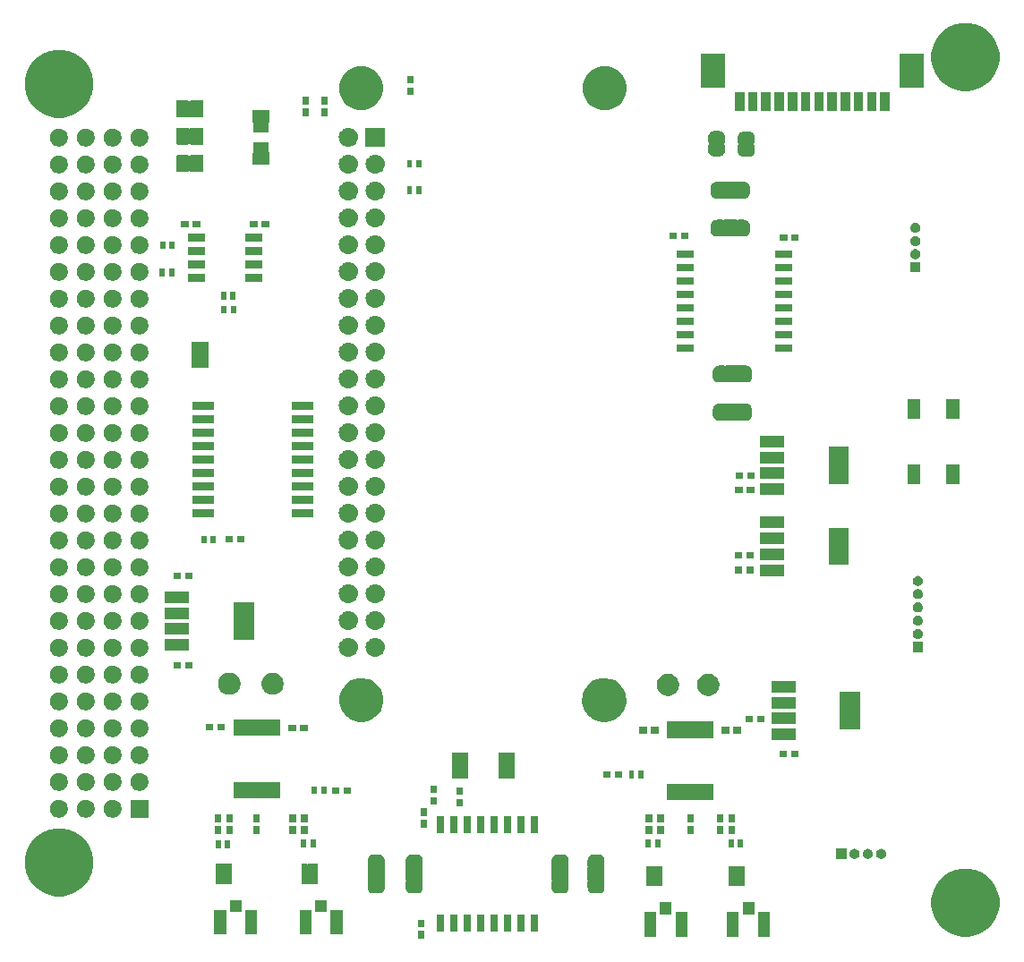
<source format=gbr>
G04 #@! TF.GenerationSoftware,KiCad,Pcbnew,(5.1.2)-2*
G04 #@! TF.CreationDate,2021-08-27T14:50:56-04:00*
G04 #@! TF.ProjectId,MAG_Plus,4d41475f-506c-4757-932e-6b696361645f,rev?*
G04 #@! TF.SameCoordinates,Original*
G04 #@! TF.FileFunction,Soldermask,Top*
G04 #@! TF.FilePolarity,Negative*
%FSLAX46Y46*%
G04 Gerber Fmt 4.6, Leading zero omitted, Abs format (unit mm)*
G04 Created by KiCad (PCBNEW (5.1.2)-2) date 2021-08-27 14:50:56*
%MOMM*%
%LPD*%
G04 APERTURE LIST*
%ADD10C,0.100000*%
G04 APERTURE END LIST*
D10*
G36*
X71581000Y-129511000D02*
G01*
X70979000Y-129511000D01*
X70979000Y-128809000D01*
X71581000Y-128809000D01*
X71581000Y-129511000D01*
X71581000Y-129511000D01*
G37*
G36*
X123720988Y-123007973D02*
G01*
X124308082Y-123251155D01*
X124308084Y-123251156D01*
X124836455Y-123604202D01*
X125285798Y-124053545D01*
X125638844Y-124581916D01*
X125638845Y-124581918D01*
X125882027Y-125169012D01*
X126006000Y-125792265D01*
X126006000Y-126427735D01*
X125882027Y-127050988D01*
X125638845Y-127638082D01*
X125638844Y-127638084D01*
X125285798Y-128166455D01*
X124836455Y-128615798D01*
X124308084Y-128968844D01*
X124308083Y-128968845D01*
X124308082Y-128968845D01*
X123720988Y-129212027D01*
X123097735Y-129336000D01*
X122462265Y-129336000D01*
X121839012Y-129212027D01*
X121251918Y-128968845D01*
X121251917Y-128968845D01*
X121251916Y-128968844D01*
X120723545Y-128615798D01*
X120274202Y-128166455D01*
X119921156Y-127638084D01*
X119921155Y-127638082D01*
X119677973Y-127050988D01*
X119554000Y-126427735D01*
X119554000Y-125792265D01*
X119677973Y-125169012D01*
X119921155Y-124581918D01*
X119921156Y-124581916D01*
X120274202Y-124053545D01*
X120723545Y-123604202D01*
X121251916Y-123251156D01*
X121251918Y-123251155D01*
X121839012Y-123007973D01*
X122462265Y-122884000D01*
X123097735Y-122884000D01*
X123720988Y-123007973D01*
X123720988Y-123007973D01*
G37*
G36*
X96501000Y-129326000D02*
G01*
X95349000Y-129326000D01*
X95349000Y-127024000D01*
X96501000Y-127024000D01*
X96501000Y-129326000D01*
X96501000Y-129326000D01*
G37*
G36*
X104301000Y-129326000D02*
G01*
X103149000Y-129326000D01*
X103149000Y-127024000D01*
X104301000Y-127024000D01*
X104301000Y-129326000D01*
X104301000Y-129326000D01*
G37*
G36*
X101351000Y-129326000D02*
G01*
X100199000Y-129326000D01*
X100199000Y-127024000D01*
X101351000Y-127024000D01*
X101351000Y-129326000D01*
X101351000Y-129326000D01*
G37*
G36*
X93551000Y-129326000D02*
G01*
X92399000Y-129326000D01*
X92399000Y-127024000D01*
X93551000Y-127024000D01*
X93551000Y-129326000D01*
X93551000Y-129326000D01*
G37*
G36*
X63901000Y-129126000D02*
G01*
X62749000Y-129126000D01*
X62749000Y-126824000D01*
X63901000Y-126824000D01*
X63901000Y-129126000D01*
X63901000Y-129126000D01*
G37*
G36*
X60951000Y-129126000D02*
G01*
X59799000Y-129126000D01*
X59799000Y-126824000D01*
X60951000Y-126824000D01*
X60951000Y-129126000D01*
X60951000Y-129126000D01*
G37*
G36*
X55801000Y-129126000D02*
G01*
X54649000Y-129126000D01*
X54649000Y-126824000D01*
X55801000Y-126824000D01*
X55801000Y-129126000D01*
X55801000Y-129126000D01*
G37*
G36*
X52851000Y-129126000D02*
G01*
X51699000Y-129126000D01*
X51699000Y-126824000D01*
X52851000Y-126824000D01*
X52851000Y-129126000D01*
X52851000Y-129126000D01*
G37*
G36*
X75996000Y-128851000D02*
G01*
X75294000Y-128851000D01*
X75294000Y-127249000D01*
X75996000Y-127249000D01*
X75996000Y-128851000D01*
X75996000Y-128851000D01*
G37*
G36*
X73456000Y-128851000D02*
G01*
X72754000Y-128851000D01*
X72754000Y-127249000D01*
X73456000Y-127249000D01*
X73456000Y-128851000D01*
X73456000Y-128851000D01*
G37*
G36*
X74726000Y-128851000D02*
G01*
X74024000Y-128851000D01*
X74024000Y-127249000D01*
X74726000Y-127249000D01*
X74726000Y-128851000D01*
X74726000Y-128851000D01*
G37*
G36*
X77266000Y-128851000D02*
G01*
X76564000Y-128851000D01*
X76564000Y-127249000D01*
X77266000Y-127249000D01*
X77266000Y-128851000D01*
X77266000Y-128851000D01*
G37*
G36*
X78536000Y-128851000D02*
G01*
X77834000Y-128851000D01*
X77834000Y-127249000D01*
X78536000Y-127249000D01*
X78536000Y-128851000D01*
X78536000Y-128851000D01*
G37*
G36*
X79806000Y-128851000D02*
G01*
X79104000Y-128851000D01*
X79104000Y-127249000D01*
X79806000Y-127249000D01*
X79806000Y-128851000D01*
X79806000Y-128851000D01*
G37*
G36*
X81076000Y-128851000D02*
G01*
X80374000Y-128851000D01*
X80374000Y-127249000D01*
X81076000Y-127249000D01*
X81076000Y-128851000D01*
X81076000Y-128851000D01*
G37*
G36*
X82346000Y-128851000D02*
G01*
X81644000Y-128851000D01*
X81644000Y-127249000D01*
X82346000Y-127249000D01*
X82346000Y-128851000D01*
X82346000Y-128851000D01*
G37*
G36*
X71581000Y-128411000D02*
G01*
X70979000Y-128411000D01*
X70979000Y-127709000D01*
X71581000Y-127709000D01*
X71581000Y-128411000D01*
X71581000Y-128411000D01*
G37*
G36*
X102801000Y-127226000D02*
G01*
X101699000Y-127226000D01*
X101699000Y-126074000D01*
X102801000Y-126074000D01*
X102801000Y-127226000D01*
X102801000Y-127226000D01*
G37*
G36*
X95001000Y-127226000D02*
G01*
X93899000Y-127226000D01*
X93899000Y-126074000D01*
X95001000Y-126074000D01*
X95001000Y-127226000D01*
X95001000Y-127226000D01*
G37*
G36*
X62401000Y-127026000D02*
G01*
X61299000Y-127026000D01*
X61299000Y-125874000D01*
X62401000Y-125874000D01*
X62401000Y-127026000D01*
X62401000Y-127026000D01*
G37*
G36*
X54301000Y-127026000D02*
G01*
X53199000Y-127026000D01*
X53199000Y-125874000D01*
X54301000Y-125874000D01*
X54301000Y-127026000D01*
X54301000Y-127026000D01*
G37*
G36*
X37990988Y-119197973D02*
G01*
X38578082Y-119441155D01*
X38578084Y-119441156D01*
X39106455Y-119794202D01*
X39555798Y-120243545D01*
X39908844Y-120771916D01*
X39908845Y-120771918D01*
X40152027Y-121359012D01*
X40276000Y-121982265D01*
X40276000Y-122617735D01*
X40152027Y-123240988D01*
X39938742Y-123755904D01*
X39908844Y-123828084D01*
X39555798Y-124356455D01*
X39106455Y-124805798D01*
X38578084Y-125158844D01*
X38578083Y-125158845D01*
X38578082Y-125158845D01*
X37990988Y-125402027D01*
X37367735Y-125526000D01*
X36732265Y-125526000D01*
X36109012Y-125402027D01*
X35521918Y-125158845D01*
X35521917Y-125158845D01*
X35521916Y-125158844D01*
X34993545Y-124805798D01*
X34544202Y-124356455D01*
X34191156Y-123828084D01*
X34161258Y-123755904D01*
X33947973Y-123240988D01*
X33824000Y-122617735D01*
X33824000Y-121982265D01*
X33947973Y-121359012D01*
X34191155Y-120771918D01*
X34191156Y-120771916D01*
X34544202Y-120243545D01*
X34993545Y-119794202D01*
X35521916Y-119441156D01*
X35521918Y-119441155D01*
X36109012Y-119197973D01*
X36732265Y-119074000D01*
X37367735Y-119074000D01*
X37990988Y-119197973D01*
X37990988Y-119197973D01*
G37*
G36*
X88112199Y-121549954D02*
G01*
X88124450Y-121550556D01*
X88142869Y-121550556D01*
X88165149Y-121552750D01*
X88249233Y-121569476D01*
X88270660Y-121575976D01*
X88349858Y-121608780D01*
X88355303Y-121611691D01*
X88355309Y-121611693D01*
X88364169Y-121616429D01*
X88364173Y-121616432D01*
X88369614Y-121619340D01*
X88440899Y-121666971D01*
X88458204Y-121681172D01*
X88518828Y-121741796D01*
X88533029Y-121759101D01*
X88580660Y-121830386D01*
X88583568Y-121835827D01*
X88583571Y-121835831D01*
X88588307Y-121844691D01*
X88588309Y-121844697D01*
X88591220Y-121850142D01*
X88624024Y-121929340D01*
X88625816Y-121935246D01*
X88625816Y-121935247D01*
X88627274Y-121940054D01*
X88630524Y-121950767D01*
X88647250Y-122034851D01*
X88649444Y-122057131D01*
X88649444Y-122075550D01*
X88650046Y-122087801D01*
X88651852Y-122106139D01*
X88651852Y-122643860D01*
X88650263Y-122659999D01*
X88645855Y-122674528D01*
X88640394Y-122687711D01*
X88635612Y-122711745D01*
X88635611Y-122736249D01*
X88640391Y-122760282D01*
X88649768Y-122782921D01*
X88651000Y-122784765D01*
X88651000Y-124016050D01*
X88644525Y-124028164D01*
X88637412Y-124051613D01*
X88635010Y-124075999D01*
X88637412Y-124100385D01*
X88644525Y-124123834D01*
X88646848Y-124128746D01*
X88650263Y-124140001D01*
X88651852Y-124156140D01*
X88651852Y-124693862D01*
X88650046Y-124712199D01*
X88649444Y-124724450D01*
X88649444Y-124742869D01*
X88647250Y-124765149D01*
X88630524Y-124849233D01*
X88624024Y-124870660D01*
X88591220Y-124949858D01*
X88588309Y-124955303D01*
X88588307Y-124955309D01*
X88583571Y-124964169D01*
X88583568Y-124964173D01*
X88580660Y-124969614D01*
X88533029Y-125040899D01*
X88518828Y-125058204D01*
X88458204Y-125118828D01*
X88440899Y-125133029D01*
X88369614Y-125180660D01*
X88364173Y-125183568D01*
X88364169Y-125183571D01*
X88355309Y-125188307D01*
X88355303Y-125188309D01*
X88349858Y-125191220D01*
X88270660Y-125224024D01*
X88249233Y-125230524D01*
X88165149Y-125247250D01*
X88142869Y-125249444D01*
X88124450Y-125249444D01*
X88112199Y-125250046D01*
X88093862Y-125251852D01*
X87606138Y-125251852D01*
X87587801Y-125250046D01*
X87575550Y-125249444D01*
X87557131Y-125249444D01*
X87534851Y-125247250D01*
X87450767Y-125230524D01*
X87429340Y-125224024D01*
X87350142Y-125191220D01*
X87344697Y-125188309D01*
X87344691Y-125188307D01*
X87335831Y-125183571D01*
X87335827Y-125183568D01*
X87330386Y-125180660D01*
X87259101Y-125133029D01*
X87241796Y-125118828D01*
X87181172Y-125058204D01*
X87166971Y-125040899D01*
X87119340Y-124969614D01*
X87116432Y-124964173D01*
X87116429Y-124964169D01*
X87111693Y-124955309D01*
X87111691Y-124955303D01*
X87108780Y-124949858D01*
X87075976Y-124870660D01*
X87069476Y-124849233D01*
X87052750Y-124765149D01*
X87050556Y-124742869D01*
X87050556Y-124724450D01*
X87049954Y-124712199D01*
X87048148Y-124693862D01*
X87048148Y-124156140D01*
X87049737Y-124140001D01*
X87054145Y-124125472D01*
X87059606Y-124112289D01*
X87064388Y-124088255D01*
X87064389Y-124063751D01*
X87059609Y-124039718D01*
X87050232Y-124017079D01*
X87049000Y-124015235D01*
X87049000Y-122783950D01*
X87055475Y-122771836D01*
X87062588Y-122748387D01*
X87064990Y-122724001D01*
X87062588Y-122699615D01*
X87055475Y-122676166D01*
X87053152Y-122671254D01*
X87049737Y-122659999D01*
X87048148Y-122643860D01*
X87048148Y-122106139D01*
X87049954Y-122087801D01*
X87050556Y-122075550D01*
X87050556Y-122057131D01*
X87052750Y-122034851D01*
X87069476Y-121950767D01*
X87072726Y-121940054D01*
X87074184Y-121935247D01*
X87074184Y-121935246D01*
X87075976Y-121929340D01*
X87108780Y-121850142D01*
X87111691Y-121844697D01*
X87111693Y-121844691D01*
X87116429Y-121835831D01*
X87116432Y-121835827D01*
X87119340Y-121830386D01*
X87166971Y-121759101D01*
X87181172Y-121741796D01*
X87241796Y-121681172D01*
X87259101Y-121666971D01*
X87330386Y-121619340D01*
X87335827Y-121616432D01*
X87335831Y-121616429D01*
X87344691Y-121611693D01*
X87344697Y-121611691D01*
X87350142Y-121608780D01*
X87429340Y-121575976D01*
X87450767Y-121569476D01*
X87534851Y-121552750D01*
X87557131Y-121550556D01*
X87575550Y-121550556D01*
X87587801Y-121549954D01*
X87606139Y-121548148D01*
X88093861Y-121548148D01*
X88112199Y-121549954D01*
X88112199Y-121549954D01*
G37*
G36*
X84712199Y-121549954D02*
G01*
X84724450Y-121550556D01*
X84742869Y-121550556D01*
X84765149Y-121552750D01*
X84849233Y-121569476D01*
X84870660Y-121575976D01*
X84949858Y-121608780D01*
X84955303Y-121611691D01*
X84955309Y-121611693D01*
X84964169Y-121616429D01*
X84964173Y-121616432D01*
X84969614Y-121619340D01*
X85040899Y-121666971D01*
X85058204Y-121681172D01*
X85118828Y-121741796D01*
X85133029Y-121759101D01*
X85180660Y-121830386D01*
X85183568Y-121835827D01*
X85183571Y-121835831D01*
X85188307Y-121844691D01*
X85188309Y-121844697D01*
X85191220Y-121850142D01*
X85224024Y-121929340D01*
X85225816Y-121935246D01*
X85225816Y-121935247D01*
X85227274Y-121940054D01*
X85230524Y-121950767D01*
X85247250Y-122034851D01*
X85249444Y-122057131D01*
X85249444Y-122075550D01*
X85250046Y-122087801D01*
X85251852Y-122106139D01*
X85251852Y-122643860D01*
X85250263Y-122659999D01*
X85245855Y-122674528D01*
X85240394Y-122687711D01*
X85235612Y-122711745D01*
X85235611Y-122736249D01*
X85240391Y-122760282D01*
X85249768Y-122782921D01*
X85251000Y-122784765D01*
X85251000Y-124016050D01*
X85244525Y-124028164D01*
X85237412Y-124051613D01*
X85235010Y-124075999D01*
X85237412Y-124100385D01*
X85244525Y-124123834D01*
X85246848Y-124128746D01*
X85250263Y-124140001D01*
X85251852Y-124156140D01*
X85251852Y-124693862D01*
X85250046Y-124712199D01*
X85249444Y-124724450D01*
X85249444Y-124742869D01*
X85247250Y-124765149D01*
X85230524Y-124849233D01*
X85224024Y-124870660D01*
X85191220Y-124949858D01*
X85188309Y-124955303D01*
X85188307Y-124955309D01*
X85183571Y-124964169D01*
X85183568Y-124964173D01*
X85180660Y-124969614D01*
X85133029Y-125040899D01*
X85118828Y-125058204D01*
X85058204Y-125118828D01*
X85040899Y-125133029D01*
X84969614Y-125180660D01*
X84964173Y-125183568D01*
X84964169Y-125183571D01*
X84955309Y-125188307D01*
X84955303Y-125188309D01*
X84949858Y-125191220D01*
X84870660Y-125224024D01*
X84849233Y-125230524D01*
X84765149Y-125247250D01*
X84742869Y-125249444D01*
X84724450Y-125249444D01*
X84712199Y-125250046D01*
X84693862Y-125251852D01*
X84206138Y-125251852D01*
X84187801Y-125250046D01*
X84175550Y-125249444D01*
X84157131Y-125249444D01*
X84134851Y-125247250D01*
X84050767Y-125230524D01*
X84029340Y-125224024D01*
X83950142Y-125191220D01*
X83944697Y-125188309D01*
X83944691Y-125188307D01*
X83935831Y-125183571D01*
X83935827Y-125183568D01*
X83930386Y-125180660D01*
X83859101Y-125133029D01*
X83841796Y-125118828D01*
X83781172Y-125058204D01*
X83766971Y-125040899D01*
X83719340Y-124969614D01*
X83716432Y-124964173D01*
X83716429Y-124964169D01*
X83711693Y-124955309D01*
X83711691Y-124955303D01*
X83708780Y-124949858D01*
X83675976Y-124870660D01*
X83669476Y-124849233D01*
X83652750Y-124765149D01*
X83650556Y-124742869D01*
X83650556Y-124724450D01*
X83649954Y-124712199D01*
X83648148Y-124693862D01*
X83648148Y-124156140D01*
X83649737Y-124140001D01*
X83654145Y-124125472D01*
X83659606Y-124112289D01*
X83664388Y-124088255D01*
X83664389Y-124063751D01*
X83659609Y-124039718D01*
X83650232Y-124017079D01*
X83649000Y-124015235D01*
X83649000Y-122783950D01*
X83655475Y-122771836D01*
X83662588Y-122748387D01*
X83664990Y-122724001D01*
X83662588Y-122699615D01*
X83655475Y-122676166D01*
X83653152Y-122671254D01*
X83649737Y-122659999D01*
X83648148Y-122643860D01*
X83648148Y-122106139D01*
X83649954Y-122087801D01*
X83650556Y-122075550D01*
X83650556Y-122057131D01*
X83652750Y-122034851D01*
X83669476Y-121950767D01*
X83672726Y-121940054D01*
X83674184Y-121935247D01*
X83674184Y-121935246D01*
X83675976Y-121929340D01*
X83708780Y-121850142D01*
X83711691Y-121844697D01*
X83711693Y-121844691D01*
X83716429Y-121835831D01*
X83716432Y-121835827D01*
X83719340Y-121830386D01*
X83766971Y-121759101D01*
X83781172Y-121741796D01*
X83841796Y-121681172D01*
X83859101Y-121666971D01*
X83930386Y-121619340D01*
X83935827Y-121616432D01*
X83935831Y-121616429D01*
X83944691Y-121611693D01*
X83944697Y-121611691D01*
X83950142Y-121608780D01*
X84029340Y-121575976D01*
X84050767Y-121569476D01*
X84134851Y-121552750D01*
X84157131Y-121550556D01*
X84175550Y-121550556D01*
X84187801Y-121549954D01*
X84206139Y-121548148D01*
X84693861Y-121548148D01*
X84712199Y-121549954D01*
X84712199Y-121549954D01*
G37*
G36*
X70912199Y-121549954D02*
G01*
X70924450Y-121550556D01*
X70942869Y-121550556D01*
X70965149Y-121552750D01*
X71049233Y-121569476D01*
X71070660Y-121575976D01*
X71149858Y-121608780D01*
X71155303Y-121611691D01*
X71155309Y-121611693D01*
X71164169Y-121616429D01*
X71164173Y-121616432D01*
X71169614Y-121619340D01*
X71240899Y-121666971D01*
X71258204Y-121681172D01*
X71318828Y-121741796D01*
X71333029Y-121759101D01*
X71380660Y-121830386D01*
X71383568Y-121835827D01*
X71383571Y-121835831D01*
X71388307Y-121844691D01*
X71388309Y-121844697D01*
X71391220Y-121850142D01*
X71424024Y-121929340D01*
X71425816Y-121935246D01*
X71425816Y-121935247D01*
X71427274Y-121940054D01*
X71430524Y-121950767D01*
X71447250Y-122034851D01*
X71449444Y-122057131D01*
X71449444Y-122075550D01*
X71450046Y-122087801D01*
X71451852Y-122106139D01*
X71451852Y-122643860D01*
X71450263Y-122659999D01*
X71445855Y-122674528D01*
X71440394Y-122687711D01*
X71435612Y-122711745D01*
X71435611Y-122736249D01*
X71440391Y-122760282D01*
X71449768Y-122782921D01*
X71451000Y-122784765D01*
X71451000Y-124016050D01*
X71444525Y-124028164D01*
X71437412Y-124051613D01*
X71435010Y-124075999D01*
X71437412Y-124100385D01*
X71444525Y-124123834D01*
X71446848Y-124128746D01*
X71450263Y-124140001D01*
X71451852Y-124156140D01*
X71451852Y-124693862D01*
X71450046Y-124712199D01*
X71449444Y-124724450D01*
X71449444Y-124742869D01*
X71447250Y-124765149D01*
X71430524Y-124849233D01*
X71424024Y-124870660D01*
X71391220Y-124949858D01*
X71388309Y-124955303D01*
X71388307Y-124955309D01*
X71383571Y-124964169D01*
X71383568Y-124964173D01*
X71380660Y-124969614D01*
X71333029Y-125040899D01*
X71318828Y-125058204D01*
X71258204Y-125118828D01*
X71240899Y-125133029D01*
X71169614Y-125180660D01*
X71164173Y-125183568D01*
X71164169Y-125183571D01*
X71155309Y-125188307D01*
X71155303Y-125188309D01*
X71149858Y-125191220D01*
X71070660Y-125224024D01*
X71049233Y-125230524D01*
X70965149Y-125247250D01*
X70942869Y-125249444D01*
X70924450Y-125249444D01*
X70912199Y-125250046D01*
X70893862Y-125251852D01*
X70406138Y-125251852D01*
X70387801Y-125250046D01*
X70375550Y-125249444D01*
X70357131Y-125249444D01*
X70334851Y-125247250D01*
X70250767Y-125230524D01*
X70229340Y-125224024D01*
X70150142Y-125191220D01*
X70144697Y-125188309D01*
X70144691Y-125188307D01*
X70135831Y-125183571D01*
X70135827Y-125183568D01*
X70130386Y-125180660D01*
X70059101Y-125133029D01*
X70041796Y-125118828D01*
X69981172Y-125058204D01*
X69966971Y-125040899D01*
X69919340Y-124969614D01*
X69916432Y-124964173D01*
X69916429Y-124964169D01*
X69911693Y-124955309D01*
X69911691Y-124955303D01*
X69908780Y-124949858D01*
X69875976Y-124870660D01*
X69869476Y-124849233D01*
X69852750Y-124765149D01*
X69850556Y-124742869D01*
X69850556Y-124724450D01*
X69849954Y-124712199D01*
X69848148Y-124693862D01*
X69848148Y-124156140D01*
X69849737Y-124140001D01*
X69854145Y-124125472D01*
X69859606Y-124112289D01*
X69864388Y-124088255D01*
X69864389Y-124063751D01*
X69859609Y-124039718D01*
X69850232Y-124017079D01*
X69849000Y-124015235D01*
X69849000Y-122783950D01*
X69855475Y-122771836D01*
X69862588Y-122748387D01*
X69864990Y-122724001D01*
X69862588Y-122699615D01*
X69855475Y-122676166D01*
X69853152Y-122671254D01*
X69849737Y-122659999D01*
X69848148Y-122643860D01*
X69848148Y-122106139D01*
X69849954Y-122087801D01*
X69850556Y-122075550D01*
X69850556Y-122057131D01*
X69852750Y-122034851D01*
X69869476Y-121950767D01*
X69872726Y-121940054D01*
X69874184Y-121935247D01*
X69874184Y-121935246D01*
X69875976Y-121929340D01*
X69908780Y-121850142D01*
X69911691Y-121844697D01*
X69911693Y-121844691D01*
X69916429Y-121835831D01*
X69916432Y-121835827D01*
X69919340Y-121830386D01*
X69966971Y-121759101D01*
X69981172Y-121741796D01*
X70041796Y-121681172D01*
X70059101Y-121666971D01*
X70130386Y-121619340D01*
X70135827Y-121616432D01*
X70135831Y-121616429D01*
X70144691Y-121611693D01*
X70144697Y-121611691D01*
X70150142Y-121608780D01*
X70229340Y-121575976D01*
X70250767Y-121569476D01*
X70334851Y-121552750D01*
X70357131Y-121550556D01*
X70375550Y-121550556D01*
X70387801Y-121549954D01*
X70406139Y-121548148D01*
X70893861Y-121548148D01*
X70912199Y-121549954D01*
X70912199Y-121549954D01*
G37*
G36*
X67312199Y-121549954D02*
G01*
X67324450Y-121550556D01*
X67342869Y-121550556D01*
X67365149Y-121552750D01*
X67449233Y-121569476D01*
X67470660Y-121575976D01*
X67549858Y-121608780D01*
X67555303Y-121611691D01*
X67555309Y-121611693D01*
X67564169Y-121616429D01*
X67564173Y-121616432D01*
X67569614Y-121619340D01*
X67640899Y-121666971D01*
X67658204Y-121681172D01*
X67718828Y-121741796D01*
X67733029Y-121759101D01*
X67780660Y-121830386D01*
X67783568Y-121835827D01*
X67783571Y-121835831D01*
X67788307Y-121844691D01*
X67788309Y-121844697D01*
X67791220Y-121850142D01*
X67824024Y-121929340D01*
X67825816Y-121935246D01*
X67825816Y-121935247D01*
X67827274Y-121940054D01*
X67830524Y-121950767D01*
X67847250Y-122034851D01*
X67849444Y-122057131D01*
X67849444Y-122075550D01*
X67850046Y-122087801D01*
X67851852Y-122106139D01*
X67851852Y-122643860D01*
X67850263Y-122659999D01*
X67845855Y-122674528D01*
X67840394Y-122687711D01*
X67835612Y-122711745D01*
X67835611Y-122736249D01*
X67840391Y-122760282D01*
X67849768Y-122782921D01*
X67851000Y-122784765D01*
X67851000Y-124016050D01*
X67844525Y-124028164D01*
X67837412Y-124051613D01*
X67835010Y-124075999D01*
X67837412Y-124100385D01*
X67844525Y-124123834D01*
X67846848Y-124128746D01*
X67850263Y-124140001D01*
X67851852Y-124156140D01*
X67851852Y-124693862D01*
X67850046Y-124712199D01*
X67849444Y-124724450D01*
X67849444Y-124742869D01*
X67847250Y-124765149D01*
X67830524Y-124849233D01*
X67824024Y-124870660D01*
X67791220Y-124949858D01*
X67788309Y-124955303D01*
X67788307Y-124955309D01*
X67783571Y-124964169D01*
X67783568Y-124964173D01*
X67780660Y-124969614D01*
X67733029Y-125040899D01*
X67718828Y-125058204D01*
X67658204Y-125118828D01*
X67640899Y-125133029D01*
X67569614Y-125180660D01*
X67564173Y-125183568D01*
X67564169Y-125183571D01*
X67555309Y-125188307D01*
X67555303Y-125188309D01*
X67549858Y-125191220D01*
X67470660Y-125224024D01*
X67449233Y-125230524D01*
X67365149Y-125247250D01*
X67342869Y-125249444D01*
X67324450Y-125249444D01*
X67312199Y-125250046D01*
X67293862Y-125251852D01*
X66806138Y-125251852D01*
X66787801Y-125250046D01*
X66775550Y-125249444D01*
X66757131Y-125249444D01*
X66734851Y-125247250D01*
X66650767Y-125230524D01*
X66629340Y-125224024D01*
X66550142Y-125191220D01*
X66544697Y-125188309D01*
X66544691Y-125188307D01*
X66535831Y-125183571D01*
X66535827Y-125183568D01*
X66530386Y-125180660D01*
X66459101Y-125133029D01*
X66441796Y-125118828D01*
X66381172Y-125058204D01*
X66366971Y-125040899D01*
X66319340Y-124969614D01*
X66316432Y-124964173D01*
X66316429Y-124964169D01*
X66311693Y-124955309D01*
X66311691Y-124955303D01*
X66308780Y-124949858D01*
X66275976Y-124870660D01*
X66269476Y-124849233D01*
X66252750Y-124765149D01*
X66250556Y-124742869D01*
X66250556Y-124724450D01*
X66249954Y-124712199D01*
X66248148Y-124693862D01*
X66248148Y-124156140D01*
X66249737Y-124140001D01*
X66254145Y-124125472D01*
X66259606Y-124112289D01*
X66264388Y-124088255D01*
X66264389Y-124063751D01*
X66259609Y-124039718D01*
X66250232Y-124017079D01*
X66249000Y-124015235D01*
X66249000Y-122783950D01*
X66255475Y-122771836D01*
X66262588Y-122748387D01*
X66264990Y-122724001D01*
X66262588Y-122699615D01*
X66255475Y-122676166D01*
X66253152Y-122671254D01*
X66249737Y-122659999D01*
X66248148Y-122643860D01*
X66248148Y-122106139D01*
X66249954Y-122087801D01*
X66250556Y-122075550D01*
X66250556Y-122057131D01*
X66252750Y-122034851D01*
X66269476Y-121950767D01*
X66272726Y-121940054D01*
X66274184Y-121935247D01*
X66274184Y-121935246D01*
X66275976Y-121929340D01*
X66308780Y-121850142D01*
X66311691Y-121844697D01*
X66311693Y-121844691D01*
X66316429Y-121835831D01*
X66316432Y-121835827D01*
X66319340Y-121830386D01*
X66366971Y-121759101D01*
X66381172Y-121741796D01*
X66441796Y-121681172D01*
X66459101Y-121666971D01*
X66530386Y-121619340D01*
X66535827Y-121616432D01*
X66535831Y-121616429D01*
X66544691Y-121611693D01*
X66544697Y-121611691D01*
X66550142Y-121608780D01*
X66629340Y-121575976D01*
X66650767Y-121569476D01*
X66734851Y-121552750D01*
X66757131Y-121550556D01*
X66775550Y-121550556D01*
X66787801Y-121549954D01*
X66806139Y-121548148D01*
X67293861Y-121548148D01*
X67312199Y-121549954D01*
X67312199Y-121549954D01*
G37*
G36*
X94052633Y-122643428D02*
G01*
X94055977Y-122644094D01*
X94055997Y-122644096D01*
X94065873Y-122646062D01*
X94065902Y-122646071D01*
X94066390Y-122646168D01*
X94076510Y-122650360D01*
X94085607Y-122656431D01*
X94085930Y-122656754D01*
X94086013Y-122656822D01*
X94093178Y-122663987D01*
X94093246Y-122664070D01*
X94093569Y-122664393D01*
X94099640Y-122673490D01*
X94103832Y-122683610D01*
X94103929Y-122684098D01*
X94103938Y-122684127D01*
X94105904Y-122694003D01*
X94105906Y-122694023D01*
X94106572Y-122697367D01*
X94106852Y-122703077D01*
X94106852Y-123896923D01*
X94106572Y-123902633D01*
X94105906Y-123905977D01*
X94105904Y-123905997D01*
X94103938Y-123915873D01*
X94103929Y-123915902D01*
X94103832Y-123916390D01*
X94097714Y-123931158D01*
X94090599Y-123954606D01*
X94088196Y-123978992D01*
X94090596Y-124003379D01*
X94097708Y-124026828D01*
X94106000Y-124042345D01*
X94106000Y-124556000D01*
X93592344Y-124556000D01*
X93576836Y-124547711D01*
X93553387Y-124540598D01*
X93529001Y-124538196D01*
X93504615Y-124540598D01*
X93481158Y-124547714D01*
X93466390Y-124553832D01*
X93465902Y-124553929D01*
X93465873Y-124553938D01*
X93455997Y-124555904D01*
X93455977Y-124555906D01*
X93452633Y-124556572D01*
X93446923Y-124556852D01*
X92653077Y-124556852D01*
X92647367Y-124556572D01*
X92644023Y-124555906D01*
X92644003Y-124555904D01*
X92634127Y-124553938D01*
X92634098Y-124553929D01*
X92633610Y-124553832D01*
X92623490Y-124549640D01*
X92614393Y-124543569D01*
X92614070Y-124543246D01*
X92613987Y-124543178D01*
X92606822Y-124536013D01*
X92606754Y-124535930D01*
X92606431Y-124535607D01*
X92600360Y-124526510D01*
X92596168Y-124516390D01*
X92596071Y-124515902D01*
X92596062Y-124515873D01*
X92594096Y-124505997D01*
X92594094Y-124505977D01*
X92593428Y-124502633D01*
X92593148Y-124496923D01*
X92593148Y-123303077D01*
X92593428Y-123297367D01*
X92594094Y-123294023D01*
X92594096Y-123294003D01*
X92596062Y-123284127D01*
X92596071Y-123284098D01*
X92596168Y-123283610D01*
X92602286Y-123268842D01*
X92609401Y-123245394D01*
X92611804Y-123221008D01*
X92609404Y-123196621D01*
X92602292Y-123173172D01*
X92594000Y-123157655D01*
X92594000Y-122644000D01*
X93107656Y-122644000D01*
X93123164Y-122652289D01*
X93146613Y-122659402D01*
X93170999Y-122661804D01*
X93195385Y-122659402D01*
X93218842Y-122652286D01*
X93233610Y-122646168D01*
X93234098Y-122646071D01*
X93234127Y-122646062D01*
X93244003Y-122644096D01*
X93244023Y-122644094D01*
X93247367Y-122643428D01*
X93253077Y-122643148D01*
X94046923Y-122643148D01*
X94052633Y-122643428D01*
X94052633Y-122643428D01*
G37*
G36*
X101852633Y-122643428D02*
G01*
X101855977Y-122644094D01*
X101855997Y-122644096D01*
X101865873Y-122646062D01*
X101865902Y-122646071D01*
X101866390Y-122646168D01*
X101876510Y-122650360D01*
X101885607Y-122656431D01*
X101885930Y-122656754D01*
X101886013Y-122656822D01*
X101893178Y-122663987D01*
X101893246Y-122664070D01*
X101893569Y-122664393D01*
X101899640Y-122673490D01*
X101903832Y-122683610D01*
X101903929Y-122684098D01*
X101903938Y-122684127D01*
X101905904Y-122694003D01*
X101905906Y-122694023D01*
X101906572Y-122697367D01*
X101906852Y-122703077D01*
X101906852Y-123896923D01*
X101906572Y-123902633D01*
X101905906Y-123905977D01*
X101905904Y-123905997D01*
X101903938Y-123915873D01*
X101903929Y-123915902D01*
X101903832Y-123916390D01*
X101897714Y-123931158D01*
X101890599Y-123954606D01*
X101888196Y-123978992D01*
X101890596Y-124003379D01*
X101897708Y-124026828D01*
X101906000Y-124042345D01*
X101906000Y-124556000D01*
X101392344Y-124556000D01*
X101376836Y-124547711D01*
X101353387Y-124540598D01*
X101329001Y-124538196D01*
X101304615Y-124540598D01*
X101281158Y-124547714D01*
X101266390Y-124553832D01*
X101265902Y-124553929D01*
X101265873Y-124553938D01*
X101255997Y-124555904D01*
X101255977Y-124555906D01*
X101252633Y-124556572D01*
X101246923Y-124556852D01*
X100453077Y-124556852D01*
X100447367Y-124556572D01*
X100444023Y-124555906D01*
X100444003Y-124555904D01*
X100434127Y-124553938D01*
X100434098Y-124553929D01*
X100433610Y-124553832D01*
X100423490Y-124549640D01*
X100414393Y-124543569D01*
X100414070Y-124543246D01*
X100413987Y-124543178D01*
X100406822Y-124536013D01*
X100406754Y-124535930D01*
X100406431Y-124535607D01*
X100400360Y-124526510D01*
X100396168Y-124516390D01*
X100396071Y-124515902D01*
X100396062Y-124515873D01*
X100394096Y-124505997D01*
X100394094Y-124505977D01*
X100393428Y-124502633D01*
X100393148Y-124496923D01*
X100393148Y-123303077D01*
X100393428Y-123297367D01*
X100394094Y-123294023D01*
X100394096Y-123294003D01*
X100396062Y-123284127D01*
X100396071Y-123284098D01*
X100396168Y-123283610D01*
X100402286Y-123268842D01*
X100409401Y-123245394D01*
X100411804Y-123221008D01*
X100409404Y-123196621D01*
X100402292Y-123173172D01*
X100394000Y-123157655D01*
X100394000Y-122644000D01*
X100907656Y-122644000D01*
X100923164Y-122652289D01*
X100946613Y-122659402D01*
X100970999Y-122661804D01*
X100995385Y-122659402D01*
X101018842Y-122652286D01*
X101033610Y-122646168D01*
X101034098Y-122646071D01*
X101034127Y-122646062D01*
X101044003Y-122644096D01*
X101044023Y-122644094D01*
X101047367Y-122643428D01*
X101053077Y-122643148D01*
X101846923Y-122643148D01*
X101852633Y-122643428D01*
X101852633Y-122643428D01*
G37*
G36*
X53352633Y-122443428D02*
G01*
X53355977Y-122444094D01*
X53355997Y-122444096D01*
X53365873Y-122446062D01*
X53365902Y-122446071D01*
X53366390Y-122446168D01*
X53376510Y-122450360D01*
X53385607Y-122456431D01*
X53385930Y-122456754D01*
X53386013Y-122456822D01*
X53393178Y-122463987D01*
X53393246Y-122464070D01*
X53393569Y-122464393D01*
X53399640Y-122473490D01*
X53403832Y-122483610D01*
X53403929Y-122484098D01*
X53403938Y-122484127D01*
X53405904Y-122494003D01*
X53405906Y-122494023D01*
X53406572Y-122497367D01*
X53406852Y-122503077D01*
X53406852Y-123696923D01*
X53406572Y-123702633D01*
X53405906Y-123705977D01*
X53405904Y-123705997D01*
X53403938Y-123715873D01*
X53403929Y-123715902D01*
X53403832Y-123716390D01*
X53397714Y-123731158D01*
X53390599Y-123754606D01*
X53388196Y-123778992D01*
X53390596Y-123803379D01*
X53397708Y-123826828D01*
X53406000Y-123842345D01*
X53406000Y-124356000D01*
X52892344Y-124356000D01*
X52876836Y-124347711D01*
X52853387Y-124340598D01*
X52829001Y-124338196D01*
X52804615Y-124340598D01*
X52781158Y-124347714D01*
X52766390Y-124353832D01*
X52765902Y-124353929D01*
X52765873Y-124353938D01*
X52755997Y-124355904D01*
X52755977Y-124355906D01*
X52752633Y-124356572D01*
X52746923Y-124356852D01*
X51953077Y-124356852D01*
X51947367Y-124356572D01*
X51944023Y-124355906D01*
X51944003Y-124355904D01*
X51934127Y-124353938D01*
X51934098Y-124353929D01*
X51933610Y-124353832D01*
X51923490Y-124349640D01*
X51914393Y-124343569D01*
X51914070Y-124343246D01*
X51913987Y-124343178D01*
X51906822Y-124336013D01*
X51906754Y-124335930D01*
X51906431Y-124335607D01*
X51900360Y-124326510D01*
X51896168Y-124316390D01*
X51896071Y-124315902D01*
X51896062Y-124315873D01*
X51894096Y-124305997D01*
X51894094Y-124305977D01*
X51893428Y-124302633D01*
X51893148Y-124296923D01*
X51893148Y-123103077D01*
X51893428Y-123097367D01*
X51894094Y-123094023D01*
X51894096Y-123094003D01*
X51896062Y-123084127D01*
X51896071Y-123084098D01*
X51896168Y-123083610D01*
X51902286Y-123068842D01*
X51909401Y-123045394D01*
X51911804Y-123021008D01*
X51909404Y-122996621D01*
X51902292Y-122973172D01*
X51894000Y-122957655D01*
X51894000Y-122444000D01*
X52407656Y-122444000D01*
X52423164Y-122452289D01*
X52446613Y-122459402D01*
X52470999Y-122461804D01*
X52495385Y-122459402D01*
X52518842Y-122452286D01*
X52533610Y-122446168D01*
X52534098Y-122446071D01*
X52534127Y-122446062D01*
X52544003Y-122444096D01*
X52544023Y-122444094D01*
X52547367Y-122443428D01*
X52553077Y-122443148D01*
X53346923Y-122443148D01*
X53352633Y-122443428D01*
X53352633Y-122443428D01*
G37*
G36*
X61452633Y-122443428D02*
G01*
X61455977Y-122444094D01*
X61455997Y-122444096D01*
X61465873Y-122446062D01*
X61465902Y-122446071D01*
X61466390Y-122446168D01*
X61476510Y-122450360D01*
X61485607Y-122456431D01*
X61485930Y-122456754D01*
X61486013Y-122456822D01*
X61493178Y-122463987D01*
X61493246Y-122464070D01*
X61493569Y-122464393D01*
X61499640Y-122473490D01*
X61503832Y-122483610D01*
X61503929Y-122484098D01*
X61503938Y-122484127D01*
X61505904Y-122494003D01*
X61505906Y-122494023D01*
X61506572Y-122497367D01*
X61506852Y-122503077D01*
X61506852Y-123696923D01*
X61506572Y-123702633D01*
X61505906Y-123705977D01*
X61505904Y-123705997D01*
X61503938Y-123715873D01*
X61503929Y-123715902D01*
X61503832Y-123716390D01*
X61497714Y-123731158D01*
X61490599Y-123754606D01*
X61488196Y-123778992D01*
X61490596Y-123803379D01*
X61497708Y-123826828D01*
X61506000Y-123842345D01*
X61506000Y-124356000D01*
X60992344Y-124356000D01*
X60976836Y-124347711D01*
X60953387Y-124340598D01*
X60929001Y-124338196D01*
X60904615Y-124340598D01*
X60881158Y-124347714D01*
X60866390Y-124353832D01*
X60865902Y-124353929D01*
X60865873Y-124353938D01*
X60855997Y-124355904D01*
X60855977Y-124355906D01*
X60852633Y-124356572D01*
X60846923Y-124356852D01*
X60053077Y-124356852D01*
X60047367Y-124356572D01*
X60044023Y-124355906D01*
X60044003Y-124355904D01*
X60034127Y-124353938D01*
X60034098Y-124353929D01*
X60033610Y-124353832D01*
X60023490Y-124349640D01*
X60014393Y-124343569D01*
X60014070Y-124343246D01*
X60013987Y-124343178D01*
X60006822Y-124336013D01*
X60006754Y-124335930D01*
X60006431Y-124335607D01*
X60000360Y-124326510D01*
X59996168Y-124316390D01*
X59996071Y-124315902D01*
X59996062Y-124315873D01*
X59994096Y-124305997D01*
X59994094Y-124305977D01*
X59993428Y-124302633D01*
X59993148Y-124296923D01*
X59993148Y-123103077D01*
X59993428Y-123097367D01*
X59994094Y-123094023D01*
X59994096Y-123094003D01*
X59996062Y-123084127D01*
X59996071Y-123084098D01*
X59996168Y-123083610D01*
X60002286Y-123068842D01*
X60009401Y-123045394D01*
X60011804Y-123021008D01*
X60009404Y-122996621D01*
X60002292Y-122973172D01*
X59994000Y-122957655D01*
X59994000Y-122444000D01*
X60507656Y-122444000D01*
X60523164Y-122452289D01*
X60546613Y-122459402D01*
X60570999Y-122461804D01*
X60595385Y-122459402D01*
X60618842Y-122452286D01*
X60633610Y-122446168D01*
X60634098Y-122446071D01*
X60634127Y-122446062D01*
X60644003Y-122444096D01*
X60644023Y-122444094D01*
X60647367Y-122443428D01*
X60653077Y-122443148D01*
X61446923Y-122443148D01*
X61452633Y-122443428D01*
X61452633Y-122443428D01*
G37*
G36*
X114938843Y-121022292D02*
G01*
X114989588Y-121043311D01*
X115025470Y-121058174D01*
X115103432Y-121110267D01*
X115169733Y-121176568D01*
X115221826Y-121254530D01*
X115221826Y-121254531D01*
X115257708Y-121341157D01*
X115276000Y-121433117D01*
X115276000Y-121526883D01*
X115257708Y-121618843D01*
X115257502Y-121619340D01*
X115221826Y-121705470D01*
X115169733Y-121783432D01*
X115103432Y-121849733D01*
X115025470Y-121901826D01*
X114989588Y-121916689D01*
X114938843Y-121937708D01*
X114846883Y-121956000D01*
X114753117Y-121956000D01*
X114661157Y-121937708D01*
X114610412Y-121916689D01*
X114574530Y-121901826D01*
X114496568Y-121849733D01*
X114430267Y-121783432D01*
X114378174Y-121705470D01*
X114342498Y-121619340D01*
X114342292Y-121618843D01*
X114324000Y-121526883D01*
X114324000Y-121433117D01*
X114342292Y-121341157D01*
X114378174Y-121254531D01*
X114378174Y-121254530D01*
X114430267Y-121176568D01*
X114496568Y-121110267D01*
X114574530Y-121058174D01*
X114610412Y-121043311D01*
X114661157Y-121022292D01*
X114753117Y-121004000D01*
X114846883Y-121004000D01*
X114938843Y-121022292D01*
X114938843Y-121022292D01*
G37*
G36*
X113688843Y-121022292D02*
G01*
X113739588Y-121043311D01*
X113775470Y-121058174D01*
X113853432Y-121110267D01*
X113919733Y-121176568D01*
X113971826Y-121254530D01*
X113971826Y-121254531D01*
X114007708Y-121341157D01*
X114026000Y-121433117D01*
X114026000Y-121526883D01*
X114007708Y-121618843D01*
X114007502Y-121619340D01*
X113971826Y-121705470D01*
X113919733Y-121783432D01*
X113853432Y-121849733D01*
X113775470Y-121901826D01*
X113739588Y-121916689D01*
X113688843Y-121937708D01*
X113596883Y-121956000D01*
X113503117Y-121956000D01*
X113411157Y-121937708D01*
X113360412Y-121916689D01*
X113324530Y-121901826D01*
X113246568Y-121849733D01*
X113180267Y-121783432D01*
X113128174Y-121705470D01*
X113092498Y-121619340D01*
X113092292Y-121618843D01*
X113074000Y-121526883D01*
X113074000Y-121433117D01*
X113092292Y-121341157D01*
X113128174Y-121254531D01*
X113128174Y-121254530D01*
X113180267Y-121176568D01*
X113246568Y-121110267D01*
X113324530Y-121058174D01*
X113360412Y-121043311D01*
X113411157Y-121022292D01*
X113503117Y-121004000D01*
X113596883Y-121004000D01*
X113688843Y-121022292D01*
X113688843Y-121022292D01*
G37*
G36*
X112438843Y-121022292D02*
G01*
X112489588Y-121043311D01*
X112525470Y-121058174D01*
X112603432Y-121110267D01*
X112669733Y-121176568D01*
X112721826Y-121254530D01*
X112721826Y-121254531D01*
X112757708Y-121341157D01*
X112776000Y-121433117D01*
X112776000Y-121526883D01*
X112757708Y-121618843D01*
X112757502Y-121619340D01*
X112721826Y-121705470D01*
X112669733Y-121783432D01*
X112603432Y-121849733D01*
X112525470Y-121901826D01*
X112489588Y-121916689D01*
X112438843Y-121937708D01*
X112346883Y-121956000D01*
X112253117Y-121956000D01*
X112161157Y-121937708D01*
X112110412Y-121916689D01*
X112074530Y-121901826D01*
X111996568Y-121849733D01*
X111930267Y-121783432D01*
X111878174Y-121705470D01*
X111842498Y-121619340D01*
X111842292Y-121618843D01*
X111824000Y-121526883D01*
X111824000Y-121433117D01*
X111842292Y-121341157D01*
X111878174Y-121254531D01*
X111878174Y-121254530D01*
X111930267Y-121176568D01*
X111996568Y-121110267D01*
X112074530Y-121058174D01*
X112110412Y-121043311D01*
X112161157Y-121022292D01*
X112253117Y-121004000D01*
X112346883Y-121004000D01*
X112438843Y-121022292D01*
X112438843Y-121022292D01*
G37*
G36*
X111526000Y-121956000D02*
G01*
X110574000Y-121956000D01*
X110574000Y-121004000D01*
X111526000Y-121004000D01*
X111526000Y-121956000D01*
X111526000Y-121956000D01*
G37*
G36*
X52351000Y-120951000D02*
G01*
X51849000Y-120951000D01*
X51849000Y-120249000D01*
X52351000Y-120249000D01*
X52351000Y-120951000D01*
X52351000Y-120951000D01*
G37*
G36*
X53251000Y-120951000D02*
G01*
X52749000Y-120951000D01*
X52749000Y-120249000D01*
X53251000Y-120249000D01*
X53251000Y-120951000D01*
X53251000Y-120951000D01*
G37*
G36*
X61351000Y-120851000D02*
G01*
X60849000Y-120851000D01*
X60849000Y-120149000D01*
X61351000Y-120149000D01*
X61351000Y-120851000D01*
X61351000Y-120851000D01*
G37*
G36*
X60451000Y-120851000D02*
G01*
X59949000Y-120851000D01*
X59949000Y-120149000D01*
X60451000Y-120149000D01*
X60451000Y-120851000D01*
X60451000Y-120851000D01*
G37*
G36*
X93951000Y-120851000D02*
G01*
X93449000Y-120851000D01*
X93449000Y-120149000D01*
X93951000Y-120149000D01*
X93951000Y-120851000D01*
X93951000Y-120851000D01*
G37*
G36*
X100851000Y-120851000D02*
G01*
X100349000Y-120851000D01*
X100349000Y-120149000D01*
X100851000Y-120149000D01*
X100851000Y-120851000D01*
X100851000Y-120851000D01*
G37*
G36*
X93051000Y-120851000D02*
G01*
X92549000Y-120851000D01*
X92549000Y-120149000D01*
X93051000Y-120149000D01*
X93051000Y-120851000D01*
X93051000Y-120851000D01*
G37*
G36*
X101751000Y-120851000D02*
G01*
X101249000Y-120851000D01*
X101249000Y-120149000D01*
X101751000Y-120149000D01*
X101751000Y-120851000D01*
X101751000Y-120851000D01*
G37*
G36*
X59451000Y-119601000D02*
G01*
X58849000Y-119601000D01*
X58849000Y-118899000D01*
X59451000Y-118899000D01*
X59451000Y-119601000D01*
X59451000Y-119601000D01*
G37*
G36*
X52351000Y-119601000D02*
G01*
X51749000Y-119601000D01*
X51749000Y-118899000D01*
X52351000Y-118899000D01*
X52351000Y-119601000D01*
X52351000Y-119601000D01*
G37*
G36*
X53451000Y-119601000D02*
G01*
X52849000Y-119601000D01*
X52849000Y-118899000D01*
X53451000Y-118899000D01*
X53451000Y-119601000D01*
X53451000Y-119601000D01*
G37*
G36*
X56051000Y-119601000D02*
G01*
X55449000Y-119601000D01*
X55449000Y-118899000D01*
X56051000Y-118899000D01*
X56051000Y-119601000D01*
X56051000Y-119601000D01*
G37*
G36*
X97051000Y-119601000D02*
G01*
X96449000Y-119601000D01*
X96449000Y-118899000D01*
X97051000Y-118899000D01*
X97051000Y-119601000D01*
X97051000Y-119601000D01*
G37*
G36*
X93151000Y-119601000D02*
G01*
X92549000Y-119601000D01*
X92549000Y-118899000D01*
X93151000Y-118899000D01*
X93151000Y-119601000D01*
X93151000Y-119601000D01*
G37*
G36*
X94251000Y-119601000D02*
G01*
X93649000Y-119601000D01*
X93649000Y-118899000D01*
X94251000Y-118899000D01*
X94251000Y-119601000D01*
X94251000Y-119601000D01*
G37*
G36*
X100951000Y-119601000D02*
G01*
X100349000Y-119601000D01*
X100349000Y-118899000D01*
X100951000Y-118899000D01*
X100951000Y-119601000D01*
X100951000Y-119601000D01*
G37*
G36*
X60551000Y-119601000D02*
G01*
X59949000Y-119601000D01*
X59949000Y-118899000D01*
X60551000Y-118899000D01*
X60551000Y-119601000D01*
X60551000Y-119601000D01*
G37*
G36*
X99851000Y-119601000D02*
G01*
X99249000Y-119601000D01*
X99249000Y-118899000D01*
X99851000Y-118899000D01*
X99851000Y-119601000D01*
X99851000Y-119601000D01*
G37*
G36*
X75996000Y-119551000D02*
G01*
X75294000Y-119551000D01*
X75294000Y-117949000D01*
X75996000Y-117949000D01*
X75996000Y-119551000D01*
X75996000Y-119551000D01*
G37*
G36*
X82346000Y-119551000D02*
G01*
X81644000Y-119551000D01*
X81644000Y-117949000D01*
X82346000Y-117949000D01*
X82346000Y-119551000D01*
X82346000Y-119551000D01*
G37*
G36*
X81076000Y-119551000D02*
G01*
X80374000Y-119551000D01*
X80374000Y-117949000D01*
X81076000Y-117949000D01*
X81076000Y-119551000D01*
X81076000Y-119551000D01*
G37*
G36*
X79806000Y-119551000D02*
G01*
X79104000Y-119551000D01*
X79104000Y-117949000D01*
X79806000Y-117949000D01*
X79806000Y-119551000D01*
X79806000Y-119551000D01*
G37*
G36*
X78536000Y-119551000D02*
G01*
X77834000Y-119551000D01*
X77834000Y-117949000D01*
X78536000Y-117949000D01*
X78536000Y-119551000D01*
X78536000Y-119551000D01*
G37*
G36*
X77266000Y-119551000D02*
G01*
X76564000Y-119551000D01*
X76564000Y-117949000D01*
X77266000Y-117949000D01*
X77266000Y-119551000D01*
X77266000Y-119551000D01*
G37*
G36*
X74726000Y-119551000D02*
G01*
X74024000Y-119551000D01*
X74024000Y-117949000D01*
X74726000Y-117949000D01*
X74726000Y-119551000D01*
X74726000Y-119551000D01*
G37*
G36*
X73456000Y-119551000D02*
G01*
X72754000Y-119551000D01*
X72754000Y-117949000D01*
X73456000Y-117949000D01*
X73456000Y-119551000D01*
X73456000Y-119551000D01*
G37*
G36*
X71891000Y-118991000D02*
G01*
X71289000Y-118991000D01*
X71289000Y-118289000D01*
X71891000Y-118289000D01*
X71891000Y-118991000D01*
X71891000Y-118991000D01*
G37*
G36*
X99851000Y-118501000D02*
G01*
X99249000Y-118501000D01*
X99249000Y-117799000D01*
X99851000Y-117799000D01*
X99851000Y-118501000D01*
X99851000Y-118501000D01*
G37*
G36*
X52351000Y-118501000D02*
G01*
X51749000Y-118501000D01*
X51749000Y-117799000D01*
X52351000Y-117799000D01*
X52351000Y-118501000D01*
X52351000Y-118501000D01*
G37*
G36*
X53451000Y-118501000D02*
G01*
X52849000Y-118501000D01*
X52849000Y-117799000D01*
X53451000Y-117799000D01*
X53451000Y-118501000D01*
X53451000Y-118501000D01*
G37*
G36*
X60551000Y-118501000D02*
G01*
X59949000Y-118501000D01*
X59949000Y-117799000D01*
X60551000Y-117799000D01*
X60551000Y-118501000D01*
X60551000Y-118501000D01*
G37*
G36*
X56051000Y-118501000D02*
G01*
X55449000Y-118501000D01*
X55449000Y-117799000D01*
X56051000Y-117799000D01*
X56051000Y-118501000D01*
X56051000Y-118501000D01*
G37*
G36*
X93151000Y-118501000D02*
G01*
X92549000Y-118501000D01*
X92549000Y-117799000D01*
X93151000Y-117799000D01*
X93151000Y-118501000D01*
X93151000Y-118501000D01*
G37*
G36*
X94251000Y-118501000D02*
G01*
X93649000Y-118501000D01*
X93649000Y-117799000D01*
X94251000Y-117799000D01*
X94251000Y-118501000D01*
X94251000Y-118501000D01*
G37*
G36*
X97051000Y-118501000D02*
G01*
X96449000Y-118501000D01*
X96449000Y-117799000D01*
X97051000Y-117799000D01*
X97051000Y-118501000D01*
X97051000Y-118501000D01*
G37*
G36*
X100951000Y-118501000D02*
G01*
X100349000Y-118501000D01*
X100349000Y-117799000D01*
X100951000Y-117799000D01*
X100951000Y-118501000D01*
X100951000Y-118501000D01*
G37*
G36*
X59451000Y-118501000D02*
G01*
X58849000Y-118501000D01*
X58849000Y-117799000D01*
X59451000Y-117799000D01*
X59451000Y-118501000D01*
X59451000Y-118501000D01*
G37*
G36*
X42358228Y-116401703D02*
G01*
X42513100Y-116465853D01*
X42652481Y-116558985D01*
X42771015Y-116677519D01*
X42864147Y-116816900D01*
X42928297Y-116971772D01*
X42961000Y-117136184D01*
X42961000Y-117303816D01*
X42928297Y-117468228D01*
X42864147Y-117623100D01*
X42771015Y-117762481D01*
X42652481Y-117881015D01*
X42513100Y-117974147D01*
X42358228Y-118038297D01*
X42193816Y-118071000D01*
X42026184Y-118071000D01*
X41861772Y-118038297D01*
X41706900Y-117974147D01*
X41567519Y-117881015D01*
X41448985Y-117762481D01*
X41355853Y-117623100D01*
X41291703Y-117468228D01*
X41259000Y-117303816D01*
X41259000Y-117136184D01*
X41291703Y-116971772D01*
X41355853Y-116816900D01*
X41448985Y-116677519D01*
X41567519Y-116558985D01*
X41706900Y-116465853D01*
X41861772Y-116401703D01*
X42026184Y-116369000D01*
X42193816Y-116369000D01*
X42358228Y-116401703D01*
X42358228Y-116401703D01*
G37*
G36*
X37278228Y-116401703D02*
G01*
X37433100Y-116465853D01*
X37572481Y-116558985D01*
X37691015Y-116677519D01*
X37784147Y-116816900D01*
X37848297Y-116971772D01*
X37881000Y-117136184D01*
X37881000Y-117303816D01*
X37848297Y-117468228D01*
X37784147Y-117623100D01*
X37691015Y-117762481D01*
X37572481Y-117881015D01*
X37433100Y-117974147D01*
X37278228Y-118038297D01*
X37113816Y-118071000D01*
X36946184Y-118071000D01*
X36781772Y-118038297D01*
X36626900Y-117974147D01*
X36487519Y-117881015D01*
X36368985Y-117762481D01*
X36275853Y-117623100D01*
X36211703Y-117468228D01*
X36179000Y-117303816D01*
X36179000Y-117136184D01*
X36211703Y-116971772D01*
X36275853Y-116816900D01*
X36368985Y-116677519D01*
X36487519Y-116558985D01*
X36626900Y-116465853D01*
X36781772Y-116401703D01*
X36946184Y-116369000D01*
X37113816Y-116369000D01*
X37278228Y-116401703D01*
X37278228Y-116401703D01*
G37*
G36*
X45501000Y-118071000D02*
G01*
X43799000Y-118071000D01*
X43799000Y-116369000D01*
X45501000Y-116369000D01*
X45501000Y-118071000D01*
X45501000Y-118071000D01*
G37*
G36*
X39818228Y-116401703D02*
G01*
X39973100Y-116465853D01*
X40112481Y-116558985D01*
X40231015Y-116677519D01*
X40324147Y-116816900D01*
X40388297Y-116971772D01*
X40421000Y-117136184D01*
X40421000Y-117303816D01*
X40388297Y-117468228D01*
X40324147Y-117623100D01*
X40231015Y-117762481D01*
X40112481Y-117881015D01*
X39973100Y-117974147D01*
X39818228Y-118038297D01*
X39653816Y-118071000D01*
X39486184Y-118071000D01*
X39321772Y-118038297D01*
X39166900Y-117974147D01*
X39027519Y-117881015D01*
X38908985Y-117762481D01*
X38815853Y-117623100D01*
X38751703Y-117468228D01*
X38719000Y-117303816D01*
X38719000Y-117136184D01*
X38751703Y-116971772D01*
X38815853Y-116816900D01*
X38908985Y-116677519D01*
X39027519Y-116558985D01*
X39166900Y-116465853D01*
X39321772Y-116401703D01*
X39486184Y-116369000D01*
X39653816Y-116369000D01*
X39818228Y-116401703D01*
X39818228Y-116401703D01*
G37*
G36*
X71891000Y-117891000D02*
G01*
X71289000Y-117891000D01*
X71289000Y-117189000D01*
X71891000Y-117189000D01*
X71891000Y-117891000D01*
X71891000Y-117891000D01*
G37*
G36*
X75261000Y-117011000D02*
G01*
X74659000Y-117011000D01*
X74659000Y-116309000D01*
X75261000Y-116309000D01*
X75261000Y-117011000D01*
X75261000Y-117011000D01*
G37*
G36*
X72761000Y-116841000D02*
G01*
X72159000Y-116841000D01*
X72159000Y-116139000D01*
X72761000Y-116139000D01*
X72761000Y-116841000D01*
X72761000Y-116841000D01*
G37*
G36*
X98976000Y-116426000D02*
G01*
X94524000Y-116426000D01*
X94524000Y-114874000D01*
X98976000Y-114874000D01*
X98976000Y-116426000D01*
X98976000Y-116426000D01*
G37*
G36*
X57976000Y-116226000D02*
G01*
X53524000Y-116226000D01*
X53524000Y-114674000D01*
X57976000Y-114674000D01*
X57976000Y-116226000D01*
X57976000Y-116226000D01*
G37*
G36*
X75261000Y-115911000D02*
G01*
X74659000Y-115911000D01*
X74659000Y-115209000D01*
X75261000Y-115209000D01*
X75261000Y-115911000D01*
X75261000Y-115911000D01*
G37*
G36*
X62351000Y-115851000D02*
G01*
X61849000Y-115851000D01*
X61849000Y-115149000D01*
X62351000Y-115149000D01*
X62351000Y-115851000D01*
X62351000Y-115851000D01*
G37*
G36*
X61451000Y-115851000D02*
G01*
X60949000Y-115851000D01*
X60949000Y-115149000D01*
X61451000Y-115149000D01*
X61451000Y-115851000D01*
X61451000Y-115851000D01*
G37*
G36*
X64651000Y-115801000D02*
G01*
X63949000Y-115801000D01*
X63949000Y-115199000D01*
X64651000Y-115199000D01*
X64651000Y-115801000D01*
X64651000Y-115801000D01*
G37*
G36*
X63551000Y-115801000D02*
G01*
X62849000Y-115801000D01*
X62849000Y-115199000D01*
X63551000Y-115199000D01*
X63551000Y-115801000D01*
X63551000Y-115801000D01*
G37*
G36*
X72761000Y-115741000D02*
G01*
X72159000Y-115741000D01*
X72159000Y-115039000D01*
X72761000Y-115039000D01*
X72761000Y-115741000D01*
X72761000Y-115741000D01*
G37*
G36*
X39818228Y-113861703D02*
G01*
X39973100Y-113925853D01*
X40112481Y-114018985D01*
X40231015Y-114137519D01*
X40324147Y-114276900D01*
X40388297Y-114431772D01*
X40421000Y-114596184D01*
X40421000Y-114763816D01*
X40388297Y-114928228D01*
X40324147Y-115083100D01*
X40231015Y-115222481D01*
X40112481Y-115341015D01*
X39973100Y-115434147D01*
X39818228Y-115498297D01*
X39653816Y-115531000D01*
X39486184Y-115531000D01*
X39321772Y-115498297D01*
X39166900Y-115434147D01*
X39027519Y-115341015D01*
X38908985Y-115222481D01*
X38815853Y-115083100D01*
X38751703Y-114928228D01*
X38719000Y-114763816D01*
X38719000Y-114596184D01*
X38751703Y-114431772D01*
X38815853Y-114276900D01*
X38908985Y-114137519D01*
X39027519Y-114018985D01*
X39166900Y-113925853D01*
X39321772Y-113861703D01*
X39486184Y-113829000D01*
X39653816Y-113829000D01*
X39818228Y-113861703D01*
X39818228Y-113861703D01*
G37*
G36*
X37278228Y-113861703D02*
G01*
X37433100Y-113925853D01*
X37572481Y-114018985D01*
X37691015Y-114137519D01*
X37784147Y-114276900D01*
X37848297Y-114431772D01*
X37881000Y-114596184D01*
X37881000Y-114763816D01*
X37848297Y-114928228D01*
X37784147Y-115083100D01*
X37691015Y-115222481D01*
X37572481Y-115341015D01*
X37433100Y-115434147D01*
X37278228Y-115498297D01*
X37113816Y-115531000D01*
X36946184Y-115531000D01*
X36781772Y-115498297D01*
X36626900Y-115434147D01*
X36487519Y-115341015D01*
X36368985Y-115222481D01*
X36275853Y-115083100D01*
X36211703Y-114928228D01*
X36179000Y-114763816D01*
X36179000Y-114596184D01*
X36211703Y-114431772D01*
X36275853Y-114276900D01*
X36368985Y-114137519D01*
X36487519Y-114018985D01*
X36626900Y-113925853D01*
X36781772Y-113861703D01*
X36946184Y-113829000D01*
X37113816Y-113829000D01*
X37278228Y-113861703D01*
X37278228Y-113861703D01*
G37*
G36*
X44898228Y-113861703D02*
G01*
X45053100Y-113925853D01*
X45192481Y-114018985D01*
X45311015Y-114137519D01*
X45404147Y-114276900D01*
X45468297Y-114431772D01*
X45501000Y-114596184D01*
X45501000Y-114763816D01*
X45468297Y-114928228D01*
X45404147Y-115083100D01*
X45311015Y-115222481D01*
X45192481Y-115341015D01*
X45053100Y-115434147D01*
X44898228Y-115498297D01*
X44733816Y-115531000D01*
X44566184Y-115531000D01*
X44401772Y-115498297D01*
X44246900Y-115434147D01*
X44107519Y-115341015D01*
X43988985Y-115222481D01*
X43895853Y-115083100D01*
X43831703Y-114928228D01*
X43799000Y-114763816D01*
X43799000Y-114596184D01*
X43831703Y-114431772D01*
X43895853Y-114276900D01*
X43988985Y-114137519D01*
X44107519Y-114018985D01*
X44246900Y-113925853D01*
X44401772Y-113861703D01*
X44566184Y-113829000D01*
X44733816Y-113829000D01*
X44898228Y-113861703D01*
X44898228Y-113861703D01*
G37*
G36*
X42358228Y-113861703D02*
G01*
X42513100Y-113925853D01*
X42652481Y-114018985D01*
X42771015Y-114137519D01*
X42864147Y-114276900D01*
X42928297Y-114431772D01*
X42961000Y-114596184D01*
X42961000Y-114763816D01*
X42928297Y-114928228D01*
X42864147Y-115083100D01*
X42771015Y-115222481D01*
X42652481Y-115341015D01*
X42513100Y-115434147D01*
X42358228Y-115498297D01*
X42193816Y-115531000D01*
X42026184Y-115531000D01*
X41861772Y-115498297D01*
X41706900Y-115434147D01*
X41567519Y-115341015D01*
X41448985Y-115222481D01*
X41355853Y-115083100D01*
X41291703Y-114928228D01*
X41259000Y-114763816D01*
X41259000Y-114596184D01*
X41291703Y-114431772D01*
X41355853Y-114276900D01*
X41448985Y-114137519D01*
X41567519Y-114018985D01*
X41706900Y-113925853D01*
X41861772Y-113861703D01*
X42026184Y-113829000D01*
X42193816Y-113829000D01*
X42358228Y-113861703D01*
X42358228Y-113861703D01*
G37*
G36*
X80121000Y-114361000D02*
G01*
X78619000Y-114361000D01*
X78619000Y-111959000D01*
X80121000Y-111959000D01*
X80121000Y-114361000D01*
X80121000Y-114361000D01*
G37*
G36*
X75721000Y-114361000D02*
G01*
X74219000Y-114361000D01*
X74219000Y-111959000D01*
X75721000Y-111959000D01*
X75721000Y-114361000D01*
X75721000Y-114361000D01*
G37*
G36*
X91451000Y-114351000D02*
G01*
X90949000Y-114351000D01*
X90949000Y-113649000D01*
X91451000Y-113649000D01*
X91451000Y-114351000D01*
X91451000Y-114351000D01*
G37*
G36*
X92351000Y-114351000D02*
G01*
X91849000Y-114351000D01*
X91849000Y-113649000D01*
X92351000Y-113649000D01*
X92351000Y-114351000D01*
X92351000Y-114351000D01*
G37*
G36*
X90351000Y-114301000D02*
G01*
X89649000Y-114301000D01*
X89649000Y-113699000D01*
X90351000Y-113699000D01*
X90351000Y-114301000D01*
X90351000Y-114301000D01*
G37*
G36*
X89251000Y-114301000D02*
G01*
X88549000Y-114301000D01*
X88549000Y-113699000D01*
X89251000Y-113699000D01*
X89251000Y-114301000D01*
X89251000Y-114301000D01*
G37*
G36*
X39818228Y-111321703D02*
G01*
X39973100Y-111385853D01*
X40112481Y-111478985D01*
X40231015Y-111597519D01*
X40324147Y-111736900D01*
X40388297Y-111891772D01*
X40421000Y-112056184D01*
X40421000Y-112223816D01*
X40388297Y-112388228D01*
X40324147Y-112543100D01*
X40231015Y-112682481D01*
X40112481Y-112801015D01*
X39973100Y-112894147D01*
X39818228Y-112958297D01*
X39653816Y-112991000D01*
X39486184Y-112991000D01*
X39321772Y-112958297D01*
X39166900Y-112894147D01*
X39027519Y-112801015D01*
X38908985Y-112682481D01*
X38815853Y-112543100D01*
X38751703Y-112388228D01*
X38719000Y-112223816D01*
X38719000Y-112056184D01*
X38751703Y-111891772D01*
X38815853Y-111736900D01*
X38908985Y-111597519D01*
X39027519Y-111478985D01*
X39166900Y-111385853D01*
X39321772Y-111321703D01*
X39486184Y-111289000D01*
X39653816Y-111289000D01*
X39818228Y-111321703D01*
X39818228Y-111321703D01*
G37*
G36*
X37278228Y-111321703D02*
G01*
X37433100Y-111385853D01*
X37572481Y-111478985D01*
X37691015Y-111597519D01*
X37784147Y-111736900D01*
X37848297Y-111891772D01*
X37881000Y-112056184D01*
X37881000Y-112223816D01*
X37848297Y-112388228D01*
X37784147Y-112543100D01*
X37691015Y-112682481D01*
X37572481Y-112801015D01*
X37433100Y-112894147D01*
X37278228Y-112958297D01*
X37113816Y-112991000D01*
X36946184Y-112991000D01*
X36781772Y-112958297D01*
X36626900Y-112894147D01*
X36487519Y-112801015D01*
X36368985Y-112682481D01*
X36275853Y-112543100D01*
X36211703Y-112388228D01*
X36179000Y-112223816D01*
X36179000Y-112056184D01*
X36211703Y-111891772D01*
X36275853Y-111736900D01*
X36368985Y-111597519D01*
X36487519Y-111478985D01*
X36626900Y-111385853D01*
X36781772Y-111321703D01*
X36946184Y-111289000D01*
X37113816Y-111289000D01*
X37278228Y-111321703D01*
X37278228Y-111321703D01*
G37*
G36*
X42358228Y-111321703D02*
G01*
X42513100Y-111385853D01*
X42652481Y-111478985D01*
X42771015Y-111597519D01*
X42864147Y-111736900D01*
X42928297Y-111891772D01*
X42961000Y-112056184D01*
X42961000Y-112223816D01*
X42928297Y-112388228D01*
X42864147Y-112543100D01*
X42771015Y-112682481D01*
X42652481Y-112801015D01*
X42513100Y-112894147D01*
X42358228Y-112958297D01*
X42193816Y-112991000D01*
X42026184Y-112991000D01*
X41861772Y-112958297D01*
X41706900Y-112894147D01*
X41567519Y-112801015D01*
X41448985Y-112682481D01*
X41355853Y-112543100D01*
X41291703Y-112388228D01*
X41259000Y-112223816D01*
X41259000Y-112056184D01*
X41291703Y-111891772D01*
X41355853Y-111736900D01*
X41448985Y-111597519D01*
X41567519Y-111478985D01*
X41706900Y-111385853D01*
X41861772Y-111321703D01*
X42026184Y-111289000D01*
X42193816Y-111289000D01*
X42358228Y-111321703D01*
X42358228Y-111321703D01*
G37*
G36*
X44898228Y-111321703D02*
G01*
X45053100Y-111385853D01*
X45192481Y-111478985D01*
X45311015Y-111597519D01*
X45404147Y-111736900D01*
X45468297Y-111891772D01*
X45501000Y-112056184D01*
X45501000Y-112223816D01*
X45468297Y-112388228D01*
X45404147Y-112543100D01*
X45311015Y-112682481D01*
X45192481Y-112801015D01*
X45053100Y-112894147D01*
X44898228Y-112958297D01*
X44733816Y-112991000D01*
X44566184Y-112991000D01*
X44401772Y-112958297D01*
X44246900Y-112894147D01*
X44107519Y-112801015D01*
X43988985Y-112682481D01*
X43895853Y-112543100D01*
X43831703Y-112388228D01*
X43799000Y-112223816D01*
X43799000Y-112056184D01*
X43831703Y-111891772D01*
X43895853Y-111736900D01*
X43988985Y-111597519D01*
X44107519Y-111478985D01*
X44246900Y-111385853D01*
X44401772Y-111321703D01*
X44566184Y-111289000D01*
X44733816Y-111289000D01*
X44898228Y-111321703D01*
X44898228Y-111321703D01*
G37*
G36*
X107011000Y-112371000D02*
G01*
X106309000Y-112371000D01*
X106309000Y-111769000D01*
X107011000Y-111769000D01*
X107011000Y-112371000D01*
X107011000Y-112371000D01*
G37*
G36*
X105911000Y-112371000D02*
G01*
X105209000Y-112371000D01*
X105209000Y-111769000D01*
X105911000Y-111769000D01*
X105911000Y-112371000D01*
X105911000Y-112371000D01*
G37*
G36*
X106711000Y-110751000D02*
G01*
X104409000Y-110751000D01*
X104409000Y-109649000D01*
X106711000Y-109649000D01*
X106711000Y-110751000D01*
X106711000Y-110751000D01*
G37*
G36*
X98976000Y-110526000D02*
G01*
X94524000Y-110526000D01*
X94524000Y-108974000D01*
X98976000Y-108974000D01*
X98976000Y-110526000D01*
X98976000Y-110526000D01*
G37*
G36*
X42358228Y-108781703D02*
G01*
X42513100Y-108845853D01*
X42652481Y-108938985D01*
X42771015Y-109057519D01*
X42864147Y-109196900D01*
X42928297Y-109351772D01*
X42961000Y-109516184D01*
X42961000Y-109683816D01*
X42928297Y-109848228D01*
X42864147Y-110003100D01*
X42771015Y-110142481D01*
X42652481Y-110261015D01*
X42513100Y-110354147D01*
X42358228Y-110418297D01*
X42193816Y-110451000D01*
X42026184Y-110451000D01*
X41861772Y-110418297D01*
X41706900Y-110354147D01*
X41567519Y-110261015D01*
X41448985Y-110142481D01*
X41355853Y-110003100D01*
X41291703Y-109848228D01*
X41259000Y-109683816D01*
X41259000Y-109516184D01*
X41291703Y-109351772D01*
X41355853Y-109196900D01*
X41448985Y-109057519D01*
X41567519Y-108938985D01*
X41706900Y-108845853D01*
X41861772Y-108781703D01*
X42026184Y-108749000D01*
X42193816Y-108749000D01*
X42358228Y-108781703D01*
X42358228Y-108781703D01*
G37*
G36*
X39818228Y-108781703D02*
G01*
X39973100Y-108845853D01*
X40112481Y-108938985D01*
X40231015Y-109057519D01*
X40324147Y-109196900D01*
X40388297Y-109351772D01*
X40421000Y-109516184D01*
X40421000Y-109683816D01*
X40388297Y-109848228D01*
X40324147Y-110003100D01*
X40231015Y-110142481D01*
X40112481Y-110261015D01*
X39973100Y-110354147D01*
X39818228Y-110418297D01*
X39653816Y-110451000D01*
X39486184Y-110451000D01*
X39321772Y-110418297D01*
X39166900Y-110354147D01*
X39027519Y-110261015D01*
X38908985Y-110142481D01*
X38815853Y-110003100D01*
X38751703Y-109848228D01*
X38719000Y-109683816D01*
X38719000Y-109516184D01*
X38751703Y-109351772D01*
X38815853Y-109196900D01*
X38908985Y-109057519D01*
X39027519Y-108938985D01*
X39166900Y-108845853D01*
X39321772Y-108781703D01*
X39486184Y-108749000D01*
X39653816Y-108749000D01*
X39818228Y-108781703D01*
X39818228Y-108781703D01*
G37*
G36*
X37278228Y-108781703D02*
G01*
X37433100Y-108845853D01*
X37572481Y-108938985D01*
X37691015Y-109057519D01*
X37784147Y-109196900D01*
X37848297Y-109351772D01*
X37881000Y-109516184D01*
X37881000Y-109683816D01*
X37848297Y-109848228D01*
X37784147Y-110003100D01*
X37691015Y-110142481D01*
X37572481Y-110261015D01*
X37433100Y-110354147D01*
X37278228Y-110418297D01*
X37113816Y-110451000D01*
X36946184Y-110451000D01*
X36781772Y-110418297D01*
X36626900Y-110354147D01*
X36487519Y-110261015D01*
X36368985Y-110142481D01*
X36275853Y-110003100D01*
X36211703Y-109848228D01*
X36179000Y-109683816D01*
X36179000Y-109516184D01*
X36211703Y-109351772D01*
X36275853Y-109196900D01*
X36368985Y-109057519D01*
X36487519Y-108938985D01*
X36626900Y-108845853D01*
X36781772Y-108781703D01*
X36946184Y-108749000D01*
X37113816Y-108749000D01*
X37278228Y-108781703D01*
X37278228Y-108781703D01*
G37*
G36*
X44898228Y-108781703D02*
G01*
X45053100Y-108845853D01*
X45192481Y-108938985D01*
X45311015Y-109057519D01*
X45404147Y-109196900D01*
X45468297Y-109351772D01*
X45501000Y-109516184D01*
X45501000Y-109683816D01*
X45468297Y-109848228D01*
X45404147Y-110003100D01*
X45311015Y-110142481D01*
X45192481Y-110261015D01*
X45053100Y-110354147D01*
X44898228Y-110418297D01*
X44733816Y-110451000D01*
X44566184Y-110451000D01*
X44401772Y-110418297D01*
X44246900Y-110354147D01*
X44107519Y-110261015D01*
X43988985Y-110142481D01*
X43895853Y-110003100D01*
X43831703Y-109848228D01*
X43799000Y-109683816D01*
X43799000Y-109516184D01*
X43831703Y-109351772D01*
X43895853Y-109196900D01*
X43988985Y-109057519D01*
X44107519Y-108938985D01*
X44246900Y-108845853D01*
X44401772Y-108781703D01*
X44566184Y-108749000D01*
X44733816Y-108749000D01*
X44898228Y-108781703D01*
X44898228Y-108781703D01*
G37*
G36*
X57976000Y-110326000D02*
G01*
X53524000Y-110326000D01*
X53524000Y-108774000D01*
X57976000Y-108774000D01*
X57976000Y-110326000D01*
X57976000Y-110326000D01*
G37*
G36*
X93751000Y-110101000D02*
G01*
X93049000Y-110101000D01*
X93049000Y-109499000D01*
X93751000Y-109499000D01*
X93751000Y-110101000D01*
X93751000Y-110101000D01*
G37*
G36*
X92651000Y-110101000D02*
G01*
X91949000Y-110101000D01*
X91949000Y-109499000D01*
X92651000Y-109499000D01*
X92651000Y-110101000D01*
X92651000Y-110101000D01*
G37*
G36*
X101551000Y-110101000D02*
G01*
X100849000Y-110101000D01*
X100849000Y-109499000D01*
X101551000Y-109499000D01*
X101551000Y-110101000D01*
X101551000Y-110101000D01*
G37*
G36*
X100451000Y-110101000D02*
G01*
X99749000Y-110101000D01*
X99749000Y-109499000D01*
X100451000Y-109499000D01*
X100451000Y-110101000D01*
X100451000Y-110101000D01*
G37*
G36*
X59451000Y-109901000D02*
G01*
X58749000Y-109901000D01*
X58749000Y-109299000D01*
X59451000Y-109299000D01*
X59451000Y-109901000D01*
X59451000Y-109901000D01*
G37*
G36*
X60551000Y-109901000D02*
G01*
X59849000Y-109901000D01*
X59849000Y-109299000D01*
X60551000Y-109299000D01*
X60551000Y-109901000D01*
X60551000Y-109901000D01*
G37*
G36*
X52751000Y-109801000D02*
G01*
X52049000Y-109801000D01*
X52049000Y-109199000D01*
X52751000Y-109199000D01*
X52751000Y-109801000D01*
X52751000Y-109801000D01*
G37*
G36*
X51651000Y-109801000D02*
G01*
X50949000Y-109801000D01*
X50949000Y-109199000D01*
X51651000Y-109199000D01*
X51651000Y-109801000D01*
X51651000Y-109801000D01*
G37*
G36*
X112811000Y-109701000D02*
G01*
X110909000Y-109701000D01*
X110909000Y-106199000D01*
X112811000Y-106199000D01*
X112811000Y-109701000D01*
X112811000Y-109701000D01*
G37*
G36*
X106711000Y-109251000D02*
G01*
X104409000Y-109251000D01*
X104409000Y-108149000D01*
X106711000Y-108149000D01*
X106711000Y-109251000D01*
X106711000Y-109251000D01*
G37*
G36*
X89227589Y-104937048D02*
G01*
X89384795Y-105002165D01*
X89605141Y-105093435D01*
X89606671Y-105094069D01*
X89947835Y-105322028D01*
X90237972Y-105612165D01*
X90465931Y-105953329D01*
X90622527Y-106331384D01*
X90622952Y-106332412D01*
X90687497Y-106656900D01*
X90703000Y-106734842D01*
X90703000Y-107145158D01*
X90622952Y-107547589D01*
X90465931Y-107926671D01*
X90237972Y-108267835D01*
X89947835Y-108557972D01*
X89606671Y-108785931D01*
X89227589Y-108942952D01*
X89071499Y-108974000D01*
X88825159Y-109023000D01*
X88414841Y-109023000D01*
X88168501Y-108974000D01*
X88012411Y-108942952D01*
X87633329Y-108785931D01*
X87292165Y-108557972D01*
X87002028Y-108267835D01*
X86774069Y-107926671D01*
X86617048Y-107547589D01*
X86537000Y-107145158D01*
X86537000Y-106734842D01*
X86552504Y-106656900D01*
X86617048Y-106332412D01*
X86617474Y-106331384D01*
X86774069Y-105953329D01*
X87002028Y-105612165D01*
X87292165Y-105322028D01*
X87633329Y-105094069D01*
X87634860Y-105093435D01*
X87855205Y-105002165D01*
X88012411Y-104937048D01*
X88213627Y-104897024D01*
X88414841Y-104857000D01*
X88825159Y-104857000D01*
X89227589Y-104937048D01*
X89227589Y-104937048D01*
G37*
G36*
X66257589Y-104937048D02*
G01*
X66414795Y-105002165D01*
X66635141Y-105093435D01*
X66636671Y-105094069D01*
X66977835Y-105322028D01*
X67267972Y-105612165D01*
X67495931Y-105953329D01*
X67652527Y-106331384D01*
X67652952Y-106332412D01*
X67717497Y-106656900D01*
X67733000Y-106734842D01*
X67733000Y-107145158D01*
X67652952Y-107547589D01*
X67495931Y-107926671D01*
X67267972Y-108267835D01*
X66977835Y-108557972D01*
X66636671Y-108785931D01*
X66257589Y-108942952D01*
X66101499Y-108974000D01*
X65855159Y-109023000D01*
X65444841Y-109023000D01*
X65198501Y-108974000D01*
X65042411Y-108942952D01*
X64663329Y-108785931D01*
X64322165Y-108557972D01*
X64032028Y-108267835D01*
X63804069Y-107926671D01*
X63647048Y-107547589D01*
X63567000Y-107145158D01*
X63567000Y-106734842D01*
X63582504Y-106656900D01*
X63647048Y-106332412D01*
X63647474Y-106331384D01*
X63804069Y-105953329D01*
X64032028Y-105612165D01*
X64322165Y-105322028D01*
X64663329Y-105094069D01*
X64664860Y-105093435D01*
X64885205Y-105002165D01*
X65042411Y-104937048D01*
X65243627Y-104897024D01*
X65444841Y-104857000D01*
X65855159Y-104857000D01*
X66257589Y-104937048D01*
X66257589Y-104937048D01*
G37*
G36*
X103801000Y-109021000D02*
G01*
X103099000Y-109021000D01*
X103099000Y-108419000D01*
X103801000Y-108419000D01*
X103801000Y-109021000D01*
X103801000Y-109021000D01*
G37*
G36*
X102701000Y-109021000D02*
G01*
X101999000Y-109021000D01*
X101999000Y-108419000D01*
X102701000Y-108419000D01*
X102701000Y-109021000D01*
X102701000Y-109021000D01*
G37*
G36*
X42358228Y-106241703D02*
G01*
X42513100Y-106305853D01*
X42652481Y-106398985D01*
X42771015Y-106517519D01*
X42864147Y-106656900D01*
X42928297Y-106811772D01*
X42961000Y-106976184D01*
X42961000Y-107143816D01*
X42928297Y-107308228D01*
X42864147Y-107463100D01*
X42771015Y-107602481D01*
X42652481Y-107721015D01*
X42513100Y-107814147D01*
X42358228Y-107878297D01*
X42193816Y-107911000D01*
X42026184Y-107911000D01*
X41861772Y-107878297D01*
X41706900Y-107814147D01*
X41567519Y-107721015D01*
X41448985Y-107602481D01*
X41355853Y-107463100D01*
X41291703Y-107308228D01*
X41259000Y-107143816D01*
X41259000Y-106976184D01*
X41291703Y-106811772D01*
X41355853Y-106656900D01*
X41448985Y-106517519D01*
X41567519Y-106398985D01*
X41706900Y-106305853D01*
X41861772Y-106241703D01*
X42026184Y-106209000D01*
X42193816Y-106209000D01*
X42358228Y-106241703D01*
X42358228Y-106241703D01*
G37*
G36*
X37278228Y-106241703D02*
G01*
X37433100Y-106305853D01*
X37572481Y-106398985D01*
X37691015Y-106517519D01*
X37784147Y-106656900D01*
X37848297Y-106811772D01*
X37881000Y-106976184D01*
X37881000Y-107143816D01*
X37848297Y-107308228D01*
X37784147Y-107463100D01*
X37691015Y-107602481D01*
X37572481Y-107721015D01*
X37433100Y-107814147D01*
X37278228Y-107878297D01*
X37113816Y-107911000D01*
X36946184Y-107911000D01*
X36781772Y-107878297D01*
X36626900Y-107814147D01*
X36487519Y-107721015D01*
X36368985Y-107602481D01*
X36275853Y-107463100D01*
X36211703Y-107308228D01*
X36179000Y-107143816D01*
X36179000Y-106976184D01*
X36211703Y-106811772D01*
X36275853Y-106656900D01*
X36368985Y-106517519D01*
X36487519Y-106398985D01*
X36626900Y-106305853D01*
X36781772Y-106241703D01*
X36946184Y-106209000D01*
X37113816Y-106209000D01*
X37278228Y-106241703D01*
X37278228Y-106241703D01*
G37*
G36*
X44898228Y-106241703D02*
G01*
X45053100Y-106305853D01*
X45192481Y-106398985D01*
X45311015Y-106517519D01*
X45404147Y-106656900D01*
X45468297Y-106811772D01*
X45501000Y-106976184D01*
X45501000Y-107143816D01*
X45468297Y-107308228D01*
X45404147Y-107463100D01*
X45311015Y-107602481D01*
X45192481Y-107721015D01*
X45053100Y-107814147D01*
X44898228Y-107878297D01*
X44733816Y-107911000D01*
X44566184Y-107911000D01*
X44401772Y-107878297D01*
X44246900Y-107814147D01*
X44107519Y-107721015D01*
X43988985Y-107602481D01*
X43895853Y-107463100D01*
X43831703Y-107308228D01*
X43799000Y-107143816D01*
X43799000Y-106976184D01*
X43831703Y-106811772D01*
X43895853Y-106656900D01*
X43988985Y-106517519D01*
X44107519Y-106398985D01*
X44246900Y-106305853D01*
X44401772Y-106241703D01*
X44566184Y-106209000D01*
X44733816Y-106209000D01*
X44898228Y-106241703D01*
X44898228Y-106241703D01*
G37*
G36*
X39818228Y-106241703D02*
G01*
X39973100Y-106305853D01*
X40112481Y-106398985D01*
X40231015Y-106517519D01*
X40324147Y-106656900D01*
X40388297Y-106811772D01*
X40421000Y-106976184D01*
X40421000Y-107143816D01*
X40388297Y-107308228D01*
X40324147Y-107463100D01*
X40231015Y-107602481D01*
X40112481Y-107721015D01*
X39973100Y-107814147D01*
X39818228Y-107878297D01*
X39653816Y-107911000D01*
X39486184Y-107911000D01*
X39321772Y-107878297D01*
X39166900Y-107814147D01*
X39027519Y-107721015D01*
X38908985Y-107602481D01*
X38815853Y-107463100D01*
X38751703Y-107308228D01*
X38719000Y-107143816D01*
X38719000Y-106976184D01*
X38751703Y-106811772D01*
X38815853Y-106656900D01*
X38908985Y-106517519D01*
X39027519Y-106398985D01*
X39166900Y-106305853D01*
X39321772Y-106241703D01*
X39486184Y-106209000D01*
X39653816Y-106209000D01*
X39818228Y-106241703D01*
X39818228Y-106241703D01*
G37*
G36*
X106711000Y-107751000D02*
G01*
X104409000Y-107751000D01*
X104409000Y-106649000D01*
X106711000Y-106649000D01*
X106711000Y-107751000D01*
X106711000Y-107751000D01*
G37*
G36*
X94956564Y-104489389D02*
G01*
X95147833Y-104568615D01*
X95147835Y-104568616D01*
X95200514Y-104603815D01*
X95319973Y-104683635D01*
X95466365Y-104830027D01*
X95581385Y-105002167D01*
X95660611Y-105193436D01*
X95701000Y-105396484D01*
X95701000Y-105603516D01*
X95660611Y-105806564D01*
X95622806Y-105897833D01*
X95581384Y-105997835D01*
X95466365Y-106169973D01*
X95319973Y-106316365D01*
X95147835Y-106431384D01*
X95147834Y-106431385D01*
X95147833Y-106431385D01*
X94956564Y-106510611D01*
X94753516Y-106551000D01*
X94546484Y-106551000D01*
X94343436Y-106510611D01*
X94152167Y-106431385D01*
X94152166Y-106431385D01*
X94152165Y-106431384D01*
X93980027Y-106316365D01*
X93833635Y-106169973D01*
X93718616Y-105997835D01*
X93677194Y-105897833D01*
X93639389Y-105806564D01*
X93599000Y-105603516D01*
X93599000Y-105396484D01*
X93639389Y-105193436D01*
X93718615Y-105002167D01*
X93833635Y-104830027D01*
X93980027Y-104683635D01*
X94099486Y-104603815D01*
X94152165Y-104568616D01*
X94152167Y-104568615D01*
X94343436Y-104489389D01*
X94546484Y-104449000D01*
X94753516Y-104449000D01*
X94956564Y-104489389D01*
X94956564Y-104489389D01*
G37*
G36*
X98756564Y-104489389D02*
G01*
X98947833Y-104568615D01*
X98947835Y-104568616D01*
X99000514Y-104603815D01*
X99119973Y-104683635D01*
X99266365Y-104830027D01*
X99381385Y-105002167D01*
X99460611Y-105193436D01*
X99501000Y-105396484D01*
X99501000Y-105603516D01*
X99460611Y-105806564D01*
X99422806Y-105897833D01*
X99381384Y-105997835D01*
X99266365Y-106169973D01*
X99119973Y-106316365D01*
X98947835Y-106431384D01*
X98947834Y-106431385D01*
X98947833Y-106431385D01*
X98756564Y-106510611D01*
X98553516Y-106551000D01*
X98346484Y-106551000D01*
X98143436Y-106510611D01*
X97952167Y-106431385D01*
X97952166Y-106431385D01*
X97952165Y-106431384D01*
X97780027Y-106316365D01*
X97633635Y-106169973D01*
X97518616Y-105997835D01*
X97477194Y-105897833D01*
X97439389Y-105806564D01*
X97399000Y-105603516D01*
X97399000Y-105396484D01*
X97439389Y-105193436D01*
X97518615Y-105002167D01*
X97633635Y-104830027D01*
X97780027Y-104683635D01*
X97899486Y-104603815D01*
X97952165Y-104568616D01*
X97952167Y-104568615D01*
X98143436Y-104489389D01*
X98346484Y-104449000D01*
X98553516Y-104449000D01*
X98756564Y-104489389D01*
X98756564Y-104489389D01*
G37*
G36*
X57556564Y-104389389D02*
G01*
X57747833Y-104468615D01*
X57747835Y-104468616D01*
X57919973Y-104583635D01*
X58066365Y-104730027D01*
X58151206Y-104857000D01*
X58181385Y-104902167D01*
X58260611Y-105093436D01*
X58301000Y-105296484D01*
X58301000Y-105503516D01*
X58260611Y-105706564D01*
X58219189Y-105806565D01*
X58181384Y-105897835D01*
X58066365Y-106069973D01*
X57919973Y-106216365D01*
X57747835Y-106331384D01*
X57747834Y-106331385D01*
X57747833Y-106331385D01*
X57556564Y-106410611D01*
X57353516Y-106451000D01*
X57146484Y-106451000D01*
X56943436Y-106410611D01*
X56752167Y-106331385D01*
X56752166Y-106331385D01*
X56752165Y-106331384D01*
X56580027Y-106216365D01*
X56433635Y-106069973D01*
X56318616Y-105897835D01*
X56280811Y-105806565D01*
X56239389Y-105706564D01*
X56199000Y-105503516D01*
X56199000Y-105296484D01*
X56239389Y-105093436D01*
X56318615Y-104902167D01*
X56348795Y-104857000D01*
X56433635Y-104730027D01*
X56580027Y-104583635D01*
X56752165Y-104468616D01*
X56752167Y-104468615D01*
X56943436Y-104389389D01*
X57146484Y-104349000D01*
X57353516Y-104349000D01*
X57556564Y-104389389D01*
X57556564Y-104389389D01*
G37*
G36*
X53456564Y-104389389D02*
G01*
X53647833Y-104468615D01*
X53647835Y-104468616D01*
X53819973Y-104583635D01*
X53966365Y-104730027D01*
X54051206Y-104857000D01*
X54081385Y-104902167D01*
X54160611Y-105093436D01*
X54201000Y-105296484D01*
X54201000Y-105503516D01*
X54160611Y-105706564D01*
X54119189Y-105806565D01*
X54081384Y-105897835D01*
X53966365Y-106069973D01*
X53819973Y-106216365D01*
X53647835Y-106331384D01*
X53647834Y-106331385D01*
X53647833Y-106331385D01*
X53456564Y-106410611D01*
X53253516Y-106451000D01*
X53046484Y-106451000D01*
X52843436Y-106410611D01*
X52652167Y-106331385D01*
X52652166Y-106331385D01*
X52652165Y-106331384D01*
X52480027Y-106216365D01*
X52333635Y-106069973D01*
X52218616Y-105897835D01*
X52180811Y-105806565D01*
X52139389Y-105706564D01*
X52099000Y-105503516D01*
X52099000Y-105296484D01*
X52139389Y-105093436D01*
X52218615Y-104902167D01*
X52248795Y-104857000D01*
X52333635Y-104730027D01*
X52480027Y-104583635D01*
X52652165Y-104468616D01*
X52652167Y-104468615D01*
X52843436Y-104389389D01*
X53046484Y-104349000D01*
X53253516Y-104349000D01*
X53456564Y-104389389D01*
X53456564Y-104389389D01*
G37*
G36*
X106711000Y-106251000D02*
G01*
X104409000Y-106251000D01*
X104409000Y-105149000D01*
X106711000Y-105149000D01*
X106711000Y-106251000D01*
X106711000Y-106251000D01*
G37*
G36*
X37278228Y-103701703D02*
G01*
X37433100Y-103765853D01*
X37572481Y-103858985D01*
X37691015Y-103977519D01*
X37784147Y-104116900D01*
X37848297Y-104271772D01*
X37881000Y-104436184D01*
X37881000Y-104603816D01*
X37848297Y-104768228D01*
X37784147Y-104923100D01*
X37691015Y-105062481D01*
X37572481Y-105181015D01*
X37433100Y-105274147D01*
X37278228Y-105338297D01*
X37113816Y-105371000D01*
X36946184Y-105371000D01*
X36781772Y-105338297D01*
X36626900Y-105274147D01*
X36487519Y-105181015D01*
X36368985Y-105062481D01*
X36275853Y-104923100D01*
X36211703Y-104768228D01*
X36179000Y-104603816D01*
X36179000Y-104436184D01*
X36211703Y-104271772D01*
X36275853Y-104116900D01*
X36368985Y-103977519D01*
X36487519Y-103858985D01*
X36626900Y-103765853D01*
X36781772Y-103701703D01*
X36946184Y-103669000D01*
X37113816Y-103669000D01*
X37278228Y-103701703D01*
X37278228Y-103701703D01*
G37*
G36*
X39818228Y-103701703D02*
G01*
X39973100Y-103765853D01*
X40112481Y-103858985D01*
X40231015Y-103977519D01*
X40324147Y-104116900D01*
X40388297Y-104271772D01*
X40421000Y-104436184D01*
X40421000Y-104603816D01*
X40388297Y-104768228D01*
X40324147Y-104923100D01*
X40231015Y-105062481D01*
X40112481Y-105181015D01*
X39973100Y-105274147D01*
X39818228Y-105338297D01*
X39653816Y-105371000D01*
X39486184Y-105371000D01*
X39321772Y-105338297D01*
X39166900Y-105274147D01*
X39027519Y-105181015D01*
X38908985Y-105062481D01*
X38815853Y-104923100D01*
X38751703Y-104768228D01*
X38719000Y-104603816D01*
X38719000Y-104436184D01*
X38751703Y-104271772D01*
X38815853Y-104116900D01*
X38908985Y-103977519D01*
X39027519Y-103858985D01*
X39166900Y-103765853D01*
X39321772Y-103701703D01*
X39486184Y-103669000D01*
X39653816Y-103669000D01*
X39818228Y-103701703D01*
X39818228Y-103701703D01*
G37*
G36*
X42358228Y-103701703D02*
G01*
X42513100Y-103765853D01*
X42652481Y-103858985D01*
X42771015Y-103977519D01*
X42864147Y-104116900D01*
X42928297Y-104271772D01*
X42961000Y-104436184D01*
X42961000Y-104603816D01*
X42928297Y-104768228D01*
X42864147Y-104923100D01*
X42771015Y-105062481D01*
X42652481Y-105181015D01*
X42513100Y-105274147D01*
X42358228Y-105338297D01*
X42193816Y-105371000D01*
X42026184Y-105371000D01*
X41861772Y-105338297D01*
X41706900Y-105274147D01*
X41567519Y-105181015D01*
X41448985Y-105062481D01*
X41355853Y-104923100D01*
X41291703Y-104768228D01*
X41259000Y-104603816D01*
X41259000Y-104436184D01*
X41291703Y-104271772D01*
X41355853Y-104116900D01*
X41448985Y-103977519D01*
X41567519Y-103858985D01*
X41706900Y-103765853D01*
X41861772Y-103701703D01*
X42026184Y-103669000D01*
X42193816Y-103669000D01*
X42358228Y-103701703D01*
X42358228Y-103701703D01*
G37*
G36*
X44898228Y-103701703D02*
G01*
X45053100Y-103765853D01*
X45192481Y-103858985D01*
X45311015Y-103977519D01*
X45404147Y-104116900D01*
X45468297Y-104271772D01*
X45501000Y-104436184D01*
X45501000Y-104603816D01*
X45468297Y-104768228D01*
X45404147Y-104923100D01*
X45311015Y-105062481D01*
X45192481Y-105181015D01*
X45053100Y-105274147D01*
X44898228Y-105338297D01*
X44733816Y-105371000D01*
X44566184Y-105371000D01*
X44401772Y-105338297D01*
X44246900Y-105274147D01*
X44107519Y-105181015D01*
X43988985Y-105062481D01*
X43895853Y-104923100D01*
X43831703Y-104768228D01*
X43799000Y-104603816D01*
X43799000Y-104436184D01*
X43831703Y-104271772D01*
X43895853Y-104116900D01*
X43988985Y-103977519D01*
X44107519Y-103858985D01*
X44246900Y-103765853D01*
X44401772Y-103701703D01*
X44566184Y-103669000D01*
X44733816Y-103669000D01*
X44898228Y-103701703D01*
X44898228Y-103701703D01*
G37*
G36*
X49661000Y-103981000D02*
G01*
X48959000Y-103981000D01*
X48959000Y-103379000D01*
X49661000Y-103379000D01*
X49661000Y-103981000D01*
X49661000Y-103981000D01*
G37*
G36*
X48561000Y-103981000D02*
G01*
X47859000Y-103981000D01*
X47859000Y-103379000D01*
X48561000Y-103379000D01*
X48561000Y-103981000D01*
X48561000Y-103981000D01*
G37*
G36*
X67060443Y-101065519D02*
G01*
X67126627Y-101072037D01*
X67296466Y-101123557D01*
X67452991Y-101207222D01*
X67488729Y-101236552D01*
X67590186Y-101319814D01*
X67673448Y-101421271D01*
X67702778Y-101457009D01*
X67786443Y-101613534D01*
X67837963Y-101783373D01*
X67855359Y-101960000D01*
X67837963Y-102136627D01*
X67786443Y-102306466D01*
X67702778Y-102462991D01*
X67673448Y-102498729D01*
X67590186Y-102600186D01*
X67488729Y-102683448D01*
X67452991Y-102712778D01*
X67296466Y-102796443D01*
X67126627Y-102847963D01*
X67060442Y-102854482D01*
X66994260Y-102861000D01*
X66905740Y-102861000D01*
X66839558Y-102854482D01*
X66773373Y-102847963D01*
X66603534Y-102796443D01*
X66447009Y-102712778D01*
X66411271Y-102683448D01*
X66309814Y-102600186D01*
X66226552Y-102498729D01*
X66197222Y-102462991D01*
X66113557Y-102306466D01*
X66062037Y-102136627D01*
X66044641Y-101960000D01*
X66062037Y-101783373D01*
X66113557Y-101613534D01*
X66197222Y-101457009D01*
X66226552Y-101421271D01*
X66309814Y-101319814D01*
X66411271Y-101236552D01*
X66447009Y-101207222D01*
X66603534Y-101123557D01*
X66773373Y-101072037D01*
X66839557Y-101065519D01*
X66905740Y-101059000D01*
X66994260Y-101059000D01*
X67060443Y-101065519D01*
X67060443Y-101065519D01*
G37*
G36*
X64520443Y-101065519D02*
G01*
X64586627Y-101072037D01*
X64756466Y-101123557D01*
X64912991Y-101207222D01*
X64948729Y-101236552D01*
X65050186Y-101319814D01*
X65133448Y-101421271D01*
X65162778Y-101457009D01*
X65246443Y-101613534D01*
X65297963Y-101783373D01*
X65315359Y-101960000D01*
X65297963Y-102136627D01*
X65246443Y-102306466D01*
X65162778Y-102462991D01*
X65133448Y-102498729D01*
X65050186Y-102600186D01*
X64948729Y-102683448D01*
X64912991Y-102712778D01*
X64756466Y-102796443D01*
X64586627Y-102847963D01*
X64520442Y-102854482D01*
X64454260Y-102861000D01*
X64365740Y-102861000D01*
X64299558Y-102854482D01*
X64233373Y-102847963D01*
X64063534Y-102796443D01*
X63907009Y-102712778D01*
X63871271Y-102683448D01*
X63769814Y-102600186D01*
X63686552Y-102498729D01*
X63657222Y-102462991D01*
X63573557Y-102306466D01*
X63522037Y-102136627D01*
X63504641Y-101960000D01*
X63522037Y-101783373D01*
X63573557Y-101613534D01*
X63657222Y-101457009D01*
X63686552Y-101421271D01*
X63769814Y-101319814D01*
X63871271Y-101236552D01*
X63907009Y-101207222D01*
X64063534Y-101123557D01*
X64233373Y-101072037D01*
X64299557Y-101065519D01*
X64365740Y-101059000D01*
X64454260Y-101059000D01*
X64520443Y-101065519D01*
X64520443Y-101065519D01*
G37*
G36*
X37278228Y-101161703D02*
G01*
X37433100Y-101225853D01*
X37572481Y-101318985D01*
X37691015Y-101437519D01*
X37784147Y-101576900D01*
X37848297Y-101731772D01*
X37881000Y-101896184D01*
X37881000Y-102063816D01*
X37848297Y-102228228D01*
X37784147Y-102383100D01*
X37691015Y-102522481D01*
X37572481Y-102641015D01*
X37433100Y-102734147D01*
X37278228Y-102798297D01*
X37113816Y-102831000D01*
X36946184Y-102831000D01*
X36781772Y-102798297D01*
X36626900Y-102734147D01*
X36487519Y-102641015D01*
X36368985Y-102522481D01*
X36275853Y-102383100D01*
X36211703Y-102228228D01*
X36179000Y-102063816D01*
X36179000Y-101896184D01*
X36211703Y-101731772D01*
X36275853Y-101576900D01*
X36368985Y-101437519D01*
X36487519Y-101318985D01*
X36626900Y-101225853D01*
X36781772Y-101161703D01*
X36946184Y-101129000D01*
X37113816Y-101129000D01*
X37278228Y-101161703D01*
X37278228Y-101161703D01*
G37*
G36*
X42358228Y-101161703D02*
G01*
X42513100Y-101225853D01*
X42652481Y-101318985D01*
X42771015Y-101437519D01*
X42864147Y-101576900D01*
X42928297Y-101731772D01*
X42961000Y-101896184D01*
X42961000Y-102063816D01*
X42928297Y-102228228D01*
X42864147Y-102383100D01*
X42771015Y-102522481D01*
X42652481Y-102641015D01*
X42513100Y-102734147D01*
X42358228Y-102798297D01*
X42193816Y-102831000D01*
X42026184Y-102831000D01*
X41861772Y-102798297D01*
X41706900Y-102734147D01*
X41567519Y-102641015D01*
X41448985Y-102522481D01*
X41355853Y-102383100D01*
X41291703Y-102228228D01*
X41259000Y-102063816D01*
X41259000Y-101896184D01*
X41291703Y-101731772D01*
X41355853Y-101576900D01*
X41448985Y-101437519D01*
X41567519Y-101318985D01*
X41706900Y-101225853D01*
X41861772Y-101161703D01*
X42026184Y-101129000D01*
X42193816Y-101129000D01*
X42358228Y-101161703D01*
X42358228Y-101161703D01*
G37*
G36*
X44898228Y-101161703D02*
G01*
X45053100Y-101225853D01*
X45192481Y-101318985D01*
X45311015Y-101437519D01*
X45404147Y-101576900D01*
X45468297Y-101731772D01*
X45501000Y-101896184D01*
X45501000Y-102063816D01*
X45468297Y-102228228D01*
X45404147Y-102383100D01*
X45311015Y-102522481D01*
X45192481Y-102641015D01*
X45053100Y-102734147D01*
X44898228Y-102798297D01*
X44733816Y-102831000D01*
X44566184Y-102831000D01*
X44401772Y-102798297D01*
X44246900Y-102734147D01*
X44107519Y-102641015D01*
X43988985Y-102522481D01*
X43895853Y-102383100D01*
X43831703Y-102228228D01*
X43799000Y-102063816D01*
X43799000Y-101896184D01*
X43831703Y-101731772D01*
X43895853Y-101576900D01*
X43988985Y-101437519D01*
X44107519Y-101318985D01*
X44246900Y-101225853D01*
X44401772Y-101161703D01*
X44566184Y-101129000D01*
X44733816Y-101129000D01*
X44898228Y-101161703D01*
X44898228Y-101161703D01*
G37*
G36*
X39818228Y-101161703D02*
G01*
X39973100Y-101225853D01*
X40112481Y-101318985D01*
X40231015Y-101437519D01*
X40324147Y-101576900D01*
X40388297Y-101731772D01*
X40421000Y-101896184D01*
X40421000Y-102063816D01*
X40388297Y-102228228D01*
X40324147Y-102383100D01*
X40231015Y-102522481D01*
X40112481Y-102641015D01*
X39973100Y-102734147D01*
X39818228Y-102798297D01*
X39653816Y-102831000D01*
X39486184Y-102831000D01*
X39321772Y-102798297D01*
X39166900Y-102734147D01*
X39027519Y-102641015D01*
X38908985Y-102522481D01*
X38815853Y-102383100D01*
X38751703Y-102228228D01*
X38719000Y-102063816D01*
X38719000Y-101896184D01*
X38751703Y-101731772D01*
X38815853Y-101576900D01*
X38908985Y-101437519D01*
X39027519Y-101318985D01*
X39166900Y-101225853D01*
X39321772Y-101161703D01*
X39486184Y-101129000D01*
X39653816Y-101129000D01*
X39818228Y-101161703D01*
X39818228Y-101161703D01*
G37*
G36*
X118756000Y-102396000D02*
G01*
X117804000Y-102396000D01*
X117804000Y-101444000D01*
X118756000Y-101444000D01*
X118756000Y-102396000D01*
X118756000Y-102396000D01*
G37*
G36*
X49371000Y-102271000D02*
G01*
X47069000Y-102271000D01*
X47069000Y-101169000D01*
X49371000Y-101169000D01*
X49371000Y-102271000D01*
X49371000Y-102271000D01*
G37*
G36*
X55471000Y-101221000D02*
G01*
X53569000Y-101221000D01*
X53569000Y-97719000D01*
X55471000Y-97719000D01*
X55471000Y-101221000D01*
X55471000Y-101221000D01*
G37*
G36*
X118418843Y-100212292D02*
G01*
X118469588Y-100233311D01*
X118505470Y-100248174D01*
X118583432Y-100300267D01*
X118649733Y-100366568D01*
X118701826Y-100444530D01*
X118701826Y-100444531D01*
X118737708Y-100531157D01*
X118756000Y-100623117D01*
X118756000Y-100716883D01*
X118737708Y-100808843D01*
X118716689Y-100859588D01*
X118701826Y-100895470D01*
X118649733Y-100973432D01*
X118583432Y-101039733D01*
X118505470Y-101091826D01*
X118469588Y-101106689D01*
X118418843Y-101127708D01*
X118326883Y-101146000D01*
X118233117Y-101146000D01*
X118141157Y-101127708D01*
X118090412Y-101106689D01*
X118054530Y-101091826D01*
X117976568Y-101039733D01*
X117910267Y-100973432D01*
X117858174Y-100895470D01*
X117843311Y-100859588D01*
X117822292Y-100808843D01*
X117804000Y-100716883D01*
X117804000Y-100623117D01*
X117822292Y-100531157D01*
X117858174Y-100444531D01*
X117858174Y-100444530D01*
X117910267Y-100366568D01*
X117976568Y-100300267D01*
X118054530Y-100248174D01*
X118090412Y-100233311D01*
X118141157Y-100212292D01*
X118233117Y-100194000D01*
X118326883Y-100194000D01*
X118418843Y-100212292D01*
X118418843Y-100212292D01*
G37*
G36*
X49371000Y-100771000D02*
G01*
X47069000Y-100771000D01*
X47069000Y-99669000D01*
X49371000Y-99669000D01*
X49371000Y-100771000D01*
X49371000Y-100771000D01*
G37*
G36*
X64520442Y-98525518D02*
G01*
X64586627Y-98532037D01*
X64756466Y-98583557D01*
X64912991Y-98667222D01*
X64948729Y-98696552D01*
X65050186Y-98779814D01*
X65133448Y-98881271D01*
X65162778Y-98917009D01*
X65246443Y-99073534D01*
X65297963Y-99243373D01*
X65315359Y-99420000D01*
X65297963Y-99596627D01*
X65246443Y-99766466D01*
X65162778Y-99922991D01*
X65133448Y-99958729D01*
X65050186Y-100060186D01*
X64948729Y-100143448D01*
X64912991Y-100172778D01*
X64756466Y-100256443D01*
X64586627Y-100307963D01*
X64520443Y-100314481D01*
X64454260Y-100321000D01*
X64365740Y-100321000D01*
X64299557Y-100314481D01*
X64233373Y-100307963D01*
X64063534Y-100256443D01*
X63907009Y-100172778D01*
X63871271Y-100143448D01*
X63769814Y-100060186D01*
X63686552Y-99958729D01*
X63657222Y-99922991D01*
X63573557Y-99766466D01*
X63522037Y-99596627D01*
X63504641Y-99420000D01*
X63522037Y-99243373D01*
X63573557Y-99073534D01*
X63657222Y-98917009D01*
X63686552Y-98881271D01*
X63769814Y-98779814D01*
X63871271Y-98696552D01*
X63907009Y-98667222D01*
X64063534Y-98583557D01*
X64233373Y-98532037D01*
X64299558Y-98525518D01*
X64365740Y-98519000D01*
X64454260Y-98519000D01*
X64520442Y-98525518D01*
X64520442Y-98525518D01*
G37*
G36*
X67060442Y-98525518D02*
G01*
X67126627Y-98532037D01*
X67296466Y-98583557D01*
X67452991Y-98667222D01*
X67488729Y-98696552D01*
X67590186Y-98779814D01*
X67673448Y-98881271D01*
X67702778Y-98917009D01*
X67786443Y-99073534D01*
X67837963Y-99243373D01*
X67855359Y-99420000D01*
X67837963Y-99596627D01*
X67786443Y-99766466D01*
X67702778Y-99922991D01*
X67673448Y-99958729D01*
X67590186Y-100060186D01*
X67488729Y-100143448D01*
X67452991Y-100172778D01*
X67296466Y-100256443D01*
X67126627Y-100307963D01*
X67060443Y-100314481D01*
X66994260Y-100321000D01*
X66905740Y-100321000D01*
X66839557Y-100314481D01*
X66773373Y-100307963D01*
X66603534Y-100256443D01*
X66447009Y-100172778D01*
X66411271Y-100143448D01*
X66309814Y-100060186D01*
X66226552Y-99958729D01*
X66197222Y-99922991D01*
X66113557Y-99766466D01*
X66062037Y-99596627D01*
X66044641Y-99420000D01*
X66062037Y-99243373D01*
X66113557Y-99073534D01*
X66197222Y-98917009D01*
X66226552Y-98881271D01*
X66309814Y-98779814D01*
X66411271Y-98696552D01*
X66447009Y-98667222D01*
X66603534Y-98583557D01*
X66773373Y-98532037D01*
X66839558Y-98525518D01*
X66905740Y-98519000D01*
X66994260Y-98519000D01*
X67060442Y-98525518D01*
X67060442Y-98525518D01*
G37*
G36*
X44898228Y-98621703D02*
G01*
X45053100Y-98685853D01*
X45192481Y-98778985D01*
X45311015Y-98897519D01*
X45404147Y-99036900D01*
X45468297Y-99191772D01*
X45501000Y-99356184D01*
X45501000Y-99523816D01*
X45468297Y-99688228D01*
X45404147Y-99843100D01*
X45311015Y-99982481D01*
X45192481Y-100101015D01*
X45053100Y-100194147D01*
X44898228Y-100258297D01*
X44733816Y-100291000D01*
X44566184Y-100291000D01*
X44401772Y-100258297D01*
X44246900Y-100194147D01*
X44107519Y-100101015D01*
X43988985Y-99982481D01*
X43895853Y-99843100D01*
X43831703Y-99688228D01*
X43799000Y-99523816D01*
X43799000Y-99356184D01*
X43831703Y-99191772D01*
X43895853Y-99036900D01*
X43988985Y-98897519D01*
X44107519Y-98778985D01*
X44246900Y-98685853D01*
X44401772Y-98621703D01*
X44566184Y-98589000D01*
X44733816Y-98589000D01*
X44898228Y-98621703D01*
X44898228Y-98621703D01*
G37*
G36*
X42358228Y-98621703D02*
G01*
X42513100Y-98685853D01*
X42652481Y-98778985D01*
X42771015Y-98897519D01*
X42864147Y-99036900D01*
X42928297Y-99191772D01*
X42961000Y-99356184D01*
X42961000Y-99523816D01*
X42928297Y-99688228D01*
X42864147Y-99843100D01*
X42771015Y-99982481D01*
X42652481Y-100101015D01*
X42513100Y-100194147D01*
X42358228Y-100258297D01*
X42193816Y-100291000D01*
X42026184Y-100291000D01*
X41861772Y-100258297D01*
X41706900Y-100194147D01*
X41567519Y-100101015D01*
X41448985Y-99982481D01*
X41355853Y-99843100D01*
X41291703Y-99688228D01*
X41259000Y-99523816D01*
X41259000Y-99356184D01*
X41291703Y-99191772D01*
X41355853Y-99036900D01*
X41448985Y-98897519D01*
X41567519Y-98778985D01*
X41706900Y-98685853D01*
X41861772Y-98621703D01*
X42026184Y-98589000D01*
X42193816Y-98589000D01*
X42358228Y-98621703D01*
X42358228Y-98621703D01*
G37*
G36*
X37278228Y-98621703D02*
G01*
X37433100Y-98685853D01*
X37572481Y-98778985D01*
X37691015Y-98897519D01*
X37784147Y-99036900D01*
X37848297Y-99191772D01*
X37881000Y-99356184D01*
X37881000Y-99523816D01*
X37848297Y-99688228D01*
X37784147Y-99843100D01*
X37691015Y-99982481D01*
X37572481Y-100101015D01*
X37433100Y-100194147D01*
X37278228Y-100258297D01*
X37113816Y-100291000D01*
X36946184Y-100291000D01*
X36781772Y-100258297D01*
X36626900Y-100194147D01*
X36487519Y-100101015D01*
X36368985Y-99982481D01*
X36275853Y-99843100D01*
X36211703Y-99688228D01*
X36179000Y-99523816D01*
X36179000Y-99356184D01*
X36211703Y-99191772D01*
X36275853Y-99036900D01*
X36368985Y-98897519D01*
X36487519Y-98778985D01*
X36626900Y-98685853D01*
X36781772Y-98621703D01*
X36946184Y-98589000D01*
X37113816Y-98589000D01*
X37278228Y-98621703D01*
X37278228Y-98621703D01*
G37*
G36*
X39818228Y-98621703D02*
G01*
X39973100Y-98685853D01*
X40112481Y-98778985D01*
X40231015Y-98897519D01*
X40324147Y-99036900D01*
X40388297Y-99191772D01*
X40421000Y-99356184D01*
X40421000Y-99523816D01*
X40388297Y-99688228D01*
X40324147Y-99843100D01*
X40231015Y-99982481D01*
X40112481Y-100101015D01*
X39973100Y-100194147D01*
X39818228Y-100258297D01*
X39653816Y-100291000D01*
X39486184Y-100291000D01*
X39321772Y-100258297D01*
X39166900Y-100194147D01*
X39027519Y-100101015D01*
X38908985Y-99982481D01*
X38815853Y-99843100D01*
X38751703Y-99688228D01*
X38719000Y-99523816D01*
X38719000Y-99356184D01*
X38751703Y-99191772D01*
X38815853Y-99036900D01*
X38908985Y-98897519D01*
X39027519Y-98778985D01*
X39166900Y-98685853D01*
X39321772Y-98621703D01*
X39486184Y-98589000D01*
X39653816Y-98589000D01*
X39818228Y-98621703D01*
X39818228Y-98621703D01*
G37*
G36*
X118418843Y-98962292D02*
G01*
X118469588Y-98983311D01*
X118505470Y-98998174D01*
X118583432Y-99050267D01*
X118649733Y-99116568D01*
X118701826Y-99194530D01*
X118701826Y-99194531D01*
X118737708Y-99281157D01*
X118756000Y-99373117D01*
X118756000Y-99466883D01*
X118737708Y-99558843D01*
X118722058Y-99596625D01*
X118701826Y-99645470D01*
X118649733Y-99723432D01*
X118583432Y-99789733D01*
X118505470Y-99841826D01*
X118469588Y-99856689D01*
X118418843Y-99877708D01*
X118326883Y-99896000D01*
X118233117Y-99896000D01*
X118141157Y-99877708D01*
X118090412Y-99856689D01*
X118054530Y-99841826D01*
X117976568Y-99789733D01*
X117910267Y-99723432D01*
X117858174Y-99645470D01*
X117837942Y-99596625D01*
X117822292Y-99558843D01*
X117804000Y-99466883D01*
X117804000Y-99373117D01*
X117822292Y-99281157D01*
X117858174Y-99194531D01*
X117858174Y-99194530D01*
X117910267Y-99116568D01*
X117976568Y-99050267D01*
X118054530Y-98998174D01*
X118090412Y-98983311D01*
X118141157Y-98962292D01*
X118233117Y-98944000D01*
X118326883Y-98944000D01*
X118418843Y-98962292D01*
X118418843Y-98962292D01*
G37*
G36*
X49371000Y-99271000D02*
G01*
X47069000Y-99271000D01*
X47069000Y-98169000D01*
X49371000Y-98169000D01*
X49371000Y-99271000D01*
X49371000Y-99271000D01*
G37*
G36*
X118418843Y-97712292D02*
G01*
X118469588Y-97733311D01*
X118505470Y-97748174D01*
X118583432Y-97800267D01*
X118649733Y-97866568D01*
X118701826Y-97944530D01*
X118701826Y-97944531D01*
X118737708Y-98031157D01*
X118756000Y-98123117D01*
X118756000Y-98216883D01*
X118737708Y-98308843D01*
X118716689Y-98359588D01*
X118701826Y-98395470D01*
X118649733Y-98473432D01*
X118583432Y-98539733D01*
X118505470Y-98591826D01*
X118469588Y-98606689D01*
X118418843Y-98627708D01*
X118326883Y-98646000D01*
X118233117Y-98646000D01*
X118141157Y-98627708D01*
X118090412Y-98606689D01*
X118054530Y-98591826D01*
X117976568Y-98539733D01*
X117910267Y-98473432D01*
X117858174Y-98395470D01*
X117843311Y-98359588D01*
X117822292Y-98308843D01*
X117804000Y-98216883D01*
X117804000Y-98123117D01*
X117822292Y-98031157D01*
X117858174Y-97944531D01*
X117858174Y-97944530D01*
X117910267Y-97866568D01*
X117976568Y-97800267D01*
X118054530Y-97748174D01*
X118090412Y-97733311D01*
X118141157Y-97712292D01*
X118233117Y-97694000D01*
X118326883Y-97694000D01*
X118418843Y-97712292D01*
X118418843Y-97712292D01*
G37*
G36*
X64520442Y-95985518D02*
G01*
X64586627Y-95992037D01*
X64756466Y-96043557D01*
X64912991Y-96127222D01*
X64935872Y-96146000D01*
X65050186Y-96239814D01*
X65133448Y-96341271D01*
X65162778Y-96377009D01*
X65246443Y-96533534D01*
X65297963Y-96703373D01*
X65315359Y-96880000D01*
X65297963Y-97056627D01*
X65246443Y-97226466D01*
X65162778Y-97382991D01*
X65133448Y-97418729D01*
X65050186Y-97520186D01*
X64948729Y-97603448D01*
X64912991Y-97632778D01*
X64756466Y-97716443D01*
X64586627Y-97767963D01*
X64520443Y-97774481D01*
X64454260Y-97781000D01*
X64365740Y-97781000D01*
X64299557Y-97774481D01*
X64233373Y-97767963D01*
X64063534Y-97716443D01*
X63907009Y-97632778D01*
X63871271Y-97603448D01*
X63769814Y-97520186D01*
X63686552Y-97418729D01*
X63657222Y-97382991D01*
X63573557Y-97226466D01*
X63522037Y-97056627D01*
X63504641Y-96880000D01*
X63522037Y-96703373D01*
X63573557Y-96533534D01*
X63657222Y-96377009D01*
X63686552Y-96341271D01*
X63769814Y-96239814D01*
X63884128Y-96146000D01*
X63907009Y-96127222D01*
X64063534Y-96043557D01*
X64233373Y-95992037D01*
X64299558Y-95985518D01*
X64365740Y-95979000D01*
X64454260Y-95979000D01*
X64520442Y-95985518D01*
X64520442Y-95985518D01*
G37*
G36*
X67060442Y-95985518D02*
G01*
X67126627Y-95992037D01*
X67296466Y-96043557D01*
X67452991Y-96127222D01*
X67475872Y-96146000D01*
X67590186Y-96239814D01*
X67673448Y-96341271D01*
X67702778Y-96377009D01*
X67786443Y-96533534D01*
X67837963Y-96703373D01*
X67855359Y-96880000D01*
X67837963Y-97056627D01*
X67786443Y-97226466D01*
X67702778Y-97382991D01*
X67673448Y-97418729D01*
X67590186Y-97520186D01*
X67488729Y-97603448D01*
X67452991Y-97632778D01*
X67296466Y-97716443D01*
X67126627Y-97767963D01*
X67060443Y-97774481D01*
X66994260Y-97781000D01*
X66905740Y-97781000D01*
X66839557Y-97774481D01*
X66773373Y-97767963D01*
X66603534Y-97716443D01*
X66447009Y-97632778D01*
X66411271Y-97603448D01*
X66309814Y-97520186D01*
X66226552Y-97418729D01*
X66197222Y-97382991D01*
X66113557Y-97226466D01*
X66062037Y-97056627D01*
X66044641Y-96880000D01*
X66062037Y-96703373D01*
X66113557Y-96533534D01*
X66197222Y-96377009D01*
X66226552Y-96341271D01*
X66309814Y-96239814D01*
X66424128Y-96146000D01*
X66447009Y-96127222D01*
X66603534Y-96043557D01*
X66773373Y-95992037D01*
X66839558Y-95985518D01*
X66905740Y-95979000D01*
X66994260Y-95979000D01*
X67060442Y-95985518D01*
X67060442Y-95985518D01*
G37*
G36*
X49371000Y-97771000D02*
G01*
X47069000Y-97771000D01*
X47069000Y-96669000D01*
X49371000Y-96669000D01*
X49371000Y-97771000D01*
X49371000Y-97771000D01*
G37*
G36*
X37278228Y-96081703D02*
G01*
X37433100Y-96145853D01*
X37572481Y-96238985D01*
X37691015Y-96357519D01*
X37784147Y-96496900D01*
X37848297Y-96651772D01*
X37881000Y-96816184D01*
X37881000Y-96983816D01*
X37848297Y-97148228D01*
X37784147Y-97303100D01*
X37691015Y-97442481D01*
X37572481Y-97561015D01*
X37433100Y-97654147D01*
X37278228Y-97718297D01*
X37113816Y-97751000D01*
X36946184Y-97751000D01*
X36781772Y-97718297D01*
X36626900Y-97654147D01*
X36487519Y-97561015D01*
X36368985Y-97442481D01*
X36275853Y-97303100D01*
X36211703Y-97148228D01*
X36179000Y-96983816D01*
X36179000Y-96816184D01*
X36211703Y-96651772D01*
X36275853Y-96496900D01*
X36368985Y-96357519D01*
X36487519Y-96238985D01*
X36626900Y-96145853D01*
X36781772Y-96081703D01*
X36946184Y-96049000D01*
X37113816Y-96049000D01*
X37278228Y-96081703D01*
X37278228Y-96081703D01*
G37*
G36*
X39818228Y-96081703D02*
G01*
X39973100Y-96145853D01*
X40112481Y-96238985D01*
X40231015Y-96357519D01*
X40324147Y-96496900D01*
X40388297Y-96651772D01*
X40421000Y-96816184D01*
X40421000Y-96983816D01*
X40388297Y-97148228D01*
X40324147Y-97303100D01*
X40231015Y-97442481D01*
X40112481Y-97561015D01*
X39973100Y-97654147D01*
X39818228Y-97718297D01*
X39653816Y-97751000D01*
X39486184Y-97751000D01*
X39321772Y-97718297D01*
X39166900Y-97654147D01*
X39027519Y-97561015D01*
X38908985Y-97442481D01*
X38815853Y-97303100D01*
X38751703Y-97148228D01*
X38719000Y-96983816D01*
X38719000Y-96816184D01*
X38751703Y-96651772D01*
X38815853Y-96496900D01*
X38908985Y-96357519D01*
X39027519Y-96238985D01*
X39166900Y-96145853D01*
X39321772Y-96081703D01*
X39486184Y-96049000D01*
X39653816Y-96049000D01*
X39818228Y-96081703D01*
X39818228Y-96081703D01*
G37*
G36*
X44898228Y-96081703D02*
G01*
X45053100Y-96145853D01*
X45192481Y-96238985D01*
X45311015Y-96357519D01*
X45404147Y-96496900D01*
X45468297Y-96651772D01*
X45501000Y-96816184D01*
X45501000Y-96983816D01*
X45468297Y-97148228D01*
X45404147Y-97303100D01*
X45311015Y-97442481D01*
X45192481Y-97561015D01*
X45053100Y-97654147D01*
X44898228Y-97718297D01*
X44733816Y-97751000D01*
X44566184Y-97751000D01*
X44401772Y-97718297D01*
X44246900Y-97654147D01*
X44107519Y-97561015D01*
X43988985Y-97442481D01*
X43895853Y-97303100D01*
X43831703Y-97148228D01*
X43799000Y-96983816D01*
X43799000Y-96816184D01*
X43831703Y-96651772D01*
X43895853Y-96496900D01*
X43988985Y-96357519D01*
X44107519Y-96238985D01*
X44246900Y-96145853D01*
X44401772Y-96081703D01*
X44566184Y-96049000D01*
X44733816Y-96049000D01*
X44898228Y-96081703D01*
X44898228Y-96081703D01*
G37*
G36*
X42358228Y-96081703D02*
G01*
X42513100Y-96145853D01*
X42652481Y-96238985D01*
X42771015Y-96357519D01*
X42864147Y-96496900D01*
X42928297Y-96651772D01*
X42961000Y-96816184D01*
X42961000Y-96983816D01*
X42928297Y-97148228D01*
X42864147Y-97303100D01*
X42771015Y-97442481D01*
X42652481Y-97561015D01*
X42513100Y-97654147D01*
X42358228Y-97718297D01*
X42193816Y-97751000D01*
X42026184Y-97751000D01*
X41861772Y-97718297D01*
X41706900Y-97654147D01*
X41567519Y-97561015D01*
X41448985Y-97442481D01*
X41355853Y-97303100D01*
X41291703Y-97148228D01*
X41259000Y-96983816D01*
X41259000Y-96816184D01*
X41291703Y-96651772D01*
X41355853Y-96496900D01*
X41448985Y-96357519D01*
X41567519Y-96238985D01*
X41706900Y-96145853D01*
X41861772Y-96081703D01*
X42026184Y-96049000D01*
X42193816Y-96049000D01*
X42358228Y-96081703D01*
X42358228Y-96081703D01*
G37*
G36*
X118418843Y-96462292D02*
G01*
X118469588Y-96483311D01*
X118505470Y-96498174D01*
X118583432Y-96550267D01*
X118649733Y-96616568D01*
X118701826Y-96694530D01*
X118716689Y-96730412D01*
X118737708Y-96781157D01*
X118756000Y-96873117D01*
X118756000Y-96966883D01*
X118737708Y-97058843D01*
X118716689Y-97109588D01*
X118701826Y-97145470D01*
X118649733Y-97223432D01*
X118583432Y-97289733D01*
X118505470Y-97341826D01*
X118469588Y-97356689D01*
X118418843Y-97377708D01*
X118326883Y-97396000D01*
X118233117Y-97396000D01*
X118141157Y-97377708D01*
X118090412Y-97356689D01*
X118054530Y-97341826D01*
X117976568Y-97289733D01*
X117910267Y-97223432D01*
X117858174Y-97145470D01*
X117843311Y-97109588D01*
X117822292Y-97058843D01*
X117804000Y-96966883D01*
X117804000Y-96873117D01*
X117822292Y-96781157D01*
X117843311Y-96730412D01*
X117858174Y-96694530D01*
X117910267Y-96616568D01*
X117976568Y-96550267D01*
X118054530Y-96498174D01*
X118090412Y-96483311D01*
X118141157Y-96462292D01*
X118233117Y-96444000D01*
X118326883Y-96444000D01*
X118418843Y-96462292D01*
X118418843Y-96462292D01*
G37*
G36*
X118418843Y-95212292D02*
G01*
X118469588Y-95233311D01*
X118505470Y-95248174D01*
X118583432Y-95300267D01*
X118649733Y-95366568D01*
X118701826Y-95444530D01*
X118701826Y-95444531D01*
X118737708Y-95531157D01*
X118756000Y-95623117D01*
X118756000Y-95716883D01*
X118737708Y-95808843D01*
X118716689Y-95859588D01*
X118701826Y-95895470D01*
X118649733Y-95973432D01*
X118583432Y-96039733D01*
X118505470Y-96091826D01*
X118469588Y-96106689D01*
X118418843Y-96127708D01*
X118326883Y-96146000D01*
X118233117Y-96146000D01*
X118141157Y-96127708D01*
X118090412Y-96106689D01*
X118054530Y-96091826D01*
X117976568Y-96039733D01*
X117910267Y-95973432D01*
X117858174Y-95895470D01*
X117843311Y-95859588D01*
X117822292Y-95808843D01*
X117804000Y-95716883D01*
X117804000Y-95623117D01*
X117822292Y-95531157D01*
X117858174Y-95444531D01*
X117858174Y-95444530D01*
X117910267Y-95366568D01*
X117976568Y-95300267D01*
X118054530Y-95248174D01*
X118090412Y-95233311D01*
X118141157Y-95212292D01*
X118233117Y-95194000D01*
X118326883Y-95194000D01*
X118418843Y-95212292D01*
X118418843Y-95212292D01*
G37*
G36*
X48611000Y-95471000D02*
G01*
X47909000Y-95471000D01*
X47909000Y-94869000D01*
X48611000Y-94869000D01*
X48611000Y-95471000D01*
X48611000Y-95471000D01*
G37*
G36*
X49711000Y-95471000D02*
G01*
X49009000Y-95471000D01*
X49009000Y-94869000D01*
X49711000Y-94869000D01*
X49711000Y-95471000D01*
X49711000Y-95471000D01*
G37*
G36*
X64520443Y-93445519D02*
G01*
X64586627Y-93452037D01*
X64756466Y-93503557D01*
X64912991Y-93587222D01*
X64948729Y-93616552D01*
X65050186Y-93699814D01*
X65133448Y-93801271D01*
X65162778Y-93837009D01*
X65246443Y-93993534D01*
X65297963Y-94163373D01*
X65315359Y-94340000D01*
X65297963Y-94516627D01*
X65246443Y-94686466D01*
X65162778Y-94842991D01*
X65141433Y-94869000D01*
X65050186Y-94980186D01*
X64948729Y-95063448D01*
X64912991Y-95092778D01*
X64756466Y-95176443D01*
X64586627Y-95227963D01*
X64520442Y-95234482D01*
X64454260Y-95241000D01*
X64365740Y-95241000D01*
X64299558Y-95234482D01*
X64233373Y-95227963D01*
X64063534Y-95176443D01*
X63907009Y-95092778D01*
X63871271Y-95063448D01*
X63769814Y-94980186D01*
X63678567Y-94869000D01*
X63657222Y-94842991D01*
X63573557Y-94686466D01*
X63522037Y-94516627D01*
X63504641Y-94340000D01*
X63522037Y-94163373D01*
X63573557Y-93993534D01*
X63657222Y-93837009D01*
X63686552Y-93801271D01*
X63769814Y-93699814D01*
X63871271Y-93616552D01*
X63907009Y-93587222D01*
X64063534Y-93503557D01*
X64233373Y-93452037D01*
X64299557Y-93445519D01*
X64365740Y-93439000D01*
X64454260Y-93439000D01*
X64520443Y-93445519D01*
X64520443Y-93445519D01*
G37*
G36*
X67060443Y-93445519D02*
G01*
X67126627Y-93452037D01*
X67296466Y-93503557D01*
X67452991Y-93587222D01*
X67488729Y-93616552D01*
X67590186Y-93699814D01*
X67673448Y-93801271D01*
X67702778Y-93837009D01*
X67786443Y-93993534D01*
X67837963Y-94163373D01*
X67855359Y-94340000D01*
X67837963Y-94516627D01*
X67786443Y-94686466D01*
X67702778Y-94842991D01*
X67681433Y-94869000D01*
X67590186Y-94980186D01*
X67488729Y-95063448D01*
X67452991Y-95092778D01*
X67296466Y-95176443D01*
X67126627Y-95227963D01*
X67060442Y-95234482D01*
X66994260Y-95241000D01*
X66905740Y-95241000D01*
X66839558Y-95234482D01*
X66773373Y-95227963D01*
X66603534Y-95176443D01*
X66447009Y-95092778D01*
X66411271Y-95063448D01*
X66309814Y-94980186D01*
X66218567Y-94869000D01*
X66197222Y-94842991D01*
X66113557Y-94686466D01*
X66062037Y-94516627D01*
X66044641Y-94340000D01*
X66062037Y-94163373D01*
X66113557Y-93993534D01*
X66197222Y-93837009D01*
X66226552Y-93801271D01*
X66309814Y-93699814D01*
X66411271Y-93616552D01*
X66447009Y-93587222D01*
X66603534Y-93503557D01*
X66773373Y-93452037D01*
X66839557Y-93445519D01*
X66905740Y-93439000D01*
X66994260Y-93439000D01*
X67060443Y-93445519D01*
X67060443Y-93445519D01*
G37*
G36*
X44898228Y-93541703D02*
G01*
X45053100Y-93605853D01*
X45192481Y-93698985D01*
X45311015Y-93817519D01*
X45404147Y-93956900D01*
X45468297Y-94111772D01*
X45501000Y-94276184D01*
X45501000Y-94443816D01*
X45468297Y-94608228D01*
X45404147Y-94763100D01*
X45311015Y-94902481D01*
X45192481Y-95021015D01*
X45053100Y-95114147D01*
X44898228Y-95178297D01*
X44733816Y-95211000D01*
X44566184Y-95211000D01*
X44401772Y-95178297D01*
X44246900Y-95114147D01*
X44107519Y-95021015D01*
X43988985Y-94902481D01*
X43895853Y-94763100D01*
X43831703Y-94608228D01*
X43799000Y-94443816D01*
X43799000Y-94276184D01*
X43831703Y-94111772D01*
X43895853Y-93956900D01*
X43988985Y-93817519D01*
X44107519Y-93698985D01*
X44246900Y-93605853D01*
X44401772Y-93541703D01*
X44566184Y-93509000D01*
X44733816Y-93509000D01*
X44898228Y-93541703D01*
X44898228Y-93541703D01*
G37*
G36*
X42358228Y-93541703D02*
G01*
X42513100Y-93605853D01*
X42652481Y-93698985D01*
X42771015Y-93817519D01*
X42864147Y-93956900D01*
X42928297Y-94111772D01*
X42961000Y-94276184D01*
X42961000Y-94443816D01*
X42928297Y-94608228D01*
X42864147Y-94763100D01*
X42771015Y-94902481D01*
X42652481Y-95021015D01*
X42513100Y-95114147D01*
X42358228Y-95178297D01*
X42193816Y-95211000D01*
X42026184Y-95211000D01*
X41861772Y-95178297D01*
X41706900Y-95114147D01*
X41567519Y-95021015D01*
X41448985Y-94902481D01*
X41355853Y-94763100D01*
X41291703Y-94608228D01*
X41259000Y-94443816D01*
X41259000Y-94276184D01*
X41291703Y-94111772D01*
X41355853Y-93956900D01*
X41448985Y-93817519D01*
X41567519Y-93698985D01*
X41706900Y-93605853D01*
X41861772Y-93541703D01*
X42026184Y-93509000D01*
X42193816Y-93509000D01*
X42358228Y-93541703D01*
X42358228Y-93541703D01*
G37*
G36*
X37278228Y-93541703D02*
G01*
X37433100Y-93605853D01*
X37572481Y-93698985D01*
X37691015Y-93817519D01*
X37784147Y-93956900D01*
X37848297Y-94111772D01*
X37881000Y-94276184D01*
X37881000Y-94443816D01*
X37848297Y-94608228D01*
X37784147Y-94763100D01*
X37691015Y-94902481D01*
X37572481Y-95021015D01*
X37433100Y-95114147D01*
X37278228Y-95178297D01*
X37113816Y-95211000D01*
X36946184Y-95211000D01*
X36781772Y-95178297D01*
X36626900Y-95114147D01*
X36487519Y-95021015D01*
X36368985Y-94902481D01*
X36275853Y-94763100D01*
X36211703Y-94608228D01*
X36179000Y-94443816D01*
X36179000Y-94276184D01*
X36211703Y-94111772D01*
X36275853Y-93956900D01*
X36368985Y-93817519D01*
X36487519Y-93698985D01*
X36626900Y-93605853D01*
X36781772Y-93541703D01*
X36946184Y-93509000D01*
X37113816Y-93509000D01*
X37278228Y-93541703D01*
X37278228Y-93541703D01*
G37*
G36*
X39818228Y-93541703D02*
G01*
X39973100Y-93605853D01*
X40112481Y-93698985D01*
X40231015Y-93817519D01*
X40324147Y-93956900D01*
X40388297Y-94111772D01*
X40421000Y-94276184D01*
X40421000Y-94443816D01*
X40388297Y-94608228D01*
X40324147Y-94763100D01*
X40231015Y-94902481D01*
X40112481Y-95021015D01*
X39973100Y-95114147D01*
X39818228Y-95178297D01*
X39653816Y-95211000D01*
X39486184Y-95211000D01*
X39321772Y-95178297D01*
X39166900Y-95114147D01*
X39027519Y-95021015D01*
X38908985Y-94902481D01*
X38815853Y-94763100D01*
X38751703Y-94608228D01*
X38719000Y-94443816D01*
X38719000Y-94276184D01*
X38751703Y-94111772D01*
X38815853Y-93956900D01*
X38908985Y-93817519D01*
X39027519Y-93698985D01*
X39166900Y-93605853D01*
X39321772Y-93541703D01*
X39486184Y-93509000D01*
X39653816Y-93509000D01*
X39818228Y-93541703D01*
X39818228Y-93541703D01*
G37*
G36*
X105651000Y-95201000D02*
G01*
X103349000Y-95201000D01*
X103349000Y-94099000D01*
X105651000Y-94099000D01*
X105651000Y-95201000D01*
X105651000Y-95201000D01*
G37*
G36*
X102751000Y-94951000D02*
G01*
X102049000Y-94951000D01*
X102049000Y-94349000D01*
X102751000Y-94349000D01*
X102751000Y-94951000D01*
X102751000Y-94951000D01*
G37*
G36*
X101651000Y-94951000D02*
G01*
X100949000Y-94951000D01*
X100949000Y-94349000D01*
X101651000Y-94349000D01*
X101651000Y-94951000D01*
X101651000Y-94951000D01*
G37*
G36*
X111751000Y-94151000D02*
G01*
X109849000Y-94151000D01*
X109849000Y-90649000D01*
X111751000Y-90649000D01*
X111751000Y-94151000D01*
X111751000Y-94151000D01*
G37*
G36*
X105651000Y-93701000D02*
G01*
X103349000Y-93701000D01*
X103349000Y-92599000D01*
X105651000Y-92599000D01*
X105651000Y-93701000D01*
X105651000Y-93701000D01*
G37*
G36*
X102751000Y-93551000D02*
G01*
X102049000Y-93551000D01*
X102049000Y-92949000D01*
X102751000Y-92949000D01*
X102751000Y-93551000D01*
X102751000Y-93551000D01*
G37*
G36*
X101651000Y-93551000D02*
G01*
X100949000Y-93551000D01*
X100949000Y-92949000D01*
X101651000Y-92949000D01*
X101651000Y-93551000D01*
X101651000Y-93551000D01*
G37*
G36*
X64520443Y-90905519D02*
G01*
X64586627Y-90912037D01*
X64756466Y-90963557D01*
X64912991Y-91047222D01*
X64948729Y-91076552D01*
X65050186Y-91159814D01*
X65133448Y-91261271D01*
X65162778Y-91297009D01*
X65246443Y-91453534D01*
X65297963Y-91623373D01*
X65315359Y-91800000D01*
X65297963Y-91976627D01*
X65246443Y-92146466D01*
X65162778Y-92302991D01*
X65133448Y-92338729D01*
X65050186Y-92440186D01*
X64948729Y-92523448D01*
X64912991Y-92552778D01*
X64756466Y-92636443D01*
X64586627Y-92687963D01*
X64520442Y-92694482D01*
X64454260Y-92701000D01*
X64365740Y-92701000D01*
X64299558Y-92694482D01*
X64233373Y-92687963D01*
X64063534Y-92636443D01*
X63907009Y-92552778D01*
X63871271Y-92523448D01*
X63769814Y-92440186D01*
X63686552Y-92338729D01*
X63657222Y-92302991D01*
X63573557Y-92146466D01*
X63522037Y-91976627D01*
X63504641Y-91800000D01*
X63522037Y-91623373D01*
X63573557Y-91453534D01*
X63657222Y-91297009D01*
X63686552Y-91261271D01*
X63769814Y-91159814D01*
X63871271Y-91076552D01*
X63907009Y-91047222D01*
X64063534Y-90963557D01*
X64233373Y-90912037D01*
X64299557Y-90905519D01*
X64365740Y-90899000D01*
X64454260Y-90899000D01*
X64520443Y-90905519D01*
X64520443Y-90905519D01*
G37*
G36*
X67060443Y-90905519D02*
G01*
X67126627Y-90912037D01*
X67296466Y-90963557D01*
X67452991Y-91047222D01*
X67488729Y-91076552D01*
X67590186Y-91159814D01*
X67673448Y-91261271D01*
X67702778Y-91297009D01*
X67786443Y-91453534D01*
X67837963Y-91623373D01*
X67855359Y-91800000D01*
X67837963Y-91976627D01*
X67786443Y-92146466D01*
X67702778Y-92302991D01*
X67673448Y-92338729D01*
X67590186Y-92440186D01*
X67488729Y-92523448D01*
X67452991Y-92552778D01*
X67296466Y-92636443D01*
X67126627Y-92687963D01*
X67060442Y-92694482D01*
X66994260Y-92701000D01*
X66905740Y-92701000D01*
X66839558Y-92694482D01*
X66773373Y-92687963D01*
X66603534Y-92636443D01*
X66447009Y-92552778D01*
X66411271Y-92523448D01*
X66309814Y-92440186D01*
X66226552Y-92338729D01*
X66197222Y-92302991D01*
X66113557Y-92146466D01*
X66062037Y-91976627D01*
X66044641Y-91800000D01*
X66062037Y-91623373D01*
X66113557Y-91453534D01*
X66197222Y-91297009D01*
X66226552Y-91261271D01*
X66309814Y-91159814D01*
X66411271Y-91076552D01*
X66447009Y-91047222D01*
X66603534Y-90963557D01*
X66773373Y-90912037D01*
X66839557Y-90905519D01*
X66905740Y-90899000D01*
X66994260Y-90899000D01*
X67060443Y-90905519D01*
X67060443Y-90905519D01*
G37*
G36*
X42358228Y-91001703D02*
G01*
X42513100Y-91065853D01*
X42652481Y-91158985D01*
X42771015Y-91277519D01*
X42864147Y-91416900D01*
X42928297Y-91571772D01*
X42961000Y-91736184D01*
X42961000Y-91903816D01*
X42928297Y-92068228D01*
X42864147Y-92223100D01*
X42771015Y-92362481D01*
X42652481Y-92481015D01*
X42513100Y-92574147D01*
X42358228Y-92638297D01*
X42193816Y-92671000D01*
X42026184Y-92671000D01*
X41861772Y-92638297D01*
X41706900Y-92574147D01*
X41567519Y-92481015D01*
X41448985Y-92362481D01*
X41355853Y-92223100D01*
X41291703Y-92068228D01*
X41259000Y-91903816D01*
X41259000Y-91736184D01*
X41291703Y-91571772D01*
X41355853Y-91416900D01*
X41448985Y-91277519D01*
X41567519Y-91158985D01*
X41706900Y-91065853D01*
X41861772Y-91001703D01*
X42026184Y-90969000D01*
X42193816Y-90969000D01*
X42358228Y-91001703D01*
X42358228Y-91001703D01*
G37*
G36*
X37278228Y-91001703D02*
G01*
X37433100Y-91065853D01*
X37572481Y-91158985D01*
X37691015Y-91277519D01*
X37784147Y-91416900D01*
X37848297Y-91571772D01*
X37881000Y-91736184D01*
X37881000Y-91903816D01*
X37848297Y-92068228D01*
X37784147Y-92223100D01*
X37691015Y-92362481D01*
X37572481Y-92481015D01*
X37433100Y-92574147D01*
X37278228Y-92638297D01*
X37113816Y-92671000D01*
X36946184Y-92671000D01*
X36781772Y-92638297D01*
X36626900Y-92574147D01*
X36487519Y-92481015D01*
X36368985Y-92362481D01*
X36275853Y-92223100D01*
X36211703Y-92068228D01*
X36179000Y-91903816D01*
X36179000Y-91736184D01*
X36211703Y-91571772D01*
X36275853Y-91416900D01*
X36368985Y-91277519D01*
X36487519Y-91158985D01*
X36626900Y-91065853D01*
X36781772Y-91001703D01*
X36946184Y-90969000D01*
X37113816Y-90969000D01*
X37278228Y-91001703D01*
X37278228Y-91001703D01*
G37*
G36*
X39818228Y-91001703D02*
G01*
X39973100Y-91065853D01*
X40112481Y-91158985D01*
X40231015Y-91277519D01*
X40324147Y-91416900D01*
X40388297Y-91571772D01*
X40421000Y-91736184D01*
X40421000Y-91903816D01*
X40388297Y-92068228D01*
X40324147Y-92223100D01*
X40231015Y-92362481D01*
X40112481Y-92481015D01*
X39973100Y-92574147D01*
X39818228Y-92638297D01*
X39653816Y-92671000D01*
X39486184Y-92671000D01*
X39321772Y-92638297D01*
X39166900Y-92574147D01*
X39027519Y-92481015D01*
X38908985Y-92362481D01*
X38815853Y-92223100D01*
X38751703Y-92068228D01*
X38719000Y-91903816D01*
X38719000Y-91736184D01*
X38751703Y-91571772D01*
X38815853Y-91416900D01*
X38908985Y-91277519D01*
X39027519Y-91158985D01*
X39166900Y-91065853D01*
X39321772Y-91001703D01*
X39486184Y-90969000D01*
X39653816Y-90969000D01*
X39818228Y-91001703D01*
X39818228Y-91001703D01*
G37*
G36*
X44898228Y-91001703D02*
G01*
X45053100Y-91065853D01*
X45192481Y-91158985D01*
X45311015Y-91277519D01*
X45404147Y-91416900D01*
X45468297Y-91571772D01*
X45501000Y-91736184D01*
X45501000Y-91903816D01*
X45468297Y-92068228D01*
X45404147Y-92223100D01*
X45311015Y-92362481D01*
X45192481Y-92481015D01*
X45053100Y-92574147D01*
X44898228Y-92638297D01*
X44733816Y-92671000D01*
X44566184Y-92671000D01*
X44401772Y-92638297D01*
X44246900Y-92574147D01*
X44107519Y-92481015D01*
X43988985Y-92362481D01*
X43895853Y-92223100D01*
X43831703Y-92068228D01*
X43799000Y-91903816D01*
X43799000Y-91736184D01*
X43831703Y-91571772D01*
X43895853Y-91416900D01*
X43988985Y-91277519D01*
X44107519Y-91158985D01*
X44246900Y-91065853D01*
X44401772Y-91001703D01*
X44566184Y-90969000D01*
X44733816Y-90969000D01*
X44898228Y-91001703D01*
X44898228Y-91001703D01*
G37*
G36*
X105651000Y-92201000D02*
G01*
X103349000Y-92201000D01*
X103349000Y-91099000D01*
X105651000Y-91099000D01*
X105651000Y-92201000D01*
X105651000Y-92201000D01*
G37*
G36*
X51001000Y-92101000D02*
G01*
X50499000Y-92101000D01*
X50499000Y-91399000D01*
X51001000Y-91399000D01*
X51001000Y-92101000D01*
X51001000Y-92101000D01*
G37*
G36*
X51901000Y-92101000D02*
G01*
X51399000Y-92101000D01*
X51399000Y-91399000D01*
X51901000Y-91399000D01*
X51901000Y-92101000D01*
X51901000Y-92101000D01*
G37*
G36*
X54611000Y-92031000D02*
G01*
X53909000Y-92031000D01*
X53909000Y-91429000D01*
X54611000Y-91429000D01*
X54611000Y-92031000D01*
X54611000Y-92031000D01*
G37*
G36*
X53511000Y-92031000D02*
G01*
X52809000Y-92031000D01*
X52809000Y-91429000D01*
X53511000Y-91429000D01*
X53511000Y-92031000D01*
X53511000Y-92031000D01*
G37*
G36*
X105651000Y-90701000D02*
G01*
X103349000Y-90701000D01*
X103349000Y-89599000D01*
X105651000Y-89599000D01*
X105651000Y-90701000D01*
X105651000Y-90701000D01*
G37*
G36*
X67060442Y-88365518D02*
G01*
X67126627Y-88372037D01*
X67296466Y-88423557D01*
X67452991Y-88507222D01*
X67488729Y-88536552D01*
X67590186Y-88619814D01*
X67673448Y-88721271D01*
X67702778Y-88757009D01*
X67786443Y-88913534D01*
X67837963Y-89083373D01*
X67855359Y-89260000D01*
X67837963Y-89436627D01*
X67786443Y-89606466D01*
X67702778Y-89762991D01*
X67673448Y-89798729D01*
X67590186Y-89900186D01*
X67488729Y-89983448D01*
X67452991Y-90012778D01*
X67296466Y-90096443D01*
X67126627Y-90147963D01*
X67060442Y-90154482D01*
X66994260Y-90161000D01*
X66905740Y-90161000D01*
X66839558Y-90154482D01*
X66773373Y-90147963D01*
X66603534Y-90096443D01*
X66447009Y-90012778D01*
X66411271Y-89983448D01*
X66309814Y-89900186D01*
X66226552Y-89798729D01*
X66197222Y-89762991D01*
X66113557Y-89606466D01*
X66062037Y-89436627D01*
X66044641Y-89260000D01*
X66062037Y-89083373D01*
X66113557Y-88913534D01*
X66197222Y-88757009D01*
X66226552Y-88721271D01*
X66309814Y-88619814D01*
X66411271Y-88536552D01*
X66447009Y-88507222D01*
X66603534Y-88423557D01*
X66773373Y-88372037D01*
X66839558Y-88365518D01*
X66905740Y-88359000D01*
X66994260Y-88359000D01*
X67060442Y-88365518D01*
X67060442Y-88365518D01*
G37*
G36*
X64520442Y-88365518D02*
G01*
X64586627Y-88372037D01*
X64756466Y-88423557D01*
X64912991Y-88507222D01*
X64948729Y-88536552D01*
X65050186Y-88619814D01*
X65133448Y-88721271D01*
X65162778Y-88757009D01*
X65246443Y-88913534D01*
X65297963Y-89083373D01*
X65315359Y-89260000D01*
X65297963Y-89436627D01*
X65246443Y-89606466D01*
X65162778Y-89762991D01*
X65133448Y-89798729D01*
X65050186Y-89900186D01*
X64948729Y-89983448D01*
X64912991Y-90012778D01*
X64756466Y-90096443D01*
X64586627Y-90147963D01*
X64520442Y-90154482D01*
X64454260Y-90161000D01*
X64365740Y-90161000D01*
X64299558Y-90154482D01*
X64233373Y-90147963D01*
X64063534Y-90096443D01*
X63907009Y-90012778D01*
X63871271Y-89983448D01*
X63769814Y-89900186D01*
X63686552Y-89798729D01*
X63657222Y-89762991D01*
X63573557Y-89606466D01*
X63522037Y-89436627D01*
X63504641Y-89260000D01*
X63522037Y-89083373D01*
X63573557Y-88913534D01*
X63657222Y-88757009D01*
X63686552Y-88721271D01*
X63769814Y-88619814D01*
X63871271Y-88536552D01*
X63907009Y-88507222D01*
X64063534Y-88423557D01*
X64233373Y-88372037D01*
X64299558Y-88365518D01*
X64365740Y-88359000D01*
X64454260Y-88359000D01*
X64520442Y-88365518D01*
X64520442Y-88365518D01*
G37*
G36*
X42358228Y-88461703D02*
G01*
X42513100Y-88525853D01*
X42652481Y-88618985D01*
X42771015Y-88737519D01*
X42864147Y-88876900D01*
X42928297Y-89031772D01*
X42961000Y-89196184D01*
X42961000Y-89363816D01*
X42928297Y-89528228D01*
X42864147Y-89683100D01*
X42771015Y-89822481D01*
X42652481Y-89941015D01*
X42513100Y-90034147D01*
X42358228Y-90098297D01*
X42193816Y-90131000D01*
X42026184Y-90131000D01*
X41861772Y-90098297D01*
X41706900Y-90034147D01*
X41567519Y-89941015D01*
X41448985Y-89822481D01*
X41355853Y-89683100D01*
X41291703Y-89528228D01*
X41259000Y-89363816D01*
X41259000Y-89196184D01*
X41291703Y-89031772D01*
X41355853Y-88876900D01*
X41448985Y-88737519D01*
X41567519Y-88618985D01*
X41706900Y-88525853D01*
X41861772Y-88461703D01*
X42026184Y-88429000D01*
X42193816Y-88429000D01*
X42358228Y-88461703D01*
X42358228Y-88461703D01*
G37*
G36*
X44898228Y-88461703D02*
G01*
X45053100Y-88525853D01*
X45192481Y-88618985D01*
X45311015Y-88737519D01*
X45404147Y-88876900D01*
X45468297Y-89031772D01*
X45501000Y-89196184D01*
X45501000Y-89363816D01*
X45468297Y-89528228D01*
X45404147Y-89683100D01*
X45311015Y-89822481D01*
X45192481Y-89941015D01*
X45053100Y-90034147D01*
X44898228Y-90098297D01*
X44733816Y-90131000D01*
X44566184Y-90131000D01*
X44401772Y-90098297D01*
X44246900Y-90034147D01*
X44107519Y-89941015D01*
X43988985Y-89822481D01*
X43895853Y-89683100D01*
X43831703Y-89528228D01*
X43799000Y-89363816D01*
X43799000Y-89196184D01*
X43831703Y-89031772D01*
X43895853Y-88876900D01*
X43988985Y-88737519D01*
X44107519Y-88618985D01*
X44246900Y-88525853D01*
X44401772Y-88461703D01*
X44566184Y-88429000D01*
X44733816Y-88429000D01*
X44898228Y-88461703D01*
X44898228Y-88461703D01*
G37*
G36*
X39818228Y-88461703D02*
G01*
X39973100Y-88525853D01*
X40112481Y-88618985D01*
X40231015Y-88737519D01*
X40324147Y-88876900D01*
X40388297Y-89031772D01*
X40421000Y-89196184D01*
X40421000Y-89363816D01*
X40388297Y-89528228D01*
X40324147Y-89683100D01*
X40231015Y-89822481D01*
X40112481Y-89941015D01*
X39973100Y-90034147D01*
X39818228Y-90098297D01*
X39653816Y-90131000D01*
X39486184Y-90131000D01*
X39321772Y-90098297D01*
X39166900Y-90034147D01*
X39027519Y-89941015D01*
X38908985Y-89822481D01*
X38815853Y-89683100D01*
X38751703Y-89528228D01*
X38719000Y-89363816D01*
X38719000Y-89196184D01*
X38751703Y-89031772D01*
X38815853Y-88876900D01*
X38908985Y-88737519D01*
X39027519Y-88618985D01*
X39166900Y-88525853D01*
X39321772Y-88461703D01*
X39486184Y-88429000D01*
X39653816Y-88429000D01*
X39818228Y-88461703D01*
X39818228Y-88461703D01*
G37*
G36*
X37278228Y-88461703D02*
G01*
X37433100Y-88525853D01*
X37572481Y-88618985D01*
X37691015Y-88737519D01*
X37784147Y-88876900D01*
X37848297Y-89031772D01*
X37881000Y-89196184D01*
X37881000Y-89363816D01*
X37848297Y-89528228D01*
X37784147Y-89683100D01*
X37691015Y-89822481D01*
X37572481Y-89941015D01*
X37433100Y-90034147D01*
X37278228Y-90098297D01*
X37113816Y-90131000D01*
X36946184Y-90131000D01*
X36781772Y-90098297D01*
X36626900Y-90034147D01*
X36487519Y-89941015D01*
X36368985Y-89822481D01*
X36275853Y-89683100D01*
X36211703Y-89528228D01*
X36179000Y-89363816D01*
X36179000Y-89196184D01*
X36211703Y-89031772D01*
X36275853Y-88876900D01*
X36368985Y-88737519D01*
X36487519Y-88618985D01*
X36626900Y-88525853D01*
X36781772Y-88461703D01*
X36946184Y-88429000D01*
X37113816Y-88429000D01*
X37278228Y-88461703D01*
X37278228Y-88461703D01*
G37*
G36*
X51731000Y-89621000D02*
G01*
X49629000Y-89621000D01*
X49629000Y-88919000D01*
X51731000Y-88919000D01*
X51731000Y-89621000D01*
X51731000Y-89621000D01*
G37*
G36*
X61131000Y-89621000D02*
G01*
X59029000Y-89621000D01*
X59029000Y-88919000D01*
X61131000Y-88919000D01*
X61131000Y-89621000D01*
X61131000Y-89621000D01*
G37*
G36*
X51731000Y-88351000D02*
G01*
X49629000Y-88351000D01*
X49629000Y-87649000D01*
X51731000Y-87649000D01*
X51731000Y-88351000D01*
X51731000Y-88351000D01*
G37*
G36*
X61131000Y-88351000D02*
G01*
X59029000Y-88351000D01*
X59029000Y-87649000D01*
X61131000Y-87649000D01*
X61131000Y-88351000D01*
X61131000Y-88351000D01*
G37*
G36*
X67060442Y-85825518D02*
G01*
X67126627Y-85832037D01*
X67296466Y-85883557D01*
X67452991Y-85967222D01*
X67488729Y-85996552D01*
X67590186Y-86079814D01*
X67673448Y-86181271D01*
X67702778Y-86217009D01*
X67786443Y-86373534D01*
X67837963Y-86543373D01*
X67855359Y-86720000D01*
X67837963Y-86896627D01*
X67786443Y-87066466D01*
X67702778Y-87222991D01*
X67673448Y-87258729D01*
X67590186Y-87360186D01*
X67488729Y-87443448D01*
X67452991Y-87472778D01*
X67296466Y-87556443D01*
X67126627Y-87607963D01*
X67060443Y-87614481D01*
X66994260Y-87621000D01*
X66905740Y-87621000D01*
X66839557Y-87614481D01*
X66773373Y-87607963D01*
X66603534Y-87556443D01*
X66447009Y-87472778D01*
X66411271Y-87443448D01*
X66309814Y-87360186D01*
X66226552Y-87258729D01*
X66197222Y-87222991D01*
X66113557Y-87066466D01*
X66062037Y-86896627D01*
X66044641Y-86720000D01*
X66062037Y-86543373D01*
X66113557Y-86373534D01*
X66197222Y-86217009D01*
X66226552Y-86181271D01*
X66309814Y-86079814D01*
X66411271Y-85996552D01*
X66447009Y-85967222D01*
X66603534Y-85883557D01*
X66773373Y-85832037D01*
X66839558Y-85825518D01*
X66905740Y-85819000D01*
X66994260Y-85819000D01*
X67060442Y-85825518D01*
X67060442Y-85825518D01*
G37*
G36*
X64520442Y-85825518D02*
G01*
X64586627Y-85832037D01*
X64756466Y-85883557D01*
X64912991Y-85967222D01*
X64948729Y-85996552D01*
X65050186Y-86079814D01*
X65133448Y-86181271D01*
X65162778Y-86217009D01*
X65246443Y-86373534D01*
X65297963Y-86543373D01*
X65315359Y-86720000D01*
X65297963Y-86896627D01*
X65246443Y-87066466D01*
X65162778Y-87222991D01*
X65133448Y-87258729D01*
X65050186Y-87360186D01*
X64948729Y-87443448D01*
X64912991Y-87472778D01*
X64756466Y-87556443D01*
X64586627Y-87607963D01*
X64520443Y-87614481D01*
X64454260Y-87621000D01*
X64365740Y-87621000D01*
X64299557Y-87614481D01*
X64233373Y-87607963D01*
X64063534Y-87556443D01*
X63907009Y-87472778D01*
X63871271Y-87443448D01*
X63769814Y-87360186D01*
X63686552Y-87258729D01*
X63657222Y-87222991D01*
X63573557Y-87066466D01*
X63522037Y-86896627D01*
X63504641Y-86720000D01*
X63522037Y-86543373D01*
X63573557Y-86373534D01*
X63657222Y-86217009D01*
X63686552Y-86181271D01*
X63769814Y-86079814D01*
X63871271Y-85996552D01*
X63907009Y-85967222D01*
X64063534Y-85883557D01*
X64233373Y-85832037D01*
X64299558Y-85825518D01*
X64365740Y-85819000D01*
X64454260Y-85819000D01*
X64520442Y-85825518D01*
X64520442Y-85825518D01*
G37*
G36*
X44898228Y-85921703D02*
G01*
X45053100Y-85985853D01*
X45192481Y-86078985D01*
X45311015Y-86197519D01*
X45404147Y-86336900D01*
X45468297Y-86491772D01*
X45501000Y-86656184D01*
X45501000Y-86823816D01*
X45468297Y-86988228D01*
X45404147Y-87143100D01*
X45311015Y-87282481D01*
X45192481Y-87401015D01*
X45053100Y-87494147D01*
X44898228Y-87558297D01*
X44733816Y-87591000D01*
X44566184Y-87591000D01*
X44401772Y-87558297D01*
X44246900Y-87494147D01*
X44107519Y-87401015D01*
X43988985Y-87282481D01*
X43895853Y-87143100D01*
X43831703Y-86988228D01*
X43799000Y-86823816D01*
X43799000Y-86656184D01*
X43831703Y-86491772D01*
X43895853Y-86336900D01*
X43988985Y-86197519D01*
X44107519Y-86078985D01*
X44246900Y-85985853D01*
X44401772Y-85921703D01*
X44566184Y-85889000D01*
X44733816Y-85889000D01*
X44898228Y-85921703D01*
X44898228Y-85921703D01*
G37*
G36*
X39818228Y-85921703D02*
G01*
X39973100Y-85985853D01*
X40112481Y-86078985D01*
X40231015Y-86197519D01*
X40324147Y-86336900D01*
X40388297Y-86491772D01*
X40421000Y-86656184D01*
X40421000Y-86823816D01*
X40388297Y-86988228D01*
X40324147Y-87143100D01*
X40231015Y-87282481D01*
X40112481Y-87401015D01*
X39973100Y-87494147D01*
X39818228Y-87558297D01*
X39653816Y-87591000D01*
X39486184Y-87591000D01*
X39321772Y-87558297D01*
X39166900Y-87494147D01*
X39027519Y-87401015D01*
X38908985Y-87282481D01*
X38815853Y-87143100D01*
X38751703Y-86988228D01*
X38719000Y-86823816D01*
X38719000Y-86656184D01*
X38751703Y-86491772D01*
X38815853Y-86336900D01*
X38908985Y-86197519D01*
X39027519Y-86078985D01*
X39166900Y-85985853D01*
X39321772Y-85921703D01*
X39486184Y-85889000D01*
X39653816Y-85889000D01*
X39818228Y-85921703D01*
X39818228Y-85921703D01*
G37*
G36*
X37278228Y-85921703D02*
G01*
X37433100Y-85985853D01*
X37572481Y-86078985D01*
X37691015Y-86197519D01*
X37784147Y-86336900D01*
X37848297Y-86491772D01*
X37881000Y-86656184D01*
X37881000Y-86823816D01*
X37848297Y-86988228D01*
X37784147Y-87143100D01*
X37691015Y-87282481D01*
X37572481Y-87401015D01*
X37433100Y-87494147D01*
X37278228Y-87558297D01*
X37113816Y-87591000D01*
X36946184Y-87591000D01*
X36781772Y-87558297D01*
X36626900Y-87494147D01*
X36487519Y-87401015D01*
X36368985Y-87282481D01*
X36275853Y-87143100D01*
X36211703Y-86988228D01*
X36179000Y-86823816D01*
X36179000Y-86656184D01*
X36211703Y-86491772D01*
X36275853Y-86336900D01*
X36368985Y-86197519D01*
X36487519Y-86078985D01*
X36626900Y-85985853D01*
X36781772Y-85921703D01*
X36946184Y-85889000D01*
X37113816Y-85889000D01*
X37278228Y-85921703D01*
X37278228Y-85921703D01*
G37*
G36*
X42358228Y-85921703D02*
G01*
X42513100Y-85985853D01*
X42652481Y-86078985D01*
X42771015Y-86197519D01*
X42864147Y-86336900D01*
X42928297Y-86491772D01*
X42961000Y-86656184D01*
X42961000Y-86823816D01*
X42928297Y-86988228D01*
X42864147Y-87143100D01*
X42771015Y-87282481D01*
X42652481Y-87401015D01*
X42513100Y-87494147D01*
X42358228Y-87558297D01*
X42193816Y-87591000D01*
X42026184Y-87591000D01*
X41861772Y-87558297D01*
X41706900Y-87494147D01*
X41567519Y-87401015D01*
X41448985Y-87282481D01*
X41355853Y-87143100D01*
X41291703Y-86988228D01*
X41259000Y-86823816D01*
X41259000Y-86656184D01*
X41291703Y-86491772D01*
X41355853Y-86336900D01*
X41448985Y-86197519D01*
X41567519Y-86078985D01*
X41706900Y-85985853D01*
X41861772Y-85921703D01*
X42026184Y-85889000D01*
X42193816Y-85889000D01*
X42358228Y-85921703D01*
X42358228Y-85921703D01*
G37*
G36*
X105651000Y-87551000D02*
G01*
X103349000Y-87551000D01*
X103349000Y-86449000D01*
X105651000Y-86449000D01*
X105651000Y-87551000D01*
X105651000Y-87551000D01*
G37*
G36*
X101701000Y-87351000D02*
G01*
X100999000Y-87351000D01*
X100999000Y-86749000D01*
X101701000Y-86749000D01*
X101701000Y-87351000D01*
X101701000Y-87351000D01*
G37*
G36*
X102801000Y-87351000D02*
G01*
X102099000Y-87351000D01*
X102099000Y-86749000D01*
X102801000Y-86749000D01*
X102801000Y-87351000D01*
X102801000Y-87351000D01*
G37*
G36*
X51731000Y-87081000D02*
G01*
X49629000Y-87081000D01*
X49629000Y-86379000D01*
X51731000Y-86379000D01*
X51731000Y-87081000D01*
X51731000Y-87081000D01*
G37*
G36*
X61131000Y-87081000D02*
G01*
X59029000Y-87081000D01*
X59029000Y-86379000D01*
X61131000Y-86379000D01*
X61131000Y-87081000D01*
X61131000Y-87081000D01*
G37*
G36*
X122191000Y-86541000D02*
G01*
X120989000Y-86541000D01*
X120989000Y-84639000D01*
X122191000Y-84639000D01*
X122191000Y-86541000D01*
X122191000Y-86541000D01*
G37*
G36*
X118491000Y-86541000D02*
G01*
X117289000Y-86541000D01*
X117289000Y-84639000D01*
X118491000Y-84639000D01*
X118491000Y-86541000D01*
X118491000Y-86541000D01*
G37*
G36*
X111751000Y-86501000D02*
G01*
X109849000Y-86501000D01*
X109849000Y-82999000D01*
X111751000Y-82999000D01*
X111751000Y-86501000D01*
X111751000Y-86501000D01*
G37*
G36*
X105651000Y-86051000D02*
G01*
X103349000Y-86051000D01*
X103349000Y-84949000D01*
X105651000Y-84949000D01*
X105651000Y-86051000D01*
X105651000Y-86051000D01*
G37*
G36*
X102851000Y-86001000D02*
G01*
X102149000Y-86001000D01*
X102149000Y-85399000D01*
X102851000Y-85399000D01*
X102851000Y-86001000D01*
X102851000Y-86001000D01*
G37*
G36*
X101751000Y-86001000D02*
G01*
X101049000Y-86001000D01*
X101049000Y-85399000D01*
X101751000Y-85399000D01*
X101751000Y-86001000D01*
X101751000Y-86001000D01*
G37*
G36*
X61131000Y-85811000D02*
G01*
X59029000Y-85811000D01*
X59029000Y-85109000D01*
X61131000Y-85109000D01*
X61131000Y-85811000D01*
X61131000Y-85811000D01*
G37*
G36*
X51731000Y-85811000D02*
G01*
X49629000Y-85811000D01*
X49629000Y-85109000D01*
X51731000Y-85109000D01*
X51731000Y-85811000D01*
X51731000Y-85811000D01*
G37*
G36*
X64520443Y-83285519D02*
G01*
X64586627Y-83292037D01*
X64756466Y-83343557D01*
X64912991Y-83427222D01*
X64939527Y-83449000D01*
X65050186Y-83539814D01*
X65133448Y-83641271D01*
X65162778Y-83677009D01*
X65246443Y-83833534D01*
X65297963Y-84003373D01*
X65315359Y-84180000D01*
X65297963Y-84356627D01*
X65246443Y-84526466D01*
X65162778Y-84682991D01*
X65133448Y-84718729D01*
X65050186Y-84820186D01*
X64948729Y-84903448D01*
X64912991Y-84932778D01*
X64756466Y-85016443D01*
X64586627Y-85067963D01*
X64520442Y-85074482D01*
X64454260Y-85081000D01*
X64365740Y-85081000D01*
X64299558Y-85074482D01*
X64233373Y-85067963D01*
X64063534Y-85016443D01*
X63907009Y-84932778D01*
X63871271Y-84903448D01*
X63769814Y-84820186D01*
X63686552Y-84718729D01*
X63657222Y-84682991D01*
X63573557Y-84526466D01*
X63522037Y-84356627D01*
X63504641Y-84180000D01*
X63522037Y-84003373D01*
X63573557Y-83833534D01*
X63657222Y-83677009D01*
X63686552Y-83641271D01*
X63769814Y-83539814D01*
X63880473Y-83449000D01*
X63907009Y-83427222D01*
X64063534Y-83343557D01*
X64233373Y-83292037D01*
X64299557Y-83285519D01*
X64365740Y-83279000D01*
X64454260Y-83279000D01*
X64520443Y-83285519D01*
X64520443Y-83285519D01*
G37*
G36*
X67060443Y-83285519D02*
G01*
X67126627Y-83292037D01*
X67296466Y-83343557D01*
X67452991Y-83427222D01*
X67479527Y-83449000D01*
X67590186Y-83539814D01*
X67673448Y-83641271D01*
X67702778Y-83677009D01*
X67786443Y-83833534D01*
X67837963Y-84003373D01*
X67855359Y-84180000D01*
X67837963Y-84356627D01*
X67786443Y-84526466D01*
X67702778Y-84682991D01*
X67673448Y-84718729D01*
X67590186Y-84820186D01*
X67488729Y-84903448D01*
X67452991Y-84932778D01*
X67296466Y-85016443D01*
X67126627Y-85067963D01*
X67060442Y-85074482D01*
X66994260Y-85081000D01*
X66905740Y-85081000D01*
X66839558Y-85074482D01*
X66773373Y-85067963D01*
X66603534Y-85016443D01*
X66447009Y-84932778D01*
X66411271Y-84903448D01*
X66309814Y-84820186D01*
X66226552Y-84718729D01*
X66197222Y-84682991D01*
X66113557Y-84526466D01*
X66062037Y-84356627D01*
X66044641Y-84180000D01*
X66062037Y-84003373D01*
X66113557Y-83833534D01*
X66197222Y-83677009D01*
X66226552Y-83641271D01*
X66309814Y-83539814D01*
X66420473Y-83449000D01*
X66447009Y-83427222D01*
X66603534Y-83343557D01*
X66773373Y-83292037D01*
X66839557Y-83285519D01*
X66905740Y-83279000D01*
X66994260Y-83279000D01*
X67060443Y-83285519D01*
X67060443Y-83285519D01*
G37*
G36*
X39818228Y-83381703D02*
G01*
X39973100Y-83445853D01*
X40112481Y-83538985D01*
X40231015Y-83657519D01*
X40324147Y-83796900D01*
X40388297Y-83951772D01*
X40421000Y-84116184D01*
X40421000Y-84283816D01*
X40388297Y-84448228D01*
X40324147Y-84603100D01*
X40231015Y-84742481D01*
X40112481Y-84861015D01*
X39973100Y-84954147D01*
X39818228Y-85018297D01*
X39653816Y-85051000D01*
X39486184Y-85051000D01*
X39321772Y-85018297D01*
X39166900Y-84954147D01*
X39027519Y-84861015D01*
X38908985Y-84742481D01*
X38815853Y-84603100D01*
X38751703Y-84448228D01*
X38719000Y-84283816D01*
X38719000Y-84116184D01*
X38751703Y-83951772D01*
X38815853Y-83796900D01*
X38908985Y-83657519D01*
X39027519Y-83538985D01*
X39166900Y-83445853D01*
X39321772Y-83381703D01*
X39486184Y-83349000D01*
X39653816Y-83349000D01*
X39818228Y-83381703D01*
X39818228Y-83381703D01*
G37*
G36*
X44898228Y-83381703D02*
G01*
X45053100Y-83445853D01*
X45192481Y-83538985D01*
X45311015Y-83657519D01*
X45404147Y-83796900D01*
X45468297Y-83951772D01*
X45501000Y-84116184D01*
X45501000Y-84283816D01*
X45468297Y-84448228D01*
X45404147Y-84603100D01*
X45311015Y-84742481D01*
X45192481Y-84861015D01*
X45053100Y-84954147D01*
X44898228Y-85018297D01*
X44733816Y-85051000D01*
X44566184Y-85051000D01*
X44401772Y-85018297D01*
X44246900Y-84954147D01*
X44107519Y-84861015D01*
X43988985Y-84742481D01*
X43895853Y-84603100D01*
X43831703Y-84448228D01*
X43799000Y-84283816D01*
X43799000Y-84116184D01*
X43831703Y-83951772D01*
X43895853Y-83796900D01*
X43988985Y-83657519D01*
X44107519Y-83538985D01*
X44246900Y-83445853D01*
X44401772Y-83381703D01*
X44566184Y-83349000D01*
X44733816Y-83349000D01*
X44898228Y-83381703D01*
X44898228Y-83381703D01*
G37*
G36*
X42358228Y-83381703D02*
G01*
X42513100Y-83445853D01*
X42652481Y-83538985D01*
X42771015Y-83657519D01*
X42864147Y-83796900D01*
X42928297Y-83951772D01*
X42961000Y-84116184D01*
X42961000Y-84283816D01*
X42928297Y-84448228D01*
X42864147Y-84603100D01*
X42771015Y-84742481D01*
X42652481Y-84861015D01*
X42513100Y-84954147D01*
X42358228Y-85018297D01*
X42193816Y-85051000D01*
X42026184Y-85051000D01*
X41861772Y-85018297D01*
X41706900Y-84954147D01*
X41567519Y-84861015D01*
X41448985Y-84742481D01*
X41355853Y-84603100D01*
X41291703Y-84448228D01*
X41259000Y-84283816D01*
X41259000Y-84116184D01*
X41291703Y-83951772D01*
X41355853Y-83796900D01*
X41448985Y-83657519D01*
X41567519Y-83538985D01*
X41706900Y-83445853D01*
X41861772Y-83381703D01*
X42026184Y-83349000D01*
X42193816Y-83349000D01*
X42358228Y-83381703D01*
X42358228Y-83381703D01*
G37*
G36*
X37278228Y-83381703D02*
G01*
X37433100Y-83445853D01*
X37572481Y-83538985D01*
X37691015Y-83657519D01*
X37784147Y-83796900D01*
X37848297Y-83951772D01*
X37881000Y-84116184D01*
X37881000Y-84283816D01*
X37848297Y-84448228D01*
X37784147Y-84603100D01*
X37691015Y-84742481D01*
X37572481Y-84861015D01*
X37433100Y-84954147D01*
X37278228Y-85018297D01*
X37113816Y-85051000D01*
X36946184Y-85051000D01*
X36781772Y-85018297D01*
X36626900Y-84954147D01*
X36487519Y-84861015D01*
X36368985Y-84742481D01*
X36275853Y-84603100D01*
X36211703Y-84448228D01*
X36179000Y-84283816D01*
X36179000Y-84116184D01*
X36211703Y-83951772D01*
X36275853Y-83796900D01*
X36368985Y-83657519D01*
X36487519Y-83538985D01*
X36626900Y-83445853D01*
X36781772Y-83381703D01*
X36946184Y-83349000D01*
X37113816Y-83349000D01*
X37278228Y-83381703D01*
X37278228Y-83381703D01*
G37*
G36*
X105651000Y-84551000D02*
G01*
X103349000Y-84551000D01*
X103349000Y-83449000D01*
X105651000Y-83449000D01*
X105651000Y-84551000D01*
X105651000Y-84551000D01*
G37*
G36*
X51731000Y-84541000D02*
G01*
X49629000Y-84541000D01*
X49629000Y-83839000D01*
X51731000Y-83839000D01*
X51731000Y-84541000D01*
X51731000Y-84541000D01*
G37*
G36*
X61131000Y-84541000D02*
G01*
X59029000Y-84541000D01*
X59029000Y-83839000D01*
X61131000Y-83839000D01*
X61131000Y-84541000D01*
X61131000Y-84541000D01*
G37*
G36*
X51731000Y-83271000D02*
G01*
X49629000Y-83271000D01*
X49629000Y-82569000D01*
X51731000Y-82569000D01*
X51731000Y-83271000D01*
X51731000Y-83271000D01*
G37*
G36*
X61131000Y-83271000D02*
G01*
X59029000Y-83271000D01*
X59029000Y-82569000D01*
X61131000Y-82569000D01*
X61131000Y-83271000D01*
X61131000Y-83271000D01*
G37*
G36*
X105651000Y-83051000D02*
G01*
X103349000Y-83051000D01*
X103349000Y-81949000D01*
X105651000Y-81949000D01*
X105651000Y-83051000D01*
X105651000Y-83051000D01*
G37*
G36*
X64520442Y-80745518D02*
G01*
X64586627Y-80752037D01*
X64756466Y-80803557D01*
X64912991Y-80887222D01*
X64948729Y-80916552D01*
X65050186Y-80999814D01*
X65133448Y-81101271D01*
X65162778Y-81137009D01*
X65246443Y-81293534D01*
X65297963Y-81463373D01*
X65315359Y-81640000D01*
X65297963Y-81816627D01*
X65246443Y-81986466D01*
X65162778Y-82142991D01*
X65133448Y-82178729D01*
X65050186Y-82280186D01*
X64948729Y-82363448D01*
X64912991Y-82392778D01*
X64756466Y-82476443D01*
X64586627Y-82527963D01*
X64520443Y-82534481D01*
X64454260Y-82541000D01*
X64365740Y-82541000D01*
X64299557Y-82534481D01*
X64233373Y-82527963D01*
X64063534Y-82476443D01*
X63907009Y-82392778D01*
X63871271Y-82363448D01*
X63769814Y-82280186D01*
X63686552Y-82178729D01*
X63657222Y-82142991D01*
X63573557Y-81986466D01*
X63522037Y-81816627D01*
X63504641Y-81640000D01*
X63522037Y-81463373D01*
X63573557Y-81293534D01*
X63657222Y-81137009D01*
X63686552Y-81101271D01*
X63769814Y-80999814D01*
X63871271Y-80916552D01*
X63907009Y-80887222D01*
X64063534Y-80803557D01*
X64233373Y-80752037D01*
X64299558Y-80745518D01*
X64365740Y-80739000D01*
X64454260Y-80739000D01*
X64520442Y-80745518D01*
X64520442Y-80745518D01*
G37*
G36*
X67060442Y-80745518D02*
G01*
X67126627Y-80752037D01*
X67296466Y-80803557D01*
X67452991Y-80887222D01*
X67488729Y-80916552D01*
X67590186Y-80999814D01*
X67673448Y-81101271D01*
X67702778Y-81137009D01*
X67786443Y-81293534D01*
X67837963Y-81463373D01*
X67855359Y-81640000D01*
X67837963Y-81816627D01*
X67786443Y-81986466D01*
X67702778Y-82142991D01*
X67673448Y-82178729D01*
X67590186Y-82280186D01*
X67488729Y-82363448D01*
X67452991Y-82392778D01*
X67296466Y-82476443D01*
X67126627Y-82527963D01*
X67060443Y-82534481D01*
X66994260Y-82541000D01*
X66905740Y-82541000D01*
X66839557Y-82534481D01*
X66773373Y-82527963D01*
X66603534Y-82476443D01*
X66447009Y-82392778D01*
X66411271Y-82363448D01*
X66309814Y-82280186D01*
X66226552Y-82178729D01*
X66197222Y-82142991D01*
X66113557Y-81986466D01*
X66062037Y-81816627D01*
X66044641Y-81640000D01*
X66062037Y-81463373D01*
X66113557Y-81293534D01*
X66197222Y-81137009D01*
X66226552Y-81101271D01*
X66309814Y-80999814D01*
X66411271Y-80916552D01*
X66447009Y-80887222D01*
X66603534Y-80803557D01*
X66773373Y-80752037D01*
X66839558Y-80745518D01*
X66905740Y-80739000D01*
X66994260Y-80739000D01*
X67060442Y-80745518D01*
X67060442Y-80745518D01*
G37*
G36*
X44898228Y-80841703D02*
G01*
X45053100Y-80905853D01*
X45192481Y-80998985D01*
X45311015Y-81117519D01*
X45404147Y-81256900D01*
X45468297Y-81411772D01*
X45501000Y-81576184D01*
X45501000Y-81743816D01*
X45468297Y-81908228D01*
X45404147Y-82063100D01*
X45311015Y-82202481D01*
X45192481Y-82321015D01*
X45053100Y-82414147D01*
X44898228Y-82478297D01*
X44733816Y-82511000D01*
X44566184Y-82511000D01*
X44401772Y-82478297D01*
X44246900Y-82414147D01*
X44107519Y-82321015D01*
X43988985Y-82202481D01*
X43895853Y-82063100D01*
X43831703Y-81908228D01*
X43799000Y-81743816D01*
X43799000Y-81576184D01*
X43831703Y-81411772D01*
X43895853Y-81256900D01*
X43988985Y-81117519D01*
X44107519Y-80998985D01*
X44246900Y-80905853D01*
X44401772Y-80841703D01*
X44566184Y-80809000D01*
X44733816Y-80809000D01*
X44898228Y-80841703D01*
X44898228Y-80841703D01*
G37*
G36*
X39818228Y-80841703D02*
G01*
X39973100Y-80905853D01*
X40112481Y-80998985D01*
X40231015Y-81117519D01*
X40324147Y-81256900D01*
X40388297Y-81411772D01*
X40421000Y-81576184D01*
X40421000Y-81743816D01*
X40388297Y-81908228D01*
X40324147Y-82063100D01*
X40231015Y-82202481D01*
X40112481Y-82321015D01*
X39973100Y-82414147D01*
X39818228Y-82478297D01*
X39653816Y-82511000D01*
X39486184Y-82511000D01*
X39321772Y-82478297D01*
X39166900Y-82414147D01*
X39027519Y-82321015D01*
X38908985Y-82202481D01*
X38815853Y-82063100D01*
X38751703Y-81908228D01*
X38719000Y-81743816D01*
X38719000Y-81576184D01*
X38751703Y-81411772D01*
X38815853Y-81256900D01*
X38908985Y-81117519D01*
X39027519Y-80998985D01*
X39166900Y-80905853D01*
X39321772Y-80841703D01*
X39486184Y-80809000D01*
X39653816Y-80809000D01*
X39818228Y-80841703D01*
X39818228Y-80841703D01*
G37*
G36*
X37278228Y-80841703D02*
G01*
X37433100Y-80905853D01*
X37572481Y-80998985D01*
X37691015Y-81117519D01*
X37784147Y-81256900D01*
X37848297Y-81411772D01*
X37881000Y-81576184D01*
X37881000Y-81743816D01*
X37848297Y-81908228D01*
X37784147Y-82063100D01*
X37691015Y-82202481D01*
X37572481Y-82321015D01*
X37433100Y-82414147D01*
X37278228Y-82478297D01*
X37113816Y-82511000D01*
X36946184Y-82511000D01*
X36781772Y-82478297D01*
X36626900Y-82414147D01*
X36487519Y-82321015D01*
X36368985Y-82202481D01*
X36275853Y-82063100D01*
X36211703Y-81908228D01*
X36179000Y-81743816D01*
X36179000Y-81576184D01*
X36211703Y-81411772D01*
X36275853Y-81256900D01*
X36368985Y-81117519D01*
X36487519Y-80998985D01*
X36626900Y-80905853D01*
X36781772Y-80841703D01*
X36946184Y-80809000D01*
X37113816Y-80809000D01*
X37278228Y-80841703D01*
X37278228Y-80841703D01*
G37*
G36*
X42358228Y-80841703D02*
G01*
X42513100Y-80905853D01*
X42652481Y-80998985D01*
X42771015Y-81117519D01*
X42864147Y-81256900D01*
X42928297Y-81411772D01*
X42961000Y-81576184D01*
X42961000Y-81743816D01*
X42928297Y-81908228D01*
X42864147Y-82063100D01*
X42771015Y-82202481D01*
X42652481Y-82321015D01*
X42513100Y-82414147D01*
X42358228Y-82478297D01*
X42193816Y-82511000D01*
X42026184Y-82511000D01*
X41861772Y-82478297D01*
X41706900Y-82414147D01*
X41567519Y-82321015D01*
X41448985Y-82202481D01*
X41355853Y-82063100D01*
X41291703Y-81908228D01*
X41259000Y-81743816D01*
X41259000Y-81576184D01*
X41291703Y-81411772D01*
X41355853Y-81256900D01*
X41448985Y-81117519D01*
X41567519Y-80998985D01*
X41706900Y-80905853D01*
X41861772Y-80841703D01*
X42026184Y-80809000D01*
X42193816Y-80809000D01*
X42358228Y-80841703D01*
X42358228Y-80841703D01*
G37*
G36*
X51731000Y-82001000D02*
G01*
X49629000Y-82001000D01*
X49629000Y-81299000D01*
X51731000Y-81299000D01*
X51731000Y-82001000D01*
X51731000Y-82001000D01*
G37*
G36*
X61131000Y-82001000D02*
G01*
X59029000Y-82001000D01*
X59029000Y-81299000D01*
X61131000Y-81299000D01*
X61131000Y-82001000D01*
X61131000Y-82001000D01*
G37*
G36*
X61131000Y-80731000D02*
G01*
X59029000Y-80731000D01*
X59029000Y-80029000D01*
X61131000Y-80029000D01*
X61131000Y-80731000D01*
X61131000Y-80731000D01*
G37*
G36*
X51731000Y-80731000D02*
G01*
X49629000Y-80731000D01*
X49629000Y-80029000D01*
X51731000Y-80029000D01*
X51731000Y-80731000D01*
X51731000Y-80731000D01*
G37*
G36*
X100009999Y-78899737D02*
G01*
X100024528Y-78904145D01*
X100037711Y-78909606D01*
X100061745Y-78914388D01*
X100086249Y-78914389D01*
X100110282Y-78909609D01*
X100132921Y-78900232D01*
X100134765Y-78899000D01*
X101366050Y-78899000D01*
X101378164Y-78905475D01*
X101401613Y-78912588D01*
X101425999Y-78914990D01*
X101450385Y-78912588D01*
X101473834Y-78905475D01*
X101478746Y-78903152D01*
X101490001Y-78899737D01*
X101506140Y-78898148D01*
X102043861Y-78898148D01*
X102062199Y-78899954D01*
X102074450Y-78900556D01*
X102092869Y-78900556D01*
X102115149Y-78902750D01*
X102199233Y-78919476D01*
X102220660Y-78925976D01*
X102299858Y-78958780D01*
X102305303Y-78961691D01*
X102305309Y-78961693D01*
X102314169Y-78966429D01*
X102314173Y-78966432D01*
X102319614Y-78969340D01*
X102390899Y-79016971D01*
X102408204Y-79031172D01*
X102468828Y-79091796D01*
X102483029Y-79109101D01*
X102530660Y-79180386D01*
X102533568Y-79185827D01*
X102533571Y-79185831D01*
X102538307Y-79194691D01*
X102538309Y-79194697D01*
X102541220Y-79200142D01*
X102574024Y-79279340D01*
X102580524Y-79300767D01*
X102597250Y-79384851D01*
X102599444Y-79407131D01*
X102599444Y-79425550D01*
X102600046Y-79437801D01*
X102601852Y-79456139D01*
X102601852Y-79943862D01*
X102600046Y-79962199D01*
X102599444Y-79974450D01*
X102599444Y-79992869D01*
X102597250Y-80015149D01*
X102580524Y-80099233D01*
X102574024Y-80120660D01*
X102541220Y-80199858D01*
X102538309Y-80205303D01*
X102538307Y-80205309D01*
X102533571Y-80214169D01*
X102533568Y-80214173D01*
X102530660Y-80219614D01*
X102483029Y-80290899D01*
X102468828Y-80308204D01*
X102408204Y-80368828D01*
X102390899Y-80383029D01*
X102319614Y-80430660D01*
X102314173Y-80433568D01*
X102314169Y-80433571D01*
X102305309Y-80438307D01*
X102305303Y-80438309D01*
X102299858Y-80441220D01*
X102220660Y-80474024D01*
X102199233Y-80480524D01*
X102115149Y-80497250D01*
X102092869Y-80499444D01*
X102074450Y-80499444D01*
X102062199Y-80500046D01*
X102043862Y-80501852D01*
X101506140Y-80501852D01*
X101490001Y-80500263D01*
X101475472Y-80495855D01*
X101462289Y-80490394D01*
X101438255Y-80485612D01*
X101413751Y-80485611D01*
X101389718Y-80490391D01*
X101367079Y-80499768D01*
X101365235Y-80501000D01*
X100133950Y-80501000D01*
X100121836Y-80494525D01*
X100098387Y-80487412D01*
X100074001Y-80485010D01*
X100049615Y-80487412D01*
X100026166Y-80494525D01*
X100021254Y-80496848D01*
X100009999Y-80500263D01*
X99993860Y-80501852D01*
X99456138Y-80501852D01*
X99437801Y-80500046D01*
X99425550Y-80499444D01*
X99407131Y-80499444D01*
X99384851Y-80497250D01*
X99300767Y-80480524D01*
X99279340Y-80474024D01*
X99200142Y-80441220D01*
X99194697Y-80438309D01*
X99194691Y-80438307D01*
X99185831Y-80433571D01*
X99185827Y-80433568D01*
X99180386Y-80430660D01*
X99109101Y-80383029D01*
X99091796Y-80368828D01*
X99031172Y-80308204D01*
X99016971Y-80290899D01*
X98969340Y-80219614D01*
X98966432Y-80214173D01*
X98966429Y-80214169D01*
X98961693Y-80205309D01*
X98961691Y-80205303D01*
X98958780Y-80199858D01*
X98925976Y-80120660D01*
X98919476Y-80099233D01*
X98902750Y-80015149D01*
X98900556Y-79992869D01*
X98900556Y-79974450D01*
X98899954Y-79962199D01*
X98898148Y-79943862D01*
X98898148Y-79456139D01*
X98899954Y-79437801D01*
X98900556Y-79425550D01*
X98900556Y-79407131D01*
X98902750Y-79384851D01*
X98919476Y-79300767D01*
X98925976Y-79279340D01*
X98958780Y-79200142D01*
X98961691Y-79194697D01*
X98961693Y-79194691D01*
X98966429Y-79185831D01*
X98966432Y-79185827D01*
X98969340Y-79180386D01*
X99016971Y-79109101D01*
X99031172Y-79091796D01*
X99091796Y-79031172D01*
X99109101Y-79016971D01*
X99180386Y-78969340D01*
X99185827Y-78966432D01*
X99185831Y-78966429D01*
X99194691Y-78961693D01*
X99194697Y-78961691D01*
X99200142Y-78958780D01*
X99279340Y-78925976D01*
X99300767Y-78919476D01*
X99384851Y-78902750D01*
X99407131Y-78900556D01*
X99425550Y-78900556D01*
X99437801Y-78899954D01*
X99456139Y-78898148D01*
X99993860Y-78898148D01*
X100009999Y-78899737D01*
X100009999Y-78899737D01*
G37*
G36*
X118491000Y-80341000D02*
G01*
X117289000Y-80341000D01*
X117289000Y-78439000D01*
X118491000Y-78439000D01*
X118491000Y-80341000D01*
X118491000Y-80341000D01*
G37*
G36*
X122191000Y-80341000D02*
G01*
X120989000Y-80341000D01*
X120989000Y-78439000D01*
X122191000Y-78439000D01*
X122191000Y-80341000D01*
X122191000Y-80341000D01*
G37*
G36*
X67060442Y-78205518D02*
G01*
X67126627Y-78212037D01*
X67296466Y-78263557D01*
X67452991Y-78347222D01*
X67488729Y-78376552D01*
X67590186Y-78459814D01*
X67673448Y-78561271D01*
X67702778Y-78597009D01*
X67786443Y-78753534D01*
X67837963Y-78923373D01*
X67855359Y-79100000D01*
X67837963Y-79276627D01*
X67786443Y-79446466D01*
X67702778Y-79602991D01*
X67673448Y-79638729D01*
X67590186Y-79740186D01*
X67488729Y-79823448D01*
X67452991Y-79852778D01*
X67296466Y-79936443D01*
X67126627Y-79987963D01*
X67060442Y-79994482D01*
X66994260Y-80001000D01*
X66905740Y-80001000D01*
X66839558Y-79994482D01*
X66773373Y-79987963D01*
X66603534Y-79936443D01*
X66447009Y-79852778D01*
X66411271Y-79823448D01*
X66309814Y-79740186D01*
X66226552Y-79638729D01*
X66197222Y-79602991D01*
X66113557Y-79446466D01*
X66062037Y-79276627D01*
X66044641Y-79100000D01*
X66062037Y-78923373D01*
X66113557Y-78753534D01*
X66197222Y-78597009D01*
X66226552Y-78561271D01*
X66309814Y-78459814D01*
X66411271Y-78376552D01*
X66447009Y-78347222D01*
X66603534Y-78263557D01*
X66773373Y-78212037D01*
X66839558Y-78205518D01*
X66905740Y-78199000D01*
X66994260Y-78199000D01*
X67060442Y-78205518D01*
X67060442Y-78205518D01*
G37*
G36*
X64520442Y-78205518D02*
G01*
X64586627Y-78212037D01*
X64756466Y-78263557D01*
X64912991Y-78347222D01*
X64948729Y-78376552D01*
X65050186Y-78459814D01*
X65133448Y-78561271D01*
X65162778Y-78597009D01*
X65246443Y-78753534D01*
X65297963Y-78923373D01*
X65315359Y-79100000D01*
X65297963Y-79276627D01*
X65246443Y-79446466D01*
X65162778Y-79602991D01*
X65133448Y-79638729D01*
X65050186Y-79740186D01*
X64948729Y-79823448D01*
X64912991Y-79852778D01*
X64756466Y-79936443D01*
X64586627Y-79987963D01*
X64520442Y-79994482D01*
X64454260Y-80001000D01*
X64365740Y-80001000D01*
X64299558Y-79994482D01*
X64233373Y-79987963D01*
X64063534Y-79936443D01*
X63907009Y-79852778D01*
X63871271Y-79823448D01*
X63769814Y-79740186D01*
X63686552Y-79638729D01*
X63657222Y-79602991D01*
X63573557Y-79446466D01*
X63522037Y-79276627D01*
X63504641Y-79100000D01*
X63522037Y-78923373D01*
X63573557Y-78753534D01*
X63657222Y-78597009D01*
X63686552Y-78561271D01*
X63769814Y-78459814D01*
X63871271Y-78376552D01*
X63907009Y-78347222D01*
X64063534Y-78263557D01*
X64233373Y-78212037D01*
X64299558Y-78205518D01*
X64365740Y-78199000D01*
X64454260Y-78199000D01*
X64520442Y-78205518D01*
X64520442Y-78205518D01*
G37*
G36*
X37278228Y-78301703D02*
G01*
X37433100Y-78365853D01*
X37572481Y-78458985D01*
X37691015Y-78577519D01*
X37784147Y-78716900D01*
X37848297Y-78871772D01*
X37881000Y-79036184D01*
X37881000Y-79203816D01*
X37848297Y-79368228D01*
X37784147Y-79523100D01*
X37691015Y-79662481D01*
X37572481Y-79781015D01*
X37433100Y-79874147D01*
X37278228Y-79938297D01*
X37113816Y-79971000D01*
X36946184Y-79971000D01*
X36781772Y-79938297D01*
X36626900Y-79874147D01*
X36487519Y-79781015D01*
X36368985Y-79662481D01*
X36275853Y-79523100D01*
X36211703Y-79368228D01*
X36179000Y-79203816D01*
X36179000Y-79036184D01*
X36211703Y-78871772D01*
X36275853Y-78716900D01*
X36368985Y-78577519D01*
X36487519Y-78458985D01*
X36626900Y-78365853D01*
X36781772Y-78301703D01*
X36946184Y-78269000D01*
X37113816Y-78269000D01*
X37278228Y-78301703D01*
X37278228Y-78301703D01*
G37*
G36*
X44898228Y-78301703D02*
G01*
X45053100Y-78365853D01*
X45192481Y-78458985D01*
X45311015Y-78577519D01*
X45404147Y-78716900D01*
X45468297Y-78871772D01*
X45501000Y-79036184D01*
X45501000Y-79203816D01*
X45468297Y-79368228D01*
X45404147Y-79523100D01*
X45311015Y-79662481D01*
X45192481Y-79781015D01*
X45053100Y-79874147D01*
X44898228Y-79938297D01*
X44733816Y-79971000D01*
X44566184Y-79971000D01*
X44401772Y-79938297D01*
X44246900Y-79874147D01*
X44107519Y-79781015D01*
X43988985Y-79662481D01*
X43895853Y-79523100D01*
X43831703Y-79368228D01*
X43799000Y-79203816D01*
X43799000Y-79036184D01*
X43831703Y-78871772D01*
X43895853Y-78716900D01*
X43988985Y-78577519D01*
X44107519Y-78458985D01*
X44246900Y-78365853D01*
X44401772Y-78301703D01*
X44566184Y-78269000D01*
X44733816Y-78269000D01*
X44898228Y-78301703D01*
X44898228Y-78301703D01*
G37*
G36*
X42358228Y-78301703D02*
G01*
X42513100Y-78365853D01*
X42652481Y-78458985D01*
X42771015Y-78577519D01*
X42864147Y-78716900D01*
X42928297Y-78871772D01*
X42961000Y-79036184D01*
X42961000Y-79203816D01*
X42928297Y-79368228D01*
X42864147Y-79523100D01*
X42771015Y-79662481D01*
X42652481Y-79781015D01*
X42513100Y-79874147D01*
X42358228Y-79938297D01*
X42193816Y-79971000D01*
X42026184Y-79971000D01*
X41861772Y-79938297D01*
X41706900Y-79874147D01*
X41567519Y-79781015D01*
X41448985Y-79662481D01*
X41355853Y-79523100D01*
X41291703Y-79368228D01*
X41259000Y-79203816D01*
X41259000Y-79036184D01*
X41291703Y-78871772D01*
X41355853Y-78716900D01*
X41448985Y-78577519D01*
X41567519Y-78458985D01*
X41706900Y-78365853D01*
X41861772Y-78301703D01*
X42026184Y-78269000D01*
X42193816Y-78269000D01*
X42358228Y-78301703D01*
X42358228Y-78301703D01*
G37*
G36*
X39818228Y-78301703D02*
G01*
X39973100Y-78365853D01*
X40112481Y-78458985D01*
X40231015Y-78577519D01*
X40324147Y-78716900D01*
X40388297Y-78871772D01*
X40421000Y-79036184D01*
X40421000Y-79203816D01*
X40388297Y-79368228D01*
X40324147Y-79523100D01*
X40231015Y-79662481D01*
X40112481Y-79781015D01*
X39973100Y-79874147D01*
X39818228Y-79938297D01*
X39653816Y-79971000D01*
X39486184Y-79971000D01*
X39321772Y-79938297D01*
X39166900Y-79874147D01*
X39027519Y-79781015D01*
X38908985Y-79662481D01*
X38815853Y-79523100D01*
X38751703Y-79368228D01*
X38719000Y-79203816D01*
X38719000Y-79036184D01*
X38751703Y-78871772D01*
X38815853Y-78716900D01*
X38908985Y-78577519D01*
X39027519Y-78458985D01*
X39166900Y-78365853D01*
X39321772Y-78301703D01*
X39486184Y-78269000D01*
X39653816Y-78269000D01*
X39818228Y-78301703D01*
X39818228Y-78301703D01*
G37*
G36*
X61131000Y-79461000D02*
G01*
X59029000Y-79461000D01*
X59029000Y-78759000D01*
X61131000Y-78759000D01*
X61131000Y-79461000D01*
X61131000Y-79461000D01*
G37*
G36*
X51731000Y-79461000D02*
G01*
X49629000Y-79461000D01*
X49629000Y-78759000D01*
X51731000Y-78759000D01*
X51731000Y-79461000D01*
X51731000Y-79461000D01*
G37*
G36*
X67060442Y-75665518D02*
G01*
X67126627Y-75672037D01*
X67296466Y-75723557D01*
X67452991Y-75807222D01*
X67487217Y-75835311D01*
X67590186Y-75919814D01*
X67673448Y-76021271D01*
X67702778Y-76057009D01*
X67786443Y-76213534D01*
X67837963Y-76383373D01*
X67855359Y-76560000D01*
X67837963Y-76736627D01*
X67786443Y-76906466D01*
X67702778Y-77062991D01*
X67673448Y-77098729D01*
X67590186Y-77200186D01*
X67488729Y-77283448D01*
X67452991Y-77312778D01*
X67296466Y-77396443D01*
X67126627Y-77447963D01*
X67060442Y-77454482D01*
X66994260Y-77461000D01*
X66905740Y-77461000D01*
X66839558Y-77454482D01*
X66773373Y-77447963D01*
X66603534Y-77396443D01*
X66447009Y-77312778D01*
X66411271Y-77283448D01*
X66309814Y-77200186D01*
X66226552Y-77098729D01*
X66197222Y-77062991D01*
X66113557Y-76906466D01*
X66062037Y-76736627D01*
X66044641Y-76560000D01*
X66062037Y-76383373D01*
X66113557Y-76213534D01*
X66197222Y-76057009D01*
X66226552Y-76021271D01*
X66309814Y-75919814D01*
X66412783Y-75835311D01*
X66447009Y-75807222D01*
X66603534Y-75723557D01*
X66773373Y-75672037D01*
X66839558Y-75665518D01*
X66905740Y-75659000D01*
X66994260Y-75659000D01*
X67060442Y-75665518D01*
X67060442Y-75665518D01*
G37*
G36*
X64520442Y-75665518D02*
G01*
X64586627Y-75672037D01*
X64756466Y-75723557D01*
X64912991Y-75807222D01*
X64947217Y-75835311D01*
X65050186Y-75919814D01*
X65133448Y-76021271D01*
X65162778Y-76057009D01*
X65246443Y-76213534D01*
X65297963Y-76383373D01*
X65315359Y-76560000D01*
X65297963Y-76736627D01*
X65246443Y-76906466D01*
X65162778Y-77062991D01*
X65133448Y-77098729D01*
X65050186Y-77200186D01*
X64948729Y-77283448D01*
X64912991Y-77312778D01*
X64756466Y-77396443D01*
X64586627Y-77447963D01*
X64520442Y-77454482D01*
X64454260Y-77461000D01*
X64365740Y-77461000D01*
X64299558Y-77454482D01*
X64233373Y-77447963D01*
X64063534Y-77396443D01*
X63907009Y-77312778D01*
X63871271Y-77283448D01*
X63769814Y-77200186D01*
X63686552Y-77098729D01*
X63657222Y-77062991D01*
X63573557Y-76906466D01*
X63522037Y-76736627D01*
X63504641Y-76560000D01*
X63522037Y-76383373D01*
X63573557Y-76213534D01*
X63657222Y-76057009D01*
X63686552Y-76021271D01*
X63769814Y-75919814D01*
X63872783Y-75835311D01*
X63907009Y-75807222D01*
X64063534Y-75723557D01*
X64233373Y-75672037D01*
X64299558Y-75665518D01*
X64365740Y-75659000D01*
X64454260Y-75659000D01*
X64520442Y-75665518D01*
X64520442Y-75665518D01*
G37*
G36*
X44898228Y-75761703D02*
G01*
X45053100Y-75825853D01*
X45192481Y-75918985D01*
X45311015Y-76037519D01*
X45404147Y-76176900D01*
X45468297Y-76331772D01*
X45501000Y-76496184D01*
X45501000Y-76663816D01*
X45468297Y-76828228D01*
X45404147Y-76983100D01*
X45311015Y-77122481D01*
X45192481Y-77241015D01*
X45053100Y-77334147D01*
X44898228Y-77398297D01*
X44733816Y-77431000D01*
X44566184Y-77431000D01*
X44401772Y-77398297D01*
X44246900Y-77334147D01*
X44107519Y-77241015D01*
X43988985Y-77122481D01*
X43895853Y-76983100D01*
X43831703Y-76828228D01*
X43799000Y-76663816D01*
X43799000Y-76496184D01*
X43831703Y-76331772D01*
X43895853Y-76176900D01*
X43988985Y-76037519D01*
X44107519Y-75918985D01*
X44246900Y-75825853D01*
X44401772Y-75761703D01*
X44566184Y-75729000D01*
X44733816Y-75729000D01*
X44898228Y-75761703D01*
X44898228Y-75761703D01*
G37*
G36*
X37278228Y-75761703D02*
G01*
X37433100Y-75825853D01*
X37572481Y-75918985D01*
X37691015Y-76037519D01*
X37784147Y-76176900D01*
X37848297Y-76331772D01*
X37881000Y-76496184D01*
X37881000Y-76663816D01*
X37848297Y-76828228D01*
X37784147Y-76983100D01*
X37691015Y-77122481D01*
X37572481Y-77241015D01*
X37433100Y-77334147D01*
X37278228Y-77398297D01*
X37113816Y-77431000D01*
X36946184Y-77431000D01*
X36781772Y-77398297D01*
X36626900Y-77334147D01*
X36487519Y-77241015D01*
X36368985Y-77122481D01*
X36275853Y-76983100D01*
X36211703Y-76828228D01*
X36179000Y-76663816D01*
X36179000Y-76496184D01*
X36211703Y-76331772D01*
X36275853Y-76176900D01*
X36368985Y-76037519D01*
X36487519Y-75918985D01*
X36626900Y-75825853D01*
X36781772Y-75761703D01*
X36946184Y-75729000D01*
X37113816Y-75729000D01*
X37278228Y-75761703D01*
X37278228Y-75761703D01*
G37*
G36*
X39818228Y-75761703D02*
G01*
X39973100Y-75825853D01*
X40112481Y-75918985D01*
X40231015Y-76037519D01*
X40324147Y-76176900D01*
X40388297Y-76331772D01*
X40421000Y-76496184D01*
X40421000Y-76663816D01*
X40388297Y-76828228D01*
X40324147Y-76983100D01*
X40231015Y-77122481D01*
X40112481Y-77241015D01*
X39973100Y-77334147D01*
X39818228Y-77398297D01*
X39653816Y-77431000D01*
X39486184Y-77431000D01*
X39321772Y-77398297D01*
X39166900Y-77334147D01*
X39027519Y-77241015D01*
X38908985Y-77122481D01*
X38815853Y-76983100D01*
X38751703Y-76828228D01*
X38719000Y-76663816D01*
X38719000Y-76496184D01*
X38751703Y-76331772D01*
X38815853Y-76176900D01*
X38908985Y-76037519D01*
X39027519Y-75918985D01*
X39166900Y-75825853D01*
X39321772Y-75761703D01*
X39486184Y-75729000D01*
X39653816Y-75729000D01*
X39818228Y-75761703D01*
X39818228Y-75761703D01*
G37*
G36*
X42358228Y-75761703D02*
G01*
X42513100Y-75825853D01*
X42652481Y-75918985D01*
X42771015Y-76037519D01*
X42864147Y-76176900D01*
X42928297Y-76331772D01*
X42961000Y-76496184D01*
X42961000Y-76663816D01*
X42928297Y-76828228D01*
X42864147Y-76983100D01*
X42771015Y-77122481D01*
X42652481Y-77241015D01*
X42513100Y-77334147D01*
X42358228Y-77398297D01*
X42193816Y-77431000D01*
X42026184Y-77431000D01*
X41861772Y-77398297D01*
X41706900Y-77334147D01*
X41567519Y-77241015D01*
X41448985Y-77122481D01*
X41355853Y-76983100D01*
X41291703Y-76828228D01*
X41259000Y-76663816D01*
X41259000Y-76496184D01*
X41291703Y-76331772D01*
X41355853Y-76176900D01*
X41448985Y-76037519D01*
X41567519Y-75918985D01*
X41706900Y-75825853D01*
X41861772Y-75761703D01*
X42026184Y-75729000D01*
X42193816Y-75729000D01*
X42358228Y-75761703D01*
X42358228Y-75761703D01*
G37*
G36*
X100009999Y-75299737D02*
G01*
X100024528Y-75304145D01*
X100037711Y-75309606D01*
X100061745Y-75314388D01*
X100086249Y-75314389D01*
X100110282Y-75309609D01*
X100132921Y-75300232D01*
X100134765Y-75299000D01*
X101366050Y-75299000D01*
X101378164Y-75305475D01*
X101401613Y-75312588D01*
X101425999Y-75314990D01*
X101450385Y-75312588D01*
X101473834Y-75305475D01*
X101478746Y-75303152D01*
X101490001Y-75299737D01*
X101506140Y-75298148D01*
X102043861Y-75298148D01*
X102062199Y-75299954D01*
X102074450Y-75300556D01*
X102092869Y-75300556D01*
X102115149Y-75302750D01*
X102199233Y-75319476D01*
X102220660Y-75325976D01*
X102299858Y-75358780D01*
X102305303Y-75361691D01*
X102305309Y-75361693D01*
X102314169Y-75366429D01*
X102314173Y-75366432D01*
X102319614Y-75369340D01*
X102390899Y-75416971D01*
X102408204Y-75431172D01*
X102468828Y-75491796D01*
X102483029Y-75509101D01*
X102530660Y-75580386D01*
X102533568Y-75585827D01*
X102533571Y-75585831D01*
X102538307Y-75594691D01*
X102538309Y-75594697D01*
X102541220Y-75600142D01*
X102574024Y-75679340D01*
X102580524Y-75700767D01*
X102597250Y-75784851D01*
X102599444Y-75807131D01*
X102599444Y-75825550D01*
X102600046Y-75837801D01*
X102601852Y-75856139D01*
X102601852Y-76343862D01*
X102600046Y-76362199D01*
X102599444Y-76374450D01*
X102599444Y-76392869D01*
X102597250Y-76415149D01*
X102580524Y-76499233D01*
X102574024Y-76520660D01*
X102541220Y-76599858D01*
X102538309Y-76605303D01*
X102538307Y-76605309D01*
X102533571Y-76614169D01*
X102533568Y-76614173D01*
X102530660Y-76619614D01*
X102483029Y-76690899D01*
X102468828Y-76708204D01*
X102408204Y-76768828D01*
X102390899Y-76783029D01*
X102319614Y-76830660D01*
X102314173Y-76833568D01*
X102314169Y-76833571D01*
X102305309Y-76838307D01*
X102305303Y-76838309D01*
X102299858Y-76841220D01*
X102220660Y-76874024D01*
X102199233Y-76880524D01*
X102115149Y-76897250D01*
X102092869Y-76899444D01*
X102074450Y-76899444D01*
X102062199Y-76900046D01*
X102043862Y-76901852D01*
X101506140Y-76901852D01*
X101490001Y-76900263D01*
X101475472Y-76895855D01*
X101462289Y-76890394D01*
X101438255Y-76885612D01*
X101413751Y-76885611D01*
X101389718Y-76890391D01*
X101367079Y-76899768D01*
X101365235Y-76901000D01*
X100133950Y-76901000D01*
X100121836Y-76894525D01*
X100098387Y-76887412D01*
X100074001Y-76885010D01*
X100049615Y-76887412D01*
X100026166Y-76894525D01*
X100021254Y-76896848D01*
X100009999Y-76900263D01*
X99993860Y-76901852D01*
X99456138Y-76901852D01*
X99437801Y-76900046D01*
X99425550Y-76899444D01*
X99407131Y-76899444D01*
X99384851Y-76897250D01*
X99300767Y-76880524D01*
X99279340Y-76874024D01*
X99200142Y-76841220D01*
X99194697Y-76838309D01*
X99194691Y-76838307D01*
X99185831Y-76833571D01*
X99185827Y-76833568D01*
X99180386Y-76830660D01*
X99109101Y-76783029D01*
X99091796Y-76768828D01*
X99031172Y-76708204D01*
X99016971Y-76690899D01*
X98969340Y-76619614D01*
X98966432Y-76614173D01*
X98966429Y-76614169D01*
X98961693Y-76605309D01*
X98961691Y-76605303D01*
X98958780Y-76599858D01*
X98925976Y-76520660D01*
X98919476Y-76499233D01*
X98902750Y-76415149D01*
X98900556Y-76392869D01*
X98900556Y-76374450D01*
X98899954Y-76362199D01*
X98898148Y-76343862D01*
X98898148Y-75856139D01*
X98899954Y-75837801D01*
X98900556Y-75825550D01*
X98900556Y-75807131D01*
X98902750Y-75784851D01*
X98919476Y-75700767D01*
X98925976Y-75679340D01*
X98958780Y-75600142D01*
X98961691Y-75594697D01*
X98961693Y-75594691D01*
X98966429Y-75585831D01*
X98966432Y-75585827D01*
X98969340Y-75580386D01*
X99016971Y-75509101D01*
X99031172Y-75491796D01*
X99091796Y-75431172D01*
X99109101Y-75416971D01*
X99180386Y-75369340D01*
X99185827Y-75366432D01*
X99185831Y-75366429D01*
X99194691Y-75361693D01*
X99194697Y-75361691D01*
X99200142Y-75358780D01*
X99279340Y-75325976D01*
X99300767Y-75319476D01*
X99384851Y-75302750D01*
X99407131Y-75300556D01*
X99425550Y-75300556D01*
X99437801Y-75299954D01*
X99456139Y-75298148D01*
X99993860Y-75298148D01*
X100009999Y-75299737D01*
X100009999Y-75299737D01*
G37*
G36*
X51221000Y-75471000D02*
G01*
X49619000Y-75471000D01*
X49619000Y-73069000D01*
X51221000Y-73069000D01*
X51221000Y-75471000D01*
X51221000Y-75471000D01*
G37*
G36*
X64520443Y-73125519D02*
G01*
X64586627Y-73132037D01*
X64756466Y-73183557D01*
X64912991Y-73267222D01*
X64945620Y-73294000D01*
X65050186Y-73379814D01*
X65133448Y-73481271D01*
X65162778Y-73517009D01*
X65246443Y-73673534D01*
X65297963Y-73843373D01*
X65315359Y-74020000D01*
X65297963Y-74196627D01*
X65246443Y-74366466D01*
X65162778Y-74522991D01*
X65133448Y-74558729D01*
X65050186Y-74660186D01*
X64948729Y-74743448D01*
X64912991Y-74772778D01*
X64756466Y-74856443D01*
X64586627Y-74907963D01*
X64520443Y-74914481D01*
X64454260Y-74921000D01*
X64365740Y-74921000D01*
X64299557Y-74914481D01*
X64233373Y-74907963D01*
X64063534Y-74856443D01*
X63907009Y-74772778D01*
X63871271Y-74743448D01*
X63769814Y-74660186D01*
X63686552Y-74558729D01*
X63657222Y-74522991D01*
X63573557Y-74366466D01*
X63522037Y-74196627D01*
X63504641Y-74020000D01*
X63522037Y-73843373D01*
X63573557Y-73673534D01*
X63657222Y-73517009D01*
X63686552Y-73481271D01*
X63769814Y-73379814D01*
X63874380Y-73294000D01*
X63907009Y-73267222D01*
X64063534Y-73183557D01*
X64233373Y-73132037D01*
X64299557Y-73125519D01*
X64365740Y-73119000D01*
X64454260Y-73119000D01*
X64520443Y-73125519D01*
X64520443Y-73125519D01*
G37*
G36*
X67060443Y-73125519D02*
G01*
X67126627Y-73132037D01*
X67296466Y-73183557D01*
X67452991Y-73267222D01*
X67485620Y-73294000D01*
X67590186Y-73379814D01*
X67673448Y-73481271D01*
X67702778Y-73517009D01*
X67786443Y-73673534D01*
X67837963Y-73843373D01*
X67855359Y-74020000D01*
X67837963Y-74196627D01*
X67786443Y-74366466D01*
X67702778Y-74522991D01*
X67673448Y-74558729D01*
X67590186Y-74660186D01*
X67488729Y-74743448D01*
X67452991Y-74772778D01*
X67296466Y-74856443D01*
X67126627Y-74907963D01*
X67060443Y-74914481D01*
X66994260Y-74921000D01*
X66905740Y-74921000D01*
X66839557Y-74914481D01*
X66773373Y-74907963D01*
X66603534Y-74856443D01*
X66447009Y-74772778D01*
X66411271Y-74743448D01*
X66309814Y-74660186D01*
X66226552Y-74558729D01*
X66197222Y-74522991D01*
X66113557Y-74366466D01*
X66062037Y-74196627D01*
X66044641Y-74020000D01*
X66062037Y-73843373D01*
X66113557Y-73673534D01*
X66197222Y-73517009D01*
X66226552Y-73481271D01*
X66309814Y-73379814D01*
X66414380Y-73294000D01*
X66447009Y-73267222D01*
X66603534Y-73183557D01*
X66773373Y-73132037D01*
X66839557Y-73125519D01*
X66905740Y-73119000D01*
X66994260Y-73119000D01*
X67060443Y-73125519D01*
X67060443Y-73125519D01*
G37*
G36*
X37278228Y-73221703D02*
G01*
X37433100Y-73285853D01*
X37572481Y-73378985D01*
X37691015Y-73497519D01*
X37784147Y-73636900D01*
X37848297Y-73791772D01*
X37881000Y-73956184D01*
X37881000Y-74123816D01*
X37848297Y-74288228D01*
X37784147Y-74443100D01*
X37691015Y-74582481D01*
X37572481Y-74701015D01*
X37433100Y-74794147D01*
X37278228Y-74858297D01*
X37113816Y-74891000D01*
X36946184Y-74891000D01*
X36781772Y-74858297D01*
X36626900Y-74794147D01*
X36487519Y-74701015D01*
X36368985Y-74582481D01*
X36275853Y-74443100D01*
X36211703Y-74288228D01*
X36179000Y-74123816D01*
X36179000Y-73956184D01*
X36211703Y-73791772D01*
X36275853Y-73636900D01*
X36368985Y-73497519D01*
X36487519Y-73378985D01*
X36626900Y-73285853D01*
X36781772Y-73221703D01*
X36946184Y-73189000D01*
X37113816Y-73189000D01*
X37278228Y-73221703D01*
X37278228Y-73221703D01*
G37*
G36*
X44898228Y-73221703D02*
G01*
X45053100Y-73285853D01*
X45192481Y-73378985D01*
X45311015Y-73497519D01*
X45404147Y-73636900D01*
X45468297Y-73791772D01*
X45501000Y-73956184D01*
X45501000Y-74123816D01*
X45468297Y-74288228D01*
X45404147Y-74443100D01*
X45311015Y-74582481D01*
X45192481Y-74701015D01*
X45053100Y-74794147D01*
X44898228Y-74858297D01*
X44733816Y-74891000D01*
X44566184Y-74891000D01*
X44401772Y-74858297D01*
X44246900Y-74794147D01*
X44107519Y-74701015D01*
X43988985Y-74582481D01*
X43895853Y-74443100D01*
X43831703Y-74288228D01*
X43799000Y-74123816D01*
X43799000Y-73956184D01*
X43831703Y-73791772D01*
X43895853Y-73636900D01*
X43988985Y-73497519D01*
X44107519Y-73378985D01*
X44246900Y-73285853D01*
X44401772Y-73221703D01*
X44566184Y-73189000D01*
X44733816Y-73189000D01*
X44898228Y-73221703D01*
X44898228Y-73221703D01*
G37*
G36*
X42358228Y-73221703D02*
G01*
X42513100Y-73285853D01*
X42652481Y-73378985D01*
X42771015Y-73497519D01*
X42864147Y-73636900D01*
X42928297Y-73791772D01*
X42961000Y-73956184D01*
X42961000Y-74123816D01*
X42928297Y-74288228D01*
X42864147Y-74443100D01*
X42771015Y-74582481D01*
X42652481Y-74701015D01*
X42513100Y-74794147D01*
X42358228Y-74858297D01*
X42193816Y-74891000D01*
X42026184Y-74891000D01*
X41861772Y-74858297D01*
X41706900Y-74794147D01*
X41567519Y-74701015D01*
X41448985Y-74582481D01*
X41355853Y-74443100D01*
X41291703Y-74288228D01*
X41259000Y-74123816D01*
X41259000Y-73956184D01*
X41291703Y-73791772D01*
X41355853Y-73636900D01*
X41448985Y-73497519D01*
X41567519Y-73378985D01*
X41706900Y-73285853D01*
X41861772Y-73221703D01*
X42026184Y-73189000D01*
X42193816Y-73189000D01*
X42358228Y-73221703D01*
X42358228Y-73221703D01*
G37*
G36*
X39818228Y-73221703D02*
G01*
X39973100Y-73285853D01*
X40112481Y-73378985D01*
X40231015Y-73497519D01*
X40324147Y-73636900D01*
X40388297Y-73791772D01*
X40421000Y-73956184D01*
X40421000Y-74123816D01*
X40388297Y-74288228D01*
X40324147Y-74443100D01*
X40231015Y-74582481D01*
X40112481Y-74701015D01*
X39973100Y-74794147D01*
X39818228Y-74858297D01*
X39653816Y-74891000D01*
X39486184Y-74891000D01*
X39321772Y-74858297D01*
X39166900Y-74794147D01*
X39027519Y-74701015D01*
X38908985Y-74582481D01*
X38815853Y-74443100D01*
X38751703Y-74288228D01*
X38719000Y-74123816D01*
X38719000Y-73956184D01*
X38751703Y-73791772D01*
X38815853Y-73636900D01*
X38908985Y-73497519D01*
X39027519Y-73378985D01*
X39166900Y-73285853D01*
X39321772Y-73221703D01*
X39486184Y-73189000D01*
X39653816Y-73189000D01*
X39818228Y-73221703D01*
X39818228Y-73221703D01*
G37*
G36*
X106401000Y-73996000D02*
G01*
X104799000Y-73996000D01*
X104799000Y-73294000D01*
X106401000Y-73294000D01*
X106401000Y-73996000D01*
X106401000Y-73996000D01*
G37*
G36*
X97101000Y-73996000D02*
G01*
X95499000Y-73996000D01*
X95499000Y-73294000D01*
X97101000Y-73294000D01*
X97101000Y-73996000D01*
X97101000Y-73996000D01*
G37*
G36*
X106401000Y-72726000D02*
G01*
X104799000Y-72726000D01*
X104799000Y-72024000D01*
X106401000Y-72024000D01*
X106401000Y-72726000D01*
X106401000Y-72726000D01*
G37*
G36*
X97101000Y-72726000D02*
G01*
X95499000Y-72726000D01*
X95499000Y-72024000D01*
X97101000Y-72024000D01*
X97101000Y-72726000D01*
X97101000Y-72726000D01*
G37*
G36*
X64520443Y-70585519D02*
G01*
X64586627Y-70592037D01*
X64756466Y-70643557D01*
X64912991Y-70727222D01*
X64945620Y-70754000D01*
X65050186Y-70839814D01*
X65133448Y-70941271D01*
X65162778Y-70977009D01*
X65246443Y-71133534D01*
X65297963Y-71303373D01*
X65315359Y-71480000D01*
X65297963Y-71656627D01*
X65246443Y-71826466D01*
X65162778Y-71982991D01*
X65133448Y-72018729D01*
X65050186Y-72120186D01*
X64948729Y-72203448D01*
X64912991Y-72232778D01*
X64756466Y-72316443D01*
X64586627Y-72367963D01*
X64520443Y-72374481D01*
X64454260Y-72381000D01*
X64365740Y-72381000D01*
X64299557Y-72374481D01*
X64233373Y-72367963D01*
X64063534Y-72316443D01*
X63907009Y-72232778D01*
X63871271Y-72203448D01*
X63769814Y-72120186D01*
X63686552Y-72018729D01*
X63657222Y-71982991D01*
X63573557Y-71826466D01*
X63522037Y-71656627D01*
X63504641Y-71480000D01*
X63522037Y-71303373D01*
X63573557Y-71133534D01*
X63657222Y-70977009D01*
X63686552Y-70941271D01*
X63769814Y-70839814D01*
X63874380Y-70754000D01*
X63907009Y-70727222D01*
X64063534Y-70643557D01*
X64233373Y-70592037D01*
X64299557Y-70585519D01*
X64365740Y-70579000D01*
X64454260Y-70579000D01*
X64520443Y-70585519D01*
X64520443Y-70585519D01*
G37*
G36*
X67060443Y-70585519D02*
G01*
X67126627Y-70592037D01*
X67296466Y-70643557D01*
X67452991Y-70727222D01*
X67485620Y-70754000D01*
X67590186Y-70839814D01*
X67673448Y-70941271D01*
X67702778Y-70977009D01*
X67786443Y-71133534D01*
X67837963Y-71303373D01*
X67855359Y-71480000D01*
X67837963Y-71656627D01*
X67786443Y-71826466D01*
X67702778Y-71982991D01*
X67673448Y-72018729D01*
X67590186Y-72120186D01*
X67488729Y-72203448D01*
X67452991Y-72232778D01*
X67296466Y-72316443D01*
X67126627Y-72367963D01*
X67060443Y-72374481D01*
X66994260Y-72381000D01*
X66905740Y-72381000D01*
X66839557Y-72374481D01*
X66773373Y-72367963D01*
X66603534Y-72316443D01*
X66447009Y-72232778D01*
X66411271Y-72203448D01*
X66309814Y-72120186D01*
X66226552Y-72018729D01*
X66197222Y-71982991D01*
X66113557Y-71826466D01*
X66062037Y-71656627D01*
X66044641Y-71480000D01*
X66062037Y-71303373D01*
X66113557Y-71133534D01*
X66197222Y-70977009D01*
X66226552Y-70941271D01*
X66309814Y-70839814D01*
X66414380Y-70754000D01*
X66447009Y-70727222D01*
X66603534Y-70643557D01*
X66773373Y-70592037D01*
X66839557Y-70585519D01*
X66905740Y-70579000D01*
X66994260Y-70579000D01*
X67060443Y-70585519D01*
X67060443Y-70585519D01*
G37*
G36*
X37278228Y-70681703D02*
G01*
X37433100Y-70745853D01*
X37572481Y-70838985D01*
X37691015Y-70957519D01*
X37784147Y-71096900D01*
X37848297Y-71251772D01*
X37881000Y-71416184D01*
X37881000Y-71583816D01*
X37848297Y-71748228D01*
X37784147Y-71903100D01*
X37691015Y-72042481D01*
X37572481Y-72161015D01*
X37433100Y-72254147D01*
X37278228Y-72318297D01*
X37113816Y-72351000D01*
X36946184Y-72351000D01*
X36781772Y-72318297D01*
X36626900Y-72254147D01*
X36487519Y-72161015D01*
X36368985Y-72042481D01*
X36275853Y-71903100D01*
X36211703Y-71748228D01*
X36179000Y-71583816D01*
X36179000Y-71416184D01*
X36211703Y-71251772D01*
X36275853Y-71096900D01*
X36368985Y-70957519D01*
X36487519Y-70838985D01*
X36626900Y-70745853D01*
X36781772Y-70681703D01*
X36946184Y-70649000D01*
X37113816Y-70649000D01*
X37278228Y-70681703D01*
X37278228Y-70681703D01*
G37*
G36*
X44898228Y-70681703D02*
G01*
X45053100Y-70745853D01*
X45192481Y-70838985D01*
X45311015Y-70957519D01*
X45404147Y-71096900D01*
X45468297Y-71251772D01*
X45501000Y-71416184D01*
X45501000Y-71583816D01*
X45468297Y-71748228D01*
X45404147Y-71903100D01*
X45311015Y-72042481D01*
X45192481Y-72161015D01*
X45053100Y-72254147D01*
X44898228Y-72318297D01*
X44733816Y-72351000D01*
X44566184Y-72351000D01*
X44401772Y-72318297D01*
X44246900Y-72254147D01*
X44107519Y-72161015D01*
X43988985Y-72042481D01*
X43895853Y-71903100D01*
X43831703Y-71748228D01*
X43799000Y-71583816D01*
X43799000Y-71416184D01*
X43831703Y-71251772D01*
X43895853Y-71096900D01*
X43988985Y-70957519D01*
X44107519Y-70838985D01*
X44246900Y-70745853D01*
X44401772Y-70681703D01*
X44566184Y-70649000D01*
X44733816Y-70649000D01*
X44898228Y-70681703D01*
X44898228Y-70681703D01*
G37*
G36*
X42358228Y-70681703D02*
G01*
X42513100Y-70745853D01*
X42652481Y-70838985D01*
X42771015Y-70957519D01*
X42864147Y-71096900D01*
X42928297Y-71251772D01*
X42961000Y-71416184D01*
X42961000Y-71583816D01*
X42928297Y-71748228D01*
X42864147Y-71903100D01*
X42771015Y-72042481D01*
X42652481Y-72161015D01*
X42513100Y-72254147D01*
X42358228Y-72318297D01*
X42193816Y-72351000D01*
X42026184Y-72351000D01*
X41861772Y-72318297D01*
X41706900Y-72254147D01*
X41567519Y-72161015D01*
X41448985Y-72042481D01*
X41355853Y-71903100D01*
X41291703Y-71748228D01*
X41259000Y-71583816D01*
X41259000Y-71416184D01*
X41291703Y-71251772D01*
X41355853Y-71096900D01*
X41448985Y-70957519D01*
X41567519Y-70838985D01*
X41706900Y-70745853D01*
X41861772Y-70681703D01*
X42026184Y-70649000D01*
X42193816Y-70649000D01*
X42358228Y-70681703D01*
X42358228Y-70681703D01*
G37*
G36*
X39818228Y-70681703D02*
G01*
X39973100Y-70745853D01*
X40112481Y-70838985D01*
X40231015Y-70957519D01*
X40324147Y-71096900D01*
X40388297Y-71251772D01*
X40421000Y-71416184D01*
X40421000Y-71583816D01*
X40388297Y-71748228D01*
X40324147Y-71903100D01*
X40231015Y-72042481D01*
X40112481Y-72161015D01*
X39973100Y-72254147D01*
X39818228Y-72318297D01*
X39653816Y-72351000D01*
X39486184Y-72351000D01*
X39321772Y-72318297D01*
X39166900Y-72254147D01*
X39027519Y-72161015D01*
X38908985Y-72042481D01*
X38815853Y-71903100D01*
X38751703Y-71748228D01*
X38719000Y-71583816D01*
X38719000Y-71416184D01*
X38751703Y-71251772D01*
X38815853Y-71096900D01*
X38908985Y-70957519D01*
X39027519Y-70838985D01*
X39166900Y-70745853D01*
X39321772Y-70681703D01*
X39486184Y-70649000D01*
X39653816Y-70649000D01*
X39818228Y-70681703D01*
X39818228Y-70681703D01*
G37*
G36*
X97101000Y-71456000D02*
G01*
X95499000Y-71456000D01*
X95499000Y-70754000D01*
X97101000Y-70754000D01*
X97101000Y-71456000D01*
X97101000Y-71456000D01*
G37*
G36*
X106401000Y-71456000D02*
G01*
X104799000Y-71456000D01*
X104799000Y-70754000D01*
X106401000Y-70754000D01*
X106401000Y-71456000D01*
X106401000Y-71456000D01*
G37*
G36*
X53801000Y-70351000D02*
G01*
X53299000Y-70351000D01*
X53299000Y-69649000D01*
X53801000Y-69649000D01*
X53801000Y-70351000D01*
X53801000Y-70351000D01*
G37*
G36*
X52901000Y-70351000D02*
G01*
X52399000Y-70351000D01*
X52399000Y-69649000D01*
X52901000Y-69649000D01*
X52901000Y-70351000D01*
X52901000Y-70351000D01*
G37*
G36*
X97101000Y-70186000D02*
G01*
X95499000Y-70186000D01*
X95499000Y-69484000D01*
X97101000Y-69484000D01*
X97101000Y-70186000D01*
X97101000Y-70186000D01*
G37*
G36*
X106401000Y-70186000D02*
G01*
X104799000Y-70186000D01*
X104799000Y-69484000D01*
X106401000Y-69484000D01*
X106401000Y-70186000D01*
X106401000Y-70186000D01*
G37*
G36*
X64520442Y-68045518D02*
G01*
X64586627Y-68052037D01*
X64756466Y-68103557D01*
X64912991Y-68187222D01*
X64945620Y-68214000D01*
X65050186Y-68299814D01*
X65133448Y-68401271D01*
X65162778Y-68437009D01*
X65246443Y-68593534D01*
X65297963Y-68763373D01*
X65315359Y-68940000D01*
X65297963Y-69116627D01*
X65246443Y-69286466D01*
X65162778Y-69442991D01*
X65133448Y-69478729D01*
X65050186Y-69580186D01*
X64948729Y-69663448D01*
X64912991Y-69692778D01*
X64756466Y-69776443D01*
X64586627Y-69827963D01*
X64520442Y-69834482D01*
X64454260Y-69841000D01*
X64365740Y-69841000D01*
X64299558Y-69834482D01*
X64233373Y-69827963D01*
X64063534Y-69776443D01*
X63907009Y-69692778D01*
X63871271Y-69663448D01*
X63769814Y-69580186D01*
X63686552Y-69478729D01*
X63657222Y-69442991D01*
X63573557Y-69286466D01*
X63522037Y-69116627D01*
X63504641Y-68940000D01*
X63522037Y-68763373D01*
X63573557Y-68593534D01*
X63657222Y-68437009D01*
X63686552Y-68401271D01*
X63769814Y-68299814D01*
X63874380Y-68214000D01*
X63907009Y-68187222D01*
X64063534Y-68103557D01*
X64233373Y-68052037D01*
X64299558Y-68045518D01*
X64365740Y-68039000D01*
X64454260Y-68039000D01*
X64520442Y-68045518D01*
X64520442Y-68045518D01*
G37*
G36*
X67060442Y-68045518D02*
G01*
X67126627Y-68052037D01*
X67296466Y-68103557D01*
X67452991Y-68187222D01*
X67485620Y-68214000D01*
X67590186Y-68299814D01*
X67673448Y-68401271D01*
X67702778Y-68437009D01*
X67786443Y-68593534D01*
X67837963Y-68763373D01*
X67855359Y-68940000D01*
X67837963Y-69116627D01*
X67786443Y-69286466D01*
X67702778Y-69442991D01*
X67673448Y-69478729D01*
X67590186Y-69580186D01*
X67488729Y-69663448D01*
X67452991Y-69692778D01*
X67296466Y-69776443D01*
X67126627Y-69827963D01*
X67060442Y-69834482D01*
X66994260Y-69841000D01*
X66905740Y-69841000D01*
X66839558Y-69834482D01*
X66773373Y-69827963D01*
X66603534Y-69776443D01*
X66447009Y-69692778D01*
X66411271Y-69663448D01*
X66309814Y-69580186D01*
X66226552Y-69478729D01*
X66197222Y-69442991D01*
X66113557Y-69286466D01*
X66062037Y-69116627D01*
X66044641Y-68940000D01*
X66062037Y-68763373D01*
X66113557Y-68593534D01*
X66197222Y-68437009D01*
X66226552Y-68401271D01*
X66309814Y-68299814D01*
X66414380Y-68214000D01*
X66447009Y-68187222D01*
X66603534Y-68103557D01*
X66773373Y-68052037D01*
X66839558Y-68045518D01*
X66905740Y-68039000D01*
X66994260Y-68039000D01*
X67060442Y-68045518D01*
X67060442Y-68045518D01*
G37*
G36*
X44898228Y-68141703D02*
G01*
X45053100Y-68205853D01*
X45192481Y-68298985D01*
X45311015Y-68417519D01*
X45404147Y-68556900D01*
X45468297Y-68711772D01*
X45501000Y-68876184D01*
X45501000Y-69043816D01*
X45468297Y-69208228D01*
X45404147Y-69363100D01*
X45311015Y-69502481D01*
X45192481Y-69621015D01*
X45053100Y-69714147D01*
X44898228Y-69778297D01*
X44733816Y-69811000D01*
X44566184Y-69811000D01*
X44401772Y-69778297D01*
X44246900Y-69714147D01*
X44107519Y-69621015D01*
X43988985Y-69502481D01*
X43895853Y-69363100D01*
X43831703Y-69208228D01*
X43799000Y-69043816D01*
X43799000Y-68876184D01*
X43831703Y-68711772D01*
X43895853Y-68556900D01*
X43988985Y-68417519D01*
X44107519Y-68298985D01*
X44246900Y-68205853D01*
X44401772Y-68141703D01*
X44566184Y-68109000D01*
X44733816Y-68109000D01*
X44898228Y-68141703D01*
X44898228Y-68141703D01*
G37*
G36*
X42358228Y-68141703D02*
G01*
X42513100Y-68205853D01*
X42652481Y-68298985D01*
X42771015Y-68417519D01*
X42864147Y-68556900D01*
X42928297Y-68711772D01*
X42961000Y-68876184D01*
X42961000Y-69043816D01*
X42928297Y-69208228D01*
X42864147Y-69363100D01*
X42771015Y-69502481D01*
X42652481Y-69621015D01*
X42513100Y-69714147D01*
X42358228Y-69778297D01*
X42193816Y-69811000D01*
X42026184Y-69811000D01*
X41861772Y-69778297D01*
X41706900Y-69714147D01*
X41567519Y-69621015D01*
X41448985Y-69502481D01*
X41355853Y-69363100D01*
X41291703Y-69208228D01*
X41259000Y-69043816D01*
X41259000Y-68876184D01*
X41291703Y-68711772D01*
X41355853Y-68556900D01*
X41448985Y-68417519D01*
X41567519Y-68298985D01*
X41706900Y-68205853D01*
X41861772Y-68141703D01*
X42026184Y-68109000D01*
X42193816Y-68109000D01*
X42358228Y-68141703D01*
X42358228Y-68141703D01*
G37*
G36*
X39818228Y-68141703D02*
G01*
X39973100Y-68205853D01*
X40112481Y-68298985D01*
X40231015Y-68417519D01*
X40324147Y-68556900D01*
X40388297Y-68711772D01*
X40421000Y-68876184D01*
X40421000Y-69043816D01*
X40388297Y-69208228D01*
X40324147Y-69363100D01*
X40231015Y-69502481D01*
X40112481Y-69621015D01*
X39973100Y-69714147D01*
X39818228Y-69778297D01*
X39653816Y-69811000D01*
X39486184Y-69811000D01*
X39321772Y-69778297D01*
X39166900Y-69714147D01*
X39027519Y-69621015D01*
X38908985Y-69502481D01*
X38815853Y-69363100D01*
X38751703Y-69208228D01*
X38719000Y-69043816D01*
X38719000Y-68876184D01*
X38751703Y-68711772D01*
X38815853Y-68556900D01*
X38908985Y-68417519D01*
X39027519Y-68298985D01*
X39166900Y-68205853D01*
X39321772Y-68141703D01*
X39486184Y-68109000D01*
X39653816Y-68109000D01*
X39818228Y-68141703D01*
X39818228Y-68141703D01*
G37*
G36*
X37278228Y-68141703D02*
G01*
X37433100Y-68205853D01*
X37572481Y-68298985D01*
X37691015Y-68417519D01*
X37784147Y-68556900D01*
X37848297Y-68711772D01*
X37881000Y-68876184D01*
X37881000Y-69043816D01*
X37848297Y-69208228D01*
X37784147Y-69363100D01*
X37691015Y-69502481D01*
X37572481Y-69621015D01*
X37433100Y-69714147D01*
X37278228Y-69778297D01*
X37113816Y-69811000D01*
X36946184Y-69811000D01*
X36781772Y-69778297D01*
X36626900Y-69714147D01*
X36487519Y-69621015D01*
X36368985Y-69502481D01*
X36275853Y-69363100D01*
X36211703Y-69208228D01*
X36179000Y-69043816D01*
X36179000Y-68876184D01*
X36211703Y-68711772D01*
X36275853Y-68556900D01*
X36368985Y-68417519D01*
X36487519Y-68298985D01*
X36626900Y-68205853D01*
X36781772Y-68141703D01*
X36946184Y-68109000D01*
X37113816Y-68109000D01*
X37278228Y-68141703D01*
X37278228Y-68141703D01*
G37*
G36*
X52851000Y-69051000D02*
G01*
X52349000Y-69051000D01*
X52349000Y-68349000D01*
X52851000Y-68349000D01*
X52851000Y-69051000D01*
X52851000Y-69051000D01*
G37*
G36*
X53751000Y-69051000D02*
G01*
X53249000Y-69051000D01*
X53249000Y-68349000D01*
X53751000Y-68349000D01*
X53751000Y-69051000D01*
X53751000Y-69051000D01*
G37*
G36*
X97101000Y-68916000D02*
G01*
X95499000Y-68916000D01*
X95499000Y-68214000D01*
X97101000Y-68214000D01*
X97101000Y-68916000D01*
X97101000Y-68916000D01*
G37*
G36*
X106401000Y-68916000D02*
G01*
X104799000Y-68916000D01*
X104799000Y-68214000D01*
X106401000Y-68214000D01*
X106401000Y-68916000D01*
X106401000Y-68916000D01*
G37*
G36*
X106401000Y-67646000D02*
G01*
X104799000Y-67646000D01*
X104799000Y-66944000D01*
X106401000Y-66944000D01*
X106401000Y-67646000D01*
X106401000Y-67646000D01*
G37*
G36*
X97101000Y-67646000D02*
G01*
X95499000Y-67646000D01*
X95499000Y-66944000D01*
X97101000Y-66944000D01*
X97101000Y-67646000D01*
X97101000Y-67646000D01*
G37*
G36*
X56276000Y-67356000D02*
G01*
X54624000Y-67356000D01*
X54624000Y-66654000D01*
X56276000Y-66654000D01*
X56276000Y-67356000D01*
X56276000Y-67356000D01*
G37*
G36*
X50876000Y-67356000D02*
G01*
X49224000Y-67356000D01*
X49224000Y-66654000D01*
X50876000Y-66654000D01*
X50876000Y-67356000D01*
X50876000Y-67356000D01*
G37*
G36*
X67060443Y-65505519D02*
G01*
X67126627Y-65512037D01*
X67296466Y-65563557D01*
X67452991Y-65647222D01*
X67485620Y-65674000D01*
X67590186Y-65759814D01*
X67673448Y-65861271D01*
X67702778Y-65897009D01*
X67786443Y-66053534D01*
X67837963Y-66223373D01*
X67855359Y-66400000D01*
X67837963Y-66576627D01*
X67786443Y-66746466D01*
X67702778Y-66902991D01*
X67673448Y-66938729D01*
X67590186Y-67040186D01*
X67488729Y-67123448D01*
X67452991Y-67152778D01*
X67296466Y-67236443D01*
X67126627Y-67287963D01*
X67060442Y-67294482D01*
X66994260Y-67301000D01*
X66905740Y-67301000D01*
X66839558Y-67294482D01*
X66773373Y-67287963D01*
X66603534Y-67236443D01*
X66447009Y-67152778D01*
X66411271Y-67123448D01*
X66309814Y-67040186D01*
X66226552Y-66938729D01*
X66197222Y-66902991D01*
X66113557Y-66746466D01*
X66062037Y-66576627D01*
X66044641Y-66400000D01*
X66062037Y-66223373D01*
X66113557Y-66053534D01*
X66197222Y-65897009D01*
X66226552Y-65861271D01*
X66309814Y-65759814D01*
X66414380Y-65674000D01*
X66447009Y-65647222D01*
X66603534Y-65563557D01*
X66773373Y-65512037D01*
X66839557Y-65505519D01*
X66905740Y-65499000D01*
X66994260Y-65499000D01*
X67060443Y-65505519D01*
X67060443Y-65505519D01*
G37*
G36*
X64520443Y-65505519D02*
G01*
X64586627Y-65512037D01*
X64756466Y-65563557D01*
X64912991Y-65647222D01*
X64945620Y-65674000D01*
X65050186Y-65759814D01*
X65133448Y-65861271D01*
X65162778Y-65897009D01*
X65246443Y-66053534D01*
X65297963Y-66223373D01*
X65315359Y-66400000D01*
X65297963Y-66576627D01*
X65246443Y-66746466D01*
X65162778Y-66902991D01*
X65133448Y-66938729D01*
X65050186Y-67040186D01*
X64948729Y-67123448D01*
X64912991Y-67152778D01*
X64756466Y-67236443D01*
X64586627Y-67287963D01*
X64520442Y-67294482D01*
X64454260Y-67301000D01*
X64365740Y-67301000D01*
X64299558Y-67294482D01*
X64233373Y-67287963D01*
X64063534Y-67236443D01*
X63907009Y-67152778D01*
X63871271Y-67123448D01*
X63769814Y-67040186D01*
X63686552Y-66938729D01*
X63657222Y-66902991D01*
X63573557Y-66746466D01*
X63522037Y-66576627D01*
X63504641Y-66400000D01*
X63522037Y-66223373D01*
X63573557Y-66053534D01*
X63657222Y-65897009D01*
X63686552Y-65861271D01*
X63769814Y-65759814D01*
X63874380Y-65674000D01*
X63907009Y-65647222D01*
X64063534Y-65563557D01*
X64233373Y-65512037D01*
X64299557Y-65505519D01*
X64365740Y-65499000D01*
X64454260Y-65499000D01*
X64520443Y-65505519D01*
X64520443Y-65505519D01*
G37*
G36*
X42358228Y-65601703D02*
G01*
X42513100Y-65665853D01*
X42652481Y-65758985D01*
X42771015Y-65877519D01*
X42864147Y-66016900D01*
X42928297Y-66171772D01*
X42961000Y-66336184D01*
X42961000Y-66503816D01*
X42928297Y-66668228D01*
X42864147Y-66823100D01*
X42771015Y-66962481D01*
X42652481Y-67081015D01*
X42513100Y-67174147D01*
X42358228Y-67238297D01*
X42193816Y-67271000D01*
X42026184Y-67271000D01*
X41861772Y-67238297D01*
X41706900Y-67174147D01*
X41567519Y-67081015D01*
X41448985Y-66962481D01*
X41355853Y-66823100D01*
X41291703Y-66668228D01*
X41259000Y-66503816D01*
X41259000Y-66336184D01*
X41291703Y-66171772D01*
X41355853Y-66016900D01*
X41448985Y-65877519D01*
X41567519Y-65758985D01*
X41706900Y-65665853D01*
X41861772Y-65601703D01*
X42026184Y-65569000D01*
X42193816Y-65569000D01*
X42358228Y-65601703D01*
X42358228Y-65601703D01*
G37*
G36*
X37278228Y-65601703D02*
G01*
X37433100Y-65665853D01*
X37572481Y-65758985D01*
X37691015Y-65877519D01*
X37784147Y-66016900D01*
X37848297Y-66171772D01*
X37881000Y-66336184D01*
X37881000Y-66503816D01*
X37848297Y-66668228D01*
X37784147Y-66823100D01*
X37691015Y-66962481D01*
X37572481Y-67081015D01*
X37433100Y-67174147D01*
X37278228Y-67238297D01*
X37113816Y-67271000D01*
X36946184Y-67271000D01*
X36781772Y-67238297D01*
X36626900Y-67174147D01*
X36487519Y-67081015D01*
X36368985Y-66962481D01*
X36275853Y-66823100D01*
X36211703Y-66668228D01*
X36179000Y-66503816D01*
X36179000Y-66336184D01*
X36211703Y-66171772D01*
X36275853Y-66016900D01*
X36368985Y-65877519D01*
X36487519Y-65758985D01*
X36626900Y-65665853D01*
X36781772Y-65601703D01*
X36946184Y-65569000D01*
X37113816Y-65569000D01*
X37278228Y-65601703D01*
X37278228Y-65601703D01*
G37*
G36*
X39818228Y-65601703D02*
G01*
X39973100Y-65665853D01*
X40112481Y-65758985D01*
X40231015Y-65877519D01*
X40324147Y-66016900D01*
X40388297Y-66171772D01*
X40421000Y-66336184D01*
X40421000Y-66503816D01*
X40388297Y-66668228D01*
X40324147Y-66823100D01*
X40231015Y-66962481D01*
X40112481Y-67081015D01*
X39973100Y-67174147D01*
X39818228Y-67238297D01*
X39653816Y-67271000D01*
X39486184Y-67271000D01*
X39321772Y-67238297D01*
X39166900Y-67174147D01*
X39027519Y-67081015D01*
X38908985Y-66962481D01*
X38815853Y-66823100D01*
X38751703Y-66668228D01*
X38719000Y-66503816D01*
X38719000Y-66336184D01*
X38751703Y-66171772D01*
X38815853Y-66016900D01*
X38908985Y-65877519D01*
X39027519Y-65758985D01*
X39166900Y-65665853D01*
X39321772Y-65601703D01*
X39486184Y-65569000D01*
X39653816Y-65569000D01*
X39818228Y-65601703D01*
X39818228Y-65601703D01*
G37*
G36*
X44898228Y-65601703D02*
G01*
X45053100Y-65665853D01*
X45192481Y-65758985D01*
X45311015Y-65877519D01*
X45404147Y-66016900D01*
X45468297Y-66171772D01*
X45501000Y-66336184D01*
X45501000Y-66503816D01*
X45468297Y-66668228D01*
X45404147Y-66823100D01*
X45311015Y-66962481D01*
X45192481Y-67081015D01*
X45053100Y-67174147D01*
X44898228Y-67238297D01*
X44733816Y-67271000D01*
X44566184Y-67271000D01*
X44401772Y-67238297D01*
X44246900Y-67174147D01*
X44107519Y-67081015D01*
X43988985Y-66962481D01*
X43895853Y-66823100D01*
X43831703Y-66668228D01*
X43799000Y-66503816D01*
X43799000Y-66336184D01*
X43831703Y-66171772D01*
X43895853Y-66016900D01*
X43988985Y-65877519D01*
X44107519Y-65758985D01*
X44246900Y-65665853D01*
X44401772Y-65601703D01*
X44566184Y-65569000D01*
X44733816Y-65569000D01*
X44898228Y-65601703D01*
X44898228Y-65601703D01*
G37*
G36*
X47051000Y-66851000D02*
G01*
X46549000Y-66851000D01*
X46549000Y-66149000D01*
X47051000Y-66149000D01*
X47051000Y-66851000D01*
X47051000Y-66851000D01*
G37*
G36*
X47951000Y-66851000D02*
G01*
X47449000Y-66851000D01*
X47449000Y-66149000D01*
X47951000Y-66149000D01*
X47951000Y-66851000D01*
X47951000Y-66851000D01*
G37*
G36*
X118526000Y-66476000D02*
G01*
X117574000Y-66476000D01*
X117574000Y-65524000D01*
X118526000Y-65524000D01*
X118526000Y-66476000D01*
X118526000Y-66476000D01*
G37*
G36*
X97101000Y-66376000D02*
G01*
X95499000Y-66376000D01*
X95499000Y-65674000D01*
X97101000Y-65674000D01*
X97101000Y-66376000D01*
X97101000Y-66376000D01*
G37*
G36*
X106401000Y-66376000D02*
G01*
X104799000Y-66376000D01*
X104799000Y-65674000D01*
X106401000Y-65674000D01*
X106401000Y-66376000D01*
X106401000Y-66376000D01*
G37*
G36*
X56276000Y-66086000D02*
G01*
X54624000Y-66086000D01*
X54624000Y-65384000D01*
X56276000Y-65384000D01*
X56276000Y-66086000D01*
X56276000Y-66086000D01*
G37*
G36*
X50876000Y-66086000D02*
G01*
X49224000Y-66086000D01*
X49224000Y-65384000D01*
X50876000Y-65384000D01*
X50876000Y-66086000D01*
X50876000Y-66086000D01*
G37*
G36*
X118188843Y-64292292D02*
G01*
X118239588Y-64313311D01*
X118275470Y-64328174D01*
X118353432Y-64380267D01*
X118419733Y-64446568D01*
X118471826Y-64524530D01*
X118471826Y-64524531D01*
X118507708Y-64611157D01*
X118526000Y-64703117D01*
X118526000Y-64796883D01*
X118507708Y-64888843D01*
X118486689Y-64939588D01*
X118471826Y-64975470D01*
X118419733Y-65053432D01*
X118353432Y-65119733D01*
X118275470Y-65171826D01*
X118239588Y-65186689D01*
X118188843Y-65207708D01*
X118096883Y-65226000D01*
X118003117Y-65226000D01*
X117911157Y-65207708D01*
X117860412Y-65186689D01*
X117824530Y-65171826D01*
X117746568Y-65119733D01*
X117680267Y-65053432D01*
X117628174Y-64975470D01*
X117613311Y-64939588D01*
X117592292Y-64888843D01*
X117574000Y-64796883D01*
X117574000Y-64703117D01*
X117592292Y-64611157D01*
X117628174Y-64524531D01*
X117628174Y-64524530D01*
X117680267Y-64446568D01*
X117746568Y-64380267D01*
X117824530Y-64328174D01*
X117860412Y-64313311D01*
X117911157Y-64292292D01*
X118003117Y-64274000D01*
X118096883Y-64274000D01*
X118188843Y-64292292D01*
X118188843Y-64292292D01*
G37*
G36*
X106401000Y-65106000D02*
G01*
X104799000Y-65106000D01*
X104799000Y-64404000D01*
X106401000Y-64404000D01*
X106401000Y-65106000D01*
X106401000Y-65106000D01*
G37*
G36*
X97101000Y-65106000D02*
G01*
X95499000Y-65106000D01*
X95499000Y-64404000D01*
X97101000Y-64404000D01*
X97101000Y-65106000D01*
X97101000Y-65106000D01*
G37*
G36*
X56276000Y-64816000D02*
G01*
X54624000Y-64816000D01*
X54624000Y-64114000D01*
X56276000Y-64114000D01*
X56276000Y-64816000D01*
X56276000Y-64816000D01*
G37*
G36*
X50876000Y-64816000D02*
G01*
X49224000Y-64816000D01*
X49224000Y-64114000D01*
X50876000Y-64114000D01*
X50876000Y-64816000D01*
X50876000Y-64816000D01*
G37*
G36*
X67060442Y-62965518D02*
G01*
X67126627Y-62972037D01*
X67296466Y-63023557D01*
X67296468Y-63023558D01*
X67331518Y-63042293D01*
X67452991Y-63107222D01*
X67481071Y-63130267D01*
X67590186Y-63219814D01*
X67635090Y-63274531D01*
X67702778Y-63357009D01*
X67786443Y-63513534D01*
X67837963Y-63683373D01*
X67855359Y-63860000D01*
X67837963Y-64036627D01*
X67786443Y-64206466D01*
X67702778Y-64362991D01*
X67688600Y-64380267D01*
X67590186Y-64500186D01*
X67488729Y-64583448D01*
X67452991Y-64612778D01*
X67296466Y-64696443D01*
X67126627Y-64747963D01*
X67060443Y-64754481D01*
X66994260Y-64761000D01*
X66905740Y-64761000D01*
X66839557Y-64754481D01*
X66773373Y-64747963D01*
X66603534Y-64696443D01*
X66447009Y-64612778D01*
X66411271Y-64583448D01*
X66309814Y-64500186D01*
X66211400Y-64380267D01*
X66197222Y-64362991D01*
X66113557Y-64206466D01*
X66062037Y-64036627D01*
X66044641Y-63860000D01*
X66062037Y-63683373D01*
X66113557Y-63513534D01*
X66197222Y-63357009D01*
X66264910Y-63274531D01*
X66309814Y-63219814D01*
X66418929Y-63130267D01*
X66447009Y-63107222D01*
X66568482Y-63042293D01*
X66603532Y-63023558D01*
X66603534Y-63023557D01*
X66773373Y-62972037D01*
X66839558Y-62965518D01*
X66905740Y-62959000D01*
X66994260Y-62959000D01*
X67060442Y-62965518D01*
X67060442Y-62965518D01*
G37*
G36*
X64520442Y-62965518D02*
G01*
X64586627Y-62972037D01*
X64756466Y-63023557D01*
X64756468Y-63023558D01*
X64791518Y-63042293D01*
X64912991Y-63107222D01*
X64941071Y-63130267D01*
X65050186Y-63219814D01*
X65095090Y-63274531D01*
X65162778Y-63357009D01*
X65246443Y-63513534D01*
X65297963Y-63683373D01*
X65315359Y-63860000D01*
X65297963Y-64036627D01*
X65246443Y-64206466D01*
X65162778Y-64362991D01*
X65148600Y-64380267D01*
X65050186Y-64500186D01*
X64948729Y-64583448D01*
X64912991Y-64612778D01*
X64756466Y-64696443D01*
X64586627Y-64747963D01*
X64520443Y-64754481D01*
X64454260Y-64761000D01*
X64365740Y-64761000D01*
X64299557Y-64754481D01*
X64233373Y-64747963D01*
X64063534Y-64696443D01*
X63907009Y-64612778D01*
X63871271Y-64583448D01*
X63769814Y-64500186D01*
X63671400Y-64380267D01*
X63657222Y-64362991D01*
X63573557Y-64206466D01*
X63522037Y-64036627D01*
X63504641Y-63860000D01*
X63522037Y-63683373D01*
X63573557Y-63513534D01*
X63657222Y-63357009D01*
X63724910Y-63274531D01*
X63769814Y-63219814D01*
X63878929Y-63130267D01*
X63907009Y-63107222D01*
X64028482Y-63042293D01*
X64063532Y-63023558D01*
X64063534Y-63023557D01*
X64233373Y-62972037D01*
X64299558Y-62965518D01*
X64365740Y-62959000D01*
X64454260Y-62959000D01*
X64520442Y-62965518D01*
X64520442Y-62965518D01*
G37*
G36*
X44898228Y-63061703D02*
G01*
X45053100Y-63125853D01*
X45192481Y-63218985D01*
X45311015Y-63337519D01*
X45404147Y-63476900D01*
X45468297Y-63631772D01*
X45501000Y-63796184D01*
X45501000Y-63963816D01*
X45468297Y-64128228D01*
X45404147Y-64283100D01*
X45311015Y-64422481D01*
X45192481Y-64541015D01*
X45053100Y-64634147D01*
X44898228Y-64698297D01*
X44733816Y-64731000D01*
X44566184Y-64731000D01*
X44401772Y-64698297D01*
X44246900Y-64634147D01*
X44107519Y-64541015D01*
X43988985Y-64422481D01*
X43895853Y-64283100D01*
X43831703Y-64128228D01*
X43799000Y-63963816D01*
X43799000Y-63796184D01*
X43831703Y-63631772D01*
X43895853Y-63476900D01*
X43988985Y-63337519D01*
X44107519Y-63218985D01*
X44246900Y-63125853D01*
X44401772Y-63061703D01*
X44566184Y-63029000D01*
X44733816Y-63029000D01*
X44898228Y-63061703D01*
X44898228Y-63061703D01*
G37*
G36*
X42358228Y-63061703D02*
G01*
X42513100Y-63125853D01*
X42652481Y-63218985D01*
X42771015Y-63337519D01*
X42864147Y-63476900D01*
X42928297Y-63631772D01*
X42961000Y-63796184D01*
X42961000Y-63963816D01*
X42928297Y-64128228D01*
X42864147Y-64283100D01*
X42771015Y-64422481D01*
X42652481Y-64541015D01*
X42513100Y-64634147D01*
X42358228Y-64698297D01*
X42193816Y-64731000D01*
X42026184Y-64731000D01*
X41861772Y-64698297D01*
X41706900Y-64634147D01*
X41567519Y-64541015D01*
X41448985Y-64422481D01*
X41355853Y-64283100D01*
X41291703Y-64128228D01*
X41259000Y-63963816D01*
X41259000Y-63796184D01*
X41291703Y-63631772D01*
X41355853Y-63476900D01*
X41448985Y-63337519D01*
X41567519Y-63218985D01*
X41706900Y-63125853D01*
X41861772Y-63061703D01*
X42026184Y-63029000D01*
X42193816Y-63029000D01*
X42358228Y-63061703D01*
X42358228Y-63061703D01*
G37*
G36*
X39818228Y-63061703D02*
G01*
X39973100Y-63125853D01*
X40112481Y-63218985D01*
X40231015Y-63337519D01*
X40324147Y-63476900D01*
X40388297Y-63631772D01*
X40421000Y-63796184D01*
X40421000Y-63963816D01*
X40388297Y-64128228D01*
X40324147Y-64283100D01*
X40231015Y-64422481D01*
X40112481Y-64541015D01*
X39973100Y-64634147D01*
X39818228Y-64698297D01*
X39653816Y-64731000D01*
X39486184Y-64731000D01*
X39321772Y-64698297D01*
X39166900Y-64634147D01*
X39027519Y-64541015D01*
X38908985Y-64422481D01*
X38815853Y-64283100D01*
X38751703Y-64128228D01*
X38719000Y-63963816D01*
X38719000Y-63796184D01*
X38751703Y-63631772D01*
X38815853Y-63476900D01*
X38908985Y-63337519D01*
X39027519Y-63218985D01*
X39166900Y-63125853D01*
X39321772Y-63061703D01*
X39486184Y-63029000D01*
X39653816Y-63029000D01*
X39818228Y-63061703D01*
X39818228Y-63061703D01*
G37*
G36*
X37278228Y-63061703D02*
G01*
X37433100Y-63125853D01*
X37572481Y-63218985D01*
X37691015Y-63337519D01*
X37784147Y-63476900D01*
X37848297Y-63631772D01*
X37881000Y-63796184D01*
X37881000Y-63963816D01*
X37848297Y-64128228D01*
X37784147Y-64283100D01*
X37691015Y-64422481D01*
X37572481Y-64541015D01*
X37433100Y-64634147D01*
X37278228Y-64698297D01*
X37113816Y-64731000D01*
X36946184Y-64731000D01*
X36781772Y-64698297D01*
X36626900Y-64634147D01*
X36487519Y-64541015D01*
X36368985Y-64422481D01*
X36275853Y-64283100D01*
X36211703Y-64128228D01*
X36179000Y-63963816D01*
X36179000Y-63796184D01*
X36211703Y-63631772D01*
X36275853Y-63476900D01*
X36368985Y-63337519D01*
X36487519Y-63218985D01*
X36626900Y-63125853D01*
X36781772Y-63061703D01*
X36946184Y-63029000D01*
X37113816Y-63029000D01*
X37278228Y-63061703D01*
X37278228Y-63061703D01*
G37*
G36*
X47101000Y-64251000D02*
G01*
X46599000Y-64251000D01*
X46599000Y-63549000D01*
X47101000Y-63549000D01*
X47101000Y-64251000D01*
X47101000Y-64251000D01*
G37*
G36*
X48001000Y-64251000D02*
G01*
X47499000Y-64251000D01*
X47499000Y-63549000D01*
X48001000Y-63549000D01*
X48001000Y-64251000D01*
X48001000Y-64251000D01*
G37*
G36*
X118188843Y-63042292D02*
G01*
X118235705Y-63061703D01*
X118275470Y-63078174D01*
X118353432Y-63130267D01*
X118419733Y-63196568D01*
X118471826Y-63274530D01*
X118471826Y-63274531D01*
X118507708Y-63361157D01*
X118526000Y-63453117D01*
X118526000Y-63546883D01*
X118507708Y-63638843D01*
X118489263Y-63683373D01*
X118471826Y-63725470D01*
X118419733Y-63803432D01*
X118353432Y-63869733D01*
X118275470Y-63921826D01*
X118239588Y-63936689D01*
X118188843Y-63957708D01*
X118096883Y-63976000D01*
X118003117Y-63976000D01*
X117911157Y-63957708D01*
X117860412Y-63936689D01*
X117824530Y-63921826D01*
X117746568Y-63869733D01*
X117680267Y-63803432D01*
X117628174Y-63725470D01*
X117610737Y-63683373D01*
X117592292Y-63638843D01*
X117574000Y-63546883D01*
X117574000Y-63453117D01*
X117592292Y-63361157D01*
X117628174Y-63274531D01*
X117628174Y-63274530D01*
X117680267Y-63196568D01*
X117746568Y-63130267D01*
X117824530Y-63078174D01*
X117864295Y-63061703D01*
X117911157Y-63042292D01*
X118003117Y-63024000D01*
X118096883Y-63024000D01*
X118188843Y-63042292D01*
X118188843Y-63042292D01*
G37*
G36*
X50876000Y-63546000D02*
G01*
X49224000Y-63546000D01*
X49224000Y-62844000D01*
X50876000Y-62844000D01*
X50876000Y-63546000D01*
X50876000Y-63546000D01*
G37*
G36*
X56276000Y-63546000D02*
G01*
X54624000Y-63546000D01*
X54624000Y-62844000D01*
X56276000Y-62844000D01*
X56276000Y-63546000D01*
X56276000Y-63546000D01*
G37*
G36*
X107031000Y-63481000D02*
G01*
X106329000Y-63481000D01*
X106329000Y-62879000D01*
X107031000Y-62879000D01*
X107031000Y-63481000D01*
X107031000Y-63481000D01*
G37*
G36*
X105931000Y-63481000D02*
G01*
X105229000Y-63481000D01*
X105229000Y-62879000D01*
X105931000Y-62879000D01*
X105931000Y-63481000D01*
X105931000Y-63481000D01*
G37*
G36*
X96591000Y-63331000D02*
G01*
X95889000Y-63331000D01*
X95889000Y-62729000D01*
X96591000Y-62729000D01*
X96591000Y-63331000D01*
X96591000Y-63331000D01*
G37*
G36*
X95491000Y-63331000D02*
G01*
X94789000Y-63331000D01*
X94789000Y-62729000D01*
X95491000Y-62729000D01*
X95491000Y-63331000D01*
X95491000Y-63331000D01*
G37*
G36*
X99809999Y-61499737D02*
G01*
X99824528Y-61504145D01*
X99837711Y-61509606D01*
X99861745Y-61514388D01*
X99886249Y-61514389D01*
X99910282Y-61509609D01*
X99932921Y-61500232D01*
X99934765Y-61499000D01*
X101166050Y-61499000D01*
X101178164Y-61505475D01*
X101201613Y-61512588D01*
X101225999Y-61514990D01*
X101250385Y-61512588D01*
X101273834Y-61505475D01*
X101278746Y-61503152D01*
X101290001Y-61499737D01*
X101306140Y-61498148D01*
X101843861Y-61498148D01*
X101862199Y-61499954D01*
X101874450Y-61500556D01*
X101892869Y-61500556D01*
X101915149Y-61502750D01*
X101999233Y-61519476D01*
X102020660Y-61525976D01*
X102099858Y-61558780D01*
X102105303Y-61561691D01*
X102105309Y-61561693D01*
X102114169Y-61566429D01*
X102114173Y-61566432D01*
X102119614Y-61569340D01*
X102190899Y-61616971D01*
X102208204Y-61631172D01*
X102268828Y-61691796D01*
X102283029Y-61709101D01*
X102330660Y-61780386D01*
X102333568Y-61785827D01*
X102333571Y-61785831D01*
X102338307Y-61794691D01*
X102338309Y-61794697D01*
X102341220Y-61800142D01*
X102374024Y-61879340D01*
X102380524Y-61900767D01*
X102397250Y-61984851D01*
X102399444Y-62007131D01*
X102399444Y-62025550D01*
X102400046Y-62037801D01*
X102401852Y-62056139D01*
X102401852Y-62543861D01*
X102400046Y-62562199D01*
X102399444Y-62574450D01*
X102399444Y-62592869D01*
X102397250Y-62615149D01*
X102380524Y-62699233D01*
X102374024Y-62720660D01*
X102341220Y-62799858D01*
X102338309Y-62805303D01*
X102338307Y-62805309D01*
X102333571Y-62814169D01*
X102333568Y-62814173D01*
X102330660Y-62819614D01*
X102283029Y-62890899D01*
X102268828Y-62908204D01*
X102208204Y-62968828D01*
X102190899Y-62983029D01*
X102119614Y-63030660D01*
X102114173Y-63033568D01*
X102114169Y-63033571D01*
X102105309Y-63038307D01*
X102105303Y-63038309D01*
X102099858Y-63041220D01*
X102020660Y-63074024D01*
X101999233Y-63080524D01*
X101915149Y-63097250D01*
X101892869Y-63099444D01*
X101874450Y-63099444D01*
X101862199Y-63100046D01*
X101843862Y-63101852D01*
X101306140Y-63101852D01*
X101290001Y-63100263D01*
X101275472Y-63095855D01*
X101262289Y-63090394D01*
X101238255Y-63085612D01*
X101213751Y-63085611D01*
X101189718Y-63090391D01*
X101167079Y-63099768D01*
X101165235Y-63101000D01*
X99933950Y-63101000D01*
X99921836Y-63094525D01*
X99898387Y-63087412D01*
X99874001Y-63085010D01*
X99849615Y-63087412D01*
X99826166Y-63094525D01*
X99821254Y-63096848D01*
X99809999Y-63100263D01*
X99793860Y-63101852D01*
X99256138Y-63101852D01*
X99237801Y-63100046D01*
X99225550Y-63099444D01*
X99207131Y-63099444D01*
X99184851Y-63097250D01*
X99100767Y-63080524D01*
X99079340Y-63074024D01*
X99000142Y-63041220D01*
X98994697Y-63038309D01*
X98994691Y-63038307D01*
X98985831Y-63033571D01*
X98985827Y-63033568D01*
X98980386Y-63030660D01*
X98909101Y-62983029D01*
X98891796Y-62968828D01*
X98831172Y-62908204D01*
X98816971Y-62890899D01*
X98769340Y-62819614D01*
X98766432Y-62814173D01*
X98766429Y-62814169D01*
X98761693Y-62805309D01*
X98761691Y-62805303D01*
X98758780Y-62799858D01*
X98725976Y-62720660D01*
X98719476Y-62699233D01*
X98702750Y-62615149D01*
X98700556Y-62592869D01*
X98700556Y-62574450D01*
X98699954Y-62562199D01*
X98698148Y-62543862D01*
X98698148Y-62056139D01*
X98699954Y-62037801D01*
X98700556Y-62025550D01*
X98700556Y-62007131D01*
X98702750Y-61984851D01*
X98719476Y-61900767D01*
X98725976Y-61879340D01*
X98758780Y-61800142D01*
X98761691Y-61794697D01*
X98761693Y-61794691D01*
X98766429Y-6
... [53661 chars truncated]
</source>
